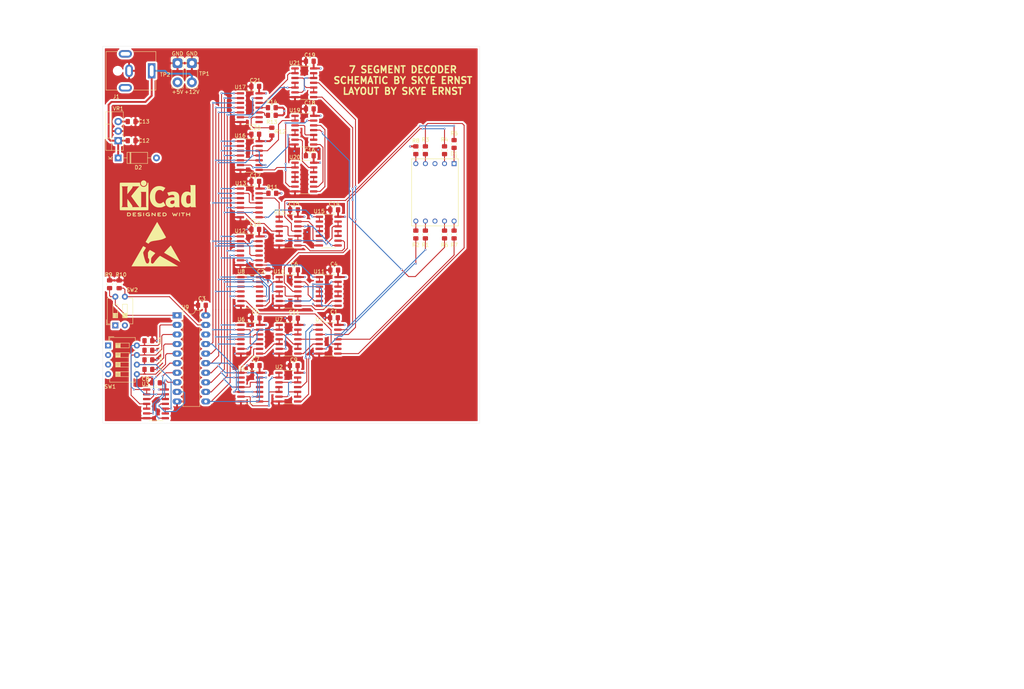
<source format=kicad_pcb>
(kicad_pcb (version 20171130) (host pcbnew "(5.1.5)-3")
  (layers (0 F.Cu signal) (1 GND signal) (2 VCC signal) (31 B.Cu signal) (34 B.Paste user) (35 F.Paste user) (36 B.SilkS user) (37 F.SilkS user) (38 B.Mask user) (39 F.Mask user) (44 Edge.Cuts user))
  (net 0 "")
  (net 1 GND)
  (net 2 +5V)
  (net 3 /SEG_A)
  (net 4 /SEG_B)
  (net 5 /SEG_C)
  (net 6 /SEG_D)
  (net 7 /SEG_E)
  (net 8 /SEG_F)
  (net 9 /SEG_G)
  (net 10 "Net-(R9-Pad1)")
  (net 11 "Net-(R10-Pad1)")
  (net 12 "Net-(R11-Pad1)")
  (net 13 "Net-(R12-Pad1)")
  (net 14 "Net-(R13-Pad1)")
  (net 15 "Net-(R14-Pad1)")
  (net 16 /Z_PC)
  (net 17 /Y_PC)
  (net 18 /X_PC)
  (net 19 /W_PC)
  (net 20 /~Z)
  (net 21 "Net-(U1-Pad6)")
  (net 22 /~Y)
  (net 23 /Z)
  (net 24 /X)
  (net 25 /~W)
  (net 26 /~X)
  (net 27 "Net-(U1-Pad8)")
  (net 28 "Net-(U2-Pad12)")
  (net 29 /SEGA_B)
  (net 30 "Net-(U2-Pad10)")
  (net 31 /SEGA_A)
  (net 32 /~Z_PC)
  (net 33 /~Y_PC)
  (net 34 /~X_PC)
  (net 35 /~W_PC)
  (net 36 /SEGG_A)
  (net 37 /SEGG_B)
  (net 38 /SEGC_A)
  (net 39 /SEGB_B)
  (net 40 /SEGB_A)
  (net 41 "Net-(U6-Pad6)")
  (net 42 /Y)
  (net 43 "Net-(U6-Pad8)")
  (net 44 "Net-(U7-Pad12)")
  (net 45 "Net-(U7-Pad10)")
  (net 46 "Net-(U10-Pad1)")
  (net 47 /W)
  (net 48 "Net-(U10-Pad13)")
  (net 49 "Net-(U10-Pad6)")
  (net 50 "Net-(U10-Pad12)")
  (net 51 "Net-(U10-Pad4)")
  (net 52 "Net-(U10-Pad10)")
  (net 53 "Net-(U10-Pad8)")
  (net 54 "Net-(U11-Pad3)")
  (net 55 "Net-(U11-Pad10)")
  (net 56 "Net-(U11-Pad1)")
  (net 57 "Net-(U13-Pad6)")
  (net 58 "Net-(U13-Pad12)")
  (net 59 "Net-(U13-Pad8)")
  (net 60 "Net-(U14-Pad13)")
  (net 61 "Net-(U14-Pad6)")
  (net 62 "Net-(U14-Pad12)")
  (net 63 "Net-(U14-Pad10)")
  (net 64 "Net-(U14-Pad8)")
  (net 65 "Net-(U15-Pad3)")
  (net 66 "Net-(U15-Pad10)")
  (net 67 "Net-(U16-Pad6)")
  (net 68 "Net-(U16-Pad12)")
  (net 69 "Net-(U16-Pad8)")
  (net 70 "Net-(U17-Pad6)")
  (net 71 "Net-(U17-Pad12)")
  (net 72 "Net-(U17-Pad8)")
  (net 73 "Net-(U19-Pad13)")
  (net 74 "Net-(U19-Pad6)")
  (net 75 "Net-(U19-Pad12)")
  (net 76 "Net-(U19-Pad10)")
  (net 77 "Net-(U19-Pad8)")
  (net 78 "Net-(U20-Pad3)")
  (net 79 "Net-(U20-Pad10)")
  (net 80 "Net-(U21-Pad12)")
  (net 81 "Net-(U21-Pad10)")
  (net 82 "Net-(D1-Pad10)")
  (net 83 "Net-(D1-Pad9)")
  (net 84 "Net-(D1-Pad7)")
  (net 85 "Net-(D1-Pad6)")
  (net 86 "Net-(D1-Pad5)")
  (net 87 "Net-(D1-Pad4)")
  (net 88 "Net-(D1-Pad2)")
  (net 89 "Net-(D1-Pad1)")
  (net 90 +12V)
  (module Symbol:KiCad-Logo2_8mm_SilkScreen (layer F.Cu) (at 54.61 64.516)
    (fp_text reference REF** hide)
    (fp_text value KiCad-Logo2_8mm_SilkScreen hide)
  )
  (module Symbol:ESD-Logo_13.2x12mm_SilkScreen (layer F.Cu) (at 54.102 77.47)
    (fp_text reference REF** hide)
    (fp_text value ESD-Logo_13.2x12mm_SilkScreen hide)
  )
  (module Capacitor_SMD:C_0805_2012Metric_Pad1.15x1.40mm_HandSolder (layer F.Cu) (at 80.4455 35.6235 180)
    (fp_text reference C21 (at 0 1.5875) (layer F.SilkS))
    (fp_text value 100nF)
    (pad 2 smd roundrect (at 1.025 0 180) (size 1.15 1.4) (layers F.Cu F.Paste F.Mask) (roundrect_rratio 0.217391) (net 1 GND))
    (pad 1 smd roundrect (at -1.025 0 180) (size 1.15 1.4) (layers F.Cu F.Paste F.Mask) (roundrect_rratio 0.217391) (net 2 +5V))
  )
  (module Capacitor_SMD:C_0805_2012Metric_Pad1.15x1.40mm_HandSolder (layer F.Cu) (at 80.4455 48.3235 180)
    (fp_text reference C20 (at 0 1.651) (layer F.SilkS))
    (fp_text value 100nF)
    (pad 2 smd roundrect (at 1.025 0 180) (size 1.15 1.4) (layers F.Cu F.Paste F.Mask) (roundrect_rratio 0.217391) (net 1 GND))
    (pad 1 smd roundrect (at -1.025 0 180) (size 1.15 1.4) (layers F.Cu F.Paste F.Mask) (roundrect_rratio 0.217391) (net 2 +5V))
  )
  (module Capacitor_SMD:C_0805_2012Metric_Pad1.15x1.40mm_HandSolder (layer F.Cu) (at 94.9235 28.956 180)
    (fp_text reference C19 (at 0 1.651) (layer F.SilkS))
    (fp_text value 100nF)
    (pad 2 smd roundrect (at 1.025 0 180) (size 1.15 1.4) (layers F.Cu F.Paste F.Mask) (roundrect_rratio 0.217391) (net 1 GND))
    (pad 1 smd roundrect (at -1.025 0 180) (size 1.15 1.4) (layers F.Cu F.Paste F.Mask) (roundrect_rratio 0.217391) (net 2 +5V))
  )
  (module Capacitor_SMD:C_0805_2012Metric_Pad1.15x1.40mm_HandSolder (layer F.Cu) (at 94.9235 41.5925 180)
    (fp_text reference C18 (at 0 1.5875) (layer F.SilkS))
    (fp_text value 100nF)
    (pad 2 smd roundrect (at 1.025 0 180) (size 1.15 1.4) (layers F.Cu F.Paste F.Mask) (roundrect_rratio 0.217391) (net 1 GND))
    (pad 1 smd roundrect (at -1.025 0 180) (size 1.15 1.4) (layers F.Cu F.Paste F.Mask) (roundrect_rratio 0.217391) (net 2 +5V))
  )
  (module Capacitor_SMD:C_0805_2012Metric_Pad1.15x1.40mm_HandSolder (layer F.Cu) (at 80.4455 60.833 180)
    (fp_text reference C17 (at 0 1.524) (layer F.SilkS))
    (fp_text value 100nF)
    (pad 2 smd roundrect (at 1.025 0 180) (size 1.15 1.4) (layers F.Cu F.Paste F.Mask) (roundrect_rratio 0.217391) (net 1 GND))
    (pad 1 smd roundrect (at -1.025 0 180) (size 1.15 1.4) (layers F.Cu F.Paste F.Mask) (roundrect_rratio 0.217391) (net 2 +5V))
  )
  (module Capacitor_SMD:C_0805_2012Metric_Pad1.15x1.40mm_HandSolder (layer F.Cu) (at 94.9235 54.0385 180)
    (fp_text reference C16 (at 0 1.4605) (layer F.SilkS))
    (fp_text value 100nF)
    (pad 2 smd roundrect (at 1.025 0 180) (size 1.15 1.4) (layers F.Cu F.Paste F.Mask) (roundrect_rratio 0.217391) (net 1 GND))
    (pad 1 smd roundrect (at -1.025 0 180) (size 1.15 1.4) (layers F.Cu F.Paste F.Mask) (roundrect_rratio 0.217391) (net 2 +5V))
  )
  (module Capacitor_SMD:C_0805_2012Metric_Pad1.15x1.40mm_HandSolder (layer F.Cu) (at 90.7325 68.3895 180)
    (fp_text reference C15 (at 0 1.5875) (layer F.SilkS))
    (fp_text value 100nF)
    (pad 2 smd roundrect (at 1.025 0 180) (size 1.15 1.4) (layers F.Cu F.Paste F.Mask) (roundrect_rratio 0.217391) (net 1 GND))
    (pad 1 smd roundrect (at -1.025 0 180) (size 1.15 1.4) (layers F.Cu F.Paste F.Mask) (roundrect_rratio 0.217391) (net 2 +5V))
  )
  (module Capacitor_SMD:C_0805_2012Metric_Pad1.15x1.40mm_HandSolder (layer F.Cu) (at 101.4005 68.3895 180)
    (fp_text reference C14 (at 0 1.5875) (layer F.SilkS))
    (fp_text value 100nF)
    (pad 2 smd roundrect (at 1.025 0 180) (size 1.15 1.4) (layers F.Cu F.Paste F.Mask) (roundrect_rratio 0.217391) (net 1 GND))
    (pad 1 smd roundrect (at -1.025 0 180) (size 1.15 1.4) (layers F.Cu F.Paste F.Mask) (roundrect_rratio 0.217391) (net 2 +5V))
  )
  (module Package_SO:SOIC-14_3.9x8.7mm_P1.27mm (layer F.Cu) (at 78.994 79.248)
    (fp_text reference U12 (at -2.54 -5.28) (layer F.SilkS))
    (fp_text value 74LS20)
    (pad 14 smd roundrect (at 2.475 -3.81) (size 1.95 0.6) (layers F.Cu F.Paste F.Mask) (net 2 +5V))
    (pad 13 smd roundrect (at 2.475 -2.54) (size 1.95 0.6) (layers F.Cu F.Paste F.Mask) (net 23 /Z))
    (pad 12 smd roundrect (at 2.475 -1.27) (size 1.95 0.6) (layers F.Cu F.Paste F.Mask) (net 42 /Y))
    (pad 11 smd roundrect (at 2.475 0) (size 1.95 0.6) (layers F.Cu F.Paste F.Mask))
    (pad 10 smd roundrect (at 2.475 1.27) (size 1.95 0.6) (layers F.Cu F.Paste F.Mask) (net 24 /X))
    (pad 9 smd roundrect (at 2.475 2.54) (size 1.95 0.6) (layers F.Cu F.Paste F.Mask) (net 25 /~W))
    (pad 8 smd roundrect (at 2.475 3.81) (size 1.95 0.6) (layers F.Cu F.Paste F.Mask) (net 56 "Net-(U11-Pad1)"))
    (pad 7 smd roundrect (at -2.475 3.81) (size 1.95 0.6) (layers F.Cu F.Paste F.Mask) (net 1 GND))
    (pad 6 smd roundrect (at -2.475 2.54) (size 1.95 0.6) (layers F.Cu F.Paste F.Mask) (net 51 "Net-(U10-Pad4)"))
    (pad 5 smd roundrect (at -2.475 1.27) (size 1.95 0.6) (layers F.Cu F.Paste F.Mask) (net 20 /~Z))
    (pad 4 smd roundrect (at -2.475 0) (size 1.95 0.6) (layers F.Cu F.Paste F.Mask) (net 22 /~Y))
    (pad 3 smd roundrect (at -2.475 -1.27) (size 1.95 0.6) (layers F.Cu F.Paste F.Mask))
    (pad 2 smd roundrect (at -2.475 -2.54) (size 1.95 0.6) (layers F.Cu F.Paste F.Mask) (net 24 /X))
    (pad 1 smd roundrect (at -2.475 -3.81) (size 1.95 0.6) (layers F.Cu F.Paste F.Mask) (net 25 /~W))
  )
  (module footprints:DIPS1524W50P254L1240H710Q10 (layer F.Cu) (at 128.143 63.754 270)
    (fp_text reference D1 (at -10.287 -5.08 180) (layer F.SilkS) (effects (font (thickness 0.12446))))
    (fp_text value TDSR1350)
    (pad 10 thru_hole circle (at 7.62 -5.08 270) (size 1.308 1.308) (drill 0.8) (layers *.Cu *.Mask) (net 82 "Net-(D1-Pad10)"))
    (pad 9 thru_hole circle (at 7.62 -2.54 270) (size 1.308 1.308) (drill 0.8) (layers *.Cu *.Mask) (net 83 "Net-(D1-Pad9)"))
    (pad 8 thru_hole circle (at 7.62 0 270) (size 1.308 1.308) (drill 0.8) (layers *.Cu *.Mask) (net 2 +5V))
    (pad 7 thru_hole circle (at 7.62 2.54 270) (size 1.308 1.308) (drill 0.8) (layers *.Cu *.Mask) (net 84 "Net-(D1-Pad7)"))
    (pad 6 thru_hole circle (at 7.62 5.08 270) (size 1.308 1.308) (drill 0.8) (layers *.Cu *.Mask) (net 85 "Net-(D1-Pad6)"))
    (pad 5 thru_hole circle (at -7.62 5.08 270) (size 1.308 1.308) (drill 0.8) (layers *.Cu *.Mask) (net 86 "Net-(D1-Pad5)"))
    (pad 4 thru_hole circle (at -7.62 2.54 270) (size 1.308 1.308) (drill 0.8) (layers *.Cu *.Mask) (net 87 "Net-(D1-Pad4)"))
    (pad 3 thru_hole circle (at -7.62 0 270) (size 1.308 1.308) (drill 0.8) (layers *.Cu *.Mask) (net 2 +5V))
    (pad 2 thru_hole circle (at -7.62 -2.54 270) (size 1.308 1.308) (drill 0.8) (layers *.Cu *.Mask) (net 88 "Net-(D1-Pad2)"))
    (pad 1 thru_hole rect (at -7.62 -5.08 270) (size 1.308 1.308) (drill 0.8) (layers *.Cu *.Mask) (net 89 "Net-(D1-Pad1)"))
  )
  (module Package_SO:SOIC-14_3.9x8.7mm_P1.27mm (layer F.Cu) (at 93.472 34.671)
    (fp_text reference U21 (at -2.54 -5.28) (layer F.SilkS))
    (fp_text value 74LS00)
    (pad 14 smd roundrect (at 2.475 -3.81) (size 1.95 0.6) (layers F.Cu F.Paste F.Mask) (net 2 +5V))
    (pad 13 smd roundrect (at 2.475 -2.54) (size 1.95 0.6) (layers F.Cu F.Paste F.Mask) (net 80 "Net-(U21-Pad12)"))
    (pad 12 smd roundrect (at 2.475 -1.27) (size 1.95 0.6) (layers F.Cu F.Paste F.Mask) (net 80 "Net-(U21-Pad12)"))
    (pad 11 smd roundrect (at 2.475 0) (size 1.95 0.6) (layers F.Cu F.Paste F.Mask) (net 37 /SEGG_B))
    (pad 10 smd roundrect (at 2.475 1.27) (size 1.95 0.6) (layers F.Cu F.Paste F.Mask) (net 81 "Net-(U21-Pad10)"))
    (pad 9 smd roundrect (at 2.475 2.54) (size 1.95 0.6) (layers F.Cu F.Paste F.Mask) (net 81 "Net-(U21-Pad10)"))
    (pad 8 smd roundrect (at 2.475 3.81) (size 1.95 0.6) (layers F.Cu F.Paste F.Mask) (net 36 /SEGG_A))
    (pad 7 smd roundrect (at -2.475 3.81) (size 1.95 0.6) (layers F.Cu F.Paste F.Mask) (net 1 GND))
    (pad 6 smd roundrect (at -2.475 2.54) (size 1.95 0.6) (layers F.Cu F.Paste F.Mask) (net 80 "Net-(U21-Pad12)"))
    (pad 5 smd roundrect (at -2.475 1.27) (size 1.95 0.6) (layers F.Cu F.Paste F.Mask) (net 70 "Net-(U17-Pad6)"))
    (pad 4 smd roundrect (at -2.475 0) (size 1.95 0.6) (layers F.Cu F.Paste F.Mask) (net 70 "Net-(U17-Pad6)"))
    (pad 3 smd roundrect (at -2.475 -1.27) (size 1.95 0.6) (layers F.Cu F.Paste F.Mask) (net 81 "Net-(U21-Pad10)"))
    (pad 2 smd roundrect (at -2.475 -2.54) (size 1.95 0.6) (layers F.Cu F.Paste F.Mask) (net 71 "Net-(U17-Pad12)"))
    (pad 1 smd roundrect (at -2.475 -3.81) (size 1.95 0.6) (layers F.Cu F.Paste F.Mask) (net 71 "Net-(U17-Pad12)"))
  )
  (module Package_SO:SOIC-14_3.9x8.7mm_P1.27mm (layer F.Cu) (at 93.472 59.69)
    (fp_text reference U20 (at -2.54 -5.28) (layer F.SilkS))
    (fp_text value 74LS00)
    (pad 14 smd roundrect (at 2.475 -3.81) (size 1.95 0.6) (layers F.Cu F.Paste F.Mask) (net 2 +5V))
    (pad 13 smd roundrect (at 2.475 -2.54) (size 1.95 0.6) (layers F.Cu F.Paste F.Mask) (net 74 "Net-(U19-Pad6)"))
    (pad 12 smd roundrect (at 2.475 -1.27) (size 1.95 0.6) (layers F.Cu F.Paste F.Mask) (net 74 "Net-(U19-Pad6)"))
    (pad 11 smd roundrect (at 2.475 0) (size 1.95 0.6) (layers F.Cu F.Paste F.Mask) (net 79 "Net-(U20-Pad10)"))
    (pad 10 smd roundrect (at 2.475 1.27) (size 1.95 0.6) (layers F.Cu F.Paste F.Mask) (net 79 "Net-(U20-Pad10)"))
    (pad 9 smd roundrect (at 2.475 2.54) (size 1.95 0.6) (layers F.Cu F.Paste F.Mask) (net 77 "Net-(U19-Pad8)"))
    (pad 8 smd roundrect (at 2.475 3.81) (size 1.95 0.6) (layers F.Cu F.Paste F.Mask) (net 75 "Net-(U19-Pad12)"))
    (pad 7 smd roundrect (at -2.475 3.81) (size 1.95 0.6) (layers F.Cu F.Paste F.Mask) (net 1 GND))
    (pad 6 smd roundrect (at -2.475 2.54) (size 1.95 0.6) (layers F.Cu F.Paste F.Mask) (net 73 "Net-(U19-Pad13)"))
    (pad 5 smd roundrect (at -2.475 1.27) (size 1.95 0.6) (layers F.Cu F.Paste F.Mask) (net 78 "Net-(U20-Pad3)"))
    (pad 4 smd roundrect (at -2.475 0) (size 1.95 0.6) (layers F.Cu F.Paste F.Mask) (net 78 "Net-(U20-Pad3)"))
    (pad 3 smd roundrect (at -2.475 -1.27) (size 1.95 0.6) (layers F.Cu F.Paste F.Mask) (net 78 "Net-(U20-Pad3)"))
    (pad 2 smd roundrect (at -2.475 -2.54) (size 1.95 0.6) (layers F.Cu F.Paste F.Mask) (net 69 "Net-(U16-Pad8)"))
    (pad 1 smd roundrect (at -2.475 -3.81) (size 1.95 0.6) (layers F.Cu F.Paste F.Mask) (net 69 "Net-(U16-Pad8)"))
  )
  (module Package_SO:SOIC-14_3.9x8.7mm_P1.27mm (layer F.Cu) (at 93.472 47.244)
    (fp_text reference U19 (at -2.54 -5.28) (layer F.SilkS))
    (fp_text value 74LS00)
    (pad 14 smd roundrect (at 2.475 -3.81) (size 1.95 0.6) (layers F.Cu F.Paste F.Mask) (net 2 +5V))
    (pad 13 smd roundrect (at 2.475 -2.54) (size 1.95 0.6) (layers F.Cu F.Paste F.Mask) (net 73 "Net-(U19-Pad13)"))
    (pad 12 smd roundrect (at 2.475 -1.27) (size 1.95 0.6) (layers F.Cu F.Paste F.Mask) (net 75 "Net-(U19-Pad12)"))
    (pad 11 smd roundrect (at 2.475 0) (size 1.95 0.6) (layers F.Cu F.Paste F.Mask) (net 8 /SEG_F))
    (pad 10 smd roundrect (at 2.475 1.27) (size 1.95 0.6) (layers F.Cu F.Paste F.Mask) (net 76 "Net-(U19-Pad10)"))
    (pad 9 smd roundrect (at 2.475 2.54) (size 1.95 0.6) (layers F.Cu F.Paste F.Mask) (net 76 "Net-(U19-Pad10)"))
    (pad 8 smd roundrect (at 2.475 3.81) (size 1.95 0.6) (layers F.Cu F.Paste F.Mask) (net 77 "Net-(U19-Pad8)"))
    (pad 7 smd roundrect (at -2.475 3.81) (size 1.95 0.6) (layers F.Cu F.Paste F.Mask) (net 1 GND))
    (pad 6 smd roundrect (at -2.475 2.54) (size 1.95 0.6) (layers F.Cu F.Paste F.Mask) (net 74 "Net-(U19-Pad6)"))
    (pad 5 smd roundrect (at -2.475 1.27) (size 1.95 0.6) (layers F.Cu F.Paste F.Mask) (net 67 "Net-(U16-Pad6)"))
    (pad 4 smd roundrect (at -2.475 0) (size 1.95 0.6) (layers F.Cu F.Paste F.Mask) (net 67 "Net-(U16-Pad6)"))
    (pad 3 smd roundrect (at -2.475 -1.27) (size 1.95 0.6) (layers F.Cu F.Paste F.Mask) (net 76 "Net-(U19-Pad10)"))
    (pad 2 smd roundrect (at -2.475 -2.54) (size 1.95 0.6) (layers F.Cu F.Paste F.Mask) (net 68 "Net-(U16-Pad12)"))
    (pad 1 smd roundrect (at -2.475 -3.81) (size 1.95 0.6) (layers F.Cu F.Paste F.Mask) (net 68 "Net-(U16-Pad12)"))
  )
  (module Package_SO:SOIC-14_3.9x8.7mm_P1.27mm (layer F.Cu) (at 78.994 41.275)
    (fp_text reference U17 (at -2.54 -5.461) (layer F.SilkS))
    (fp_text value 74LS10)
    (pad 14 smd roundrect (at 2.475 -3.81) (size 1.95 0.6) (layers F.Cu F.Paste F.Mask) (net 2 +5V))
    (pad 13 smd roundrect (at 2.475 -2.54) (size 1.95 0.6) (layers F.Cu F.Paste F.Mask) (net 22 /~Y))
    (pad 12 smd roundrect (at 2.475 -1.27) (size 1.95 0.6) (layers F.Cu F.Paste F.Mask) (net 71 "Net-(U17-Pad12)"))
    (pad 11 smd roundrect (at 2.475 0) (size 1.95 0.6) (layers F.Cu F.Paste F.Mask) (net 15 "Net-(R14-Pad1)"))
    (pad 10 smd roundrect (at 2.475 1.27) (size 1.95 0.6) (layers F.Cu F.Paste F.Mask) (net 14 "Net-(R13-Pad1)"))
    (pad 9 smd roundrect (at 2.475 2.54) (size 1.95 0.6) (layers F.Cu F.Paste F.Mask) (net 13 "Net-(R12-Pad1)"))
    (pad 8 smd roundrect (at 2.475 3.81) (size 1.95 0.6) (layers F.Cu F.Paste F.Mask) (net 72 "Net-(U17-Pad8)"))
    (pad 7 smd roundrect (at -2.475 3.81) (size 1.95 0.6) (layers F.Cu F.Paste F.Mask) (net 1 GND))
    (pad 6 smd roundrect (at -2.475 2.54) (size 1.95 0.6) (layers F.Cu F.Paste F.Mask) (net 70 "Net-(U17-Pad6)"))
    (pad 5 smd roundrect (at -2.475 1.27) (size 1.95 0.6) (layers F.Cu F.Paste F.Mask) (net 23 /Z))
    (pad 4 smd roundrect (at -2.475 0) (size 1.95 0.6) (layers F.Cu F.Paste F.Mask) (net 42 /Y))
    (pad 3 smd roundrect (at -2.475 -1.27) (size 1.95 0.6) (layers F.Cu F.Paste F.Mask) (net 24 /X))
    (pad 2 smd roundrect (at -2.475 -2.54) (size 1.95 0.6) (layers F.Cu F.Paste F.Mask) (net 26 /~X))
    (pad 1 smd roundrect (at -2.475 -3.81) (size 1.95 0.6) (layers F.Cu F.Paste F.Mask) (net 25 /~W))
  )
  (module Package_SO:SOIC-14_3.9x8.7mm_P1.27mm (layer F.Cu) (at 78.994 53.975)
    (fp_text reference U16 (at -2.54 -5.28) (layer F.SilkS))
    (fp_text value 74LS10)
    (pad 14 smd roundrect (at 2.475 -3.81) (size 1.95 0.6) (layers F.Cu F.Paste F.Mask) (net 2 +5V))
    (pad 13 smd roundrect (at 2.475 -2.54) (size 1.95 0.6) (layers F.Cu F.Paste F.Mask) (net 23 /Z))
    (pad 12 smd roundrect (at 2.475 -1.27) (size 1.95 0.6) (layers F.Cu F.Paste F.Mask) (net 68 "Net-(U16-Pad12)"))
    (pad 11 smd roundrect (at 2.475 0) (size 1.95 0.6) (layers F.Cu F.Paste F.Mask) (net 23 /Z))
    (pad 10 smd roundrect (at 2.475 1.27) (size 1.95 0.6) (layers F.Cu F.Paste F.Mask) (net 42 /Y))
    (pad 9 smd roundrect (at 2.475 2.54) (size 1.95 0.6) (layers F.Cu F.Paste F.Mask) (net 25 /~W))
    (pad 8 smd roundrect (at 2.475 3.81) (size 1.95 0.6) (layers F.Cu F.Paste F.Mask) (net 69 "Net-(U16-Pad8)"))
    (pad 7 smd roundrect (at -2.475 3.81) (size 1.95 0.6) (layers F.Cu F.Paste F.Mask) (net 1 GND))
    (pad 6 smd roundrect (at -2.475 2.54) (size 1.95 0.6) (layers F.Cu F.Paste F.Mask) (net 67 "Net-(U16-Pad6)"))
    (pad 5 smd roundrect (at -2.475 1.27) (size 1.95 0.6) (layers F.Cu F.Paste F.Mask) (net 42 /Y))
    (pad 4 smd roundrect (at -2.475 0) (size 1.95 0.6) (layers F.Cu F.Paste F.Mask) (net 26 /~X))
    (pad 3 smd roundrect (at -2.475 -1.27) (size 1.95 0.6) (layers F.Cu F.Paste F.Mask) (net 25 /~W))
    (pad 2 smd roundrect (at -2.475 -2.54) (size 1.95 0.6) (layers F.Cu F.Paste F.Mask) (net 26 /~X))
    (pad 1 smd roundrect (at -2.475 -3.81) (size 1.95 0.6) (layers F.Cu F.Paste F.Mask) (net 25 /~W))
  )
  (module Package_SO:SOIC-14_3.9x8.7mm_P1.27mm (layer F.Cu) (at 99.949 74.041)
    (fp_text reference U15 (at -2.54 -5.28) (layer F.SilkS))
    (fp_text value 74LS00)
    (pad 14 smd roundrect (at 2.475 -3.81) (size 1.95 0.6) (layers F.Cu F.Paste F.Mask) (net 2 +5V))
    (pad 13 smd roundrect (at 2.475 -2.54) (size 1.95 0.6) (layers F.Cu F.Paste F.Mask) (net 61 "Net-(U14-Pad6)"))
    (pad 12 smd roundrect (at 2.475 -1.27) (size 1.95 0.6) (layers F.Cu F.Paste F.Mask) (net 61 "Net-(U14-Pad6)"))
    (pad 11 smd roundrect (at 2.475 0) (size 1.95 0.6) (layers F.Cu F.Paste F.Mask) (net 66 "Net-(U15-Pad10)"))
    (pad 10 smd roundrect (at 2.475 1.27) (size 1.95 0.6) (layers F.Cu F.Paste F.Mask) (net 66 "Net-(U15-Pad10)"))
    (pad 9 smd roundrect (at 2.475 2.54) (size 1.95 0.6) (layers F.Cu F.Paste F.Mask) (net 64 "Net-(U14-Pad8)"))
    (pad 8 smd roundrect (at 2.475 3.81) (size 1.95 0.6) (layers F.Cu F.Paste F.Mask) (net 62 "Net-(U14-Pad12)"))
    (pad 7 smd roundrect (at -2.475 3.81) (size 1.95 0.6) (layers F.Cu F.Paste F.Mask) (net 1 GND))
    (pad 6 smd roundrect (at -2.475 2.54) (size 1.95 0.6) (layers F.Cu F.Paste F.Mask) (net 60 "Net-(U14-Pad13)"))
    (pad 5 smd roundrect (at -2.475 1.27) (size 1.95 0.6) (layers F.Cu F.Paste F.Mask) (net 65 "Net-(U15-Pad3)"))
    (pad 4 smd roundrect (at -2.475 0) (size 1.95 0.6) (layers F.Cu F.Paste F.Mask) (net 65 "Net-(U15-Pad3)"))
    (pad 3 smd roundrect (at -2.475 -1.27) (size 1.95 0.6) (layers F.Cu F.Paste F.Mask) (net 65 "Net-(U15-Pad3)"))
    (pad 2 smd roundrect (at -2.475 -2.54) (size 1.95 0.6) (layers F.Cu F.Paste F.Mask) (net 59 "Net-(U13-Pad8)"))
    (pad 1 smd roundrect (at -2.475 -3.81) (size 1.95 0.6) (layers F.Cu F.Paste F.Mask) (net 59 "Net-(U13-Pad8)"))
  )
  (module Package_SO:SOIC-14_3.9x8.7mm_P1.27mm (layer F.Cu) (at 89.281 74.041)
    (fp_text reference U14 (at -2.413 -5.28) (layer F.SilkS))
    (fp_text value 74LS00)
    (pad 14 smd roundrect (at 2.475 -3.81) (size 1.95 0.6) (layers F.Cu F.Paste F.Mask) (net 2 +5V))
    (pad 13 smd roundrect (at 2.475 -2.54) (size 1.95 0.6) (layers F.Cu F.Paste F.Mask) (net 60 "Net-(U14-Pad13)"))
    (pad 12 smd roundrect (at 2.475 -1.27) (size 1.95 0.6) (layers F.Cu F.Paste F.Mask) (net 62 "Net-(U14-Pad12)"))
    (pad 11 smd roundrect (at 2.475 0) (size 1.95 0.6) (layers F.Cu F.Paste F.Mask) (net 7 /SEG_E))
    (pad 10 smd roundrect (at 2.475 1.27) (size 1.95 0.6) (layers F.Cu F.Paste F.Mask) (net 63 "Net-(U14-Pad10)"))
    (pad 9 smd roundrect (at 2.475 2.54) (size 1.95 0.6) (layers F.Cu F.Paste F.Mask) (net 63 "Net-(U14-Pad10)"))
    (pad 8 smd roundrect (at 2.475 3.81) (size 1.95 0.6) (layers F.Cu F.Paste F.Mask) (net 64 "Net-(U14-Pad8)"))
    (pad 7 smd roundrect (at -2.475 3.81) (size 1.95 0.6) (layers F.Cu F.Paste F.Mask) (net 1 GND))
    (pad 6 smd roundrect (at -2.475 2.54) (size 1.95 0.6) (layers F.Cu F.Paste F.Mask) (net 61 "Net-(U14-Pad6)"))
    (pad 5 smd roundrect (at -2.475 1.27) (size 1.95 0.6) (layers F.Cu F.Paste F.Mask) (net 57 "Net-(U13-Pad6)"))
    (pad 4 smd roundrect (at -2.475 0) (size 1.95 0.6) (layers F.Cu F.Paste F.Mask) (net 57 "Net-(U13-Pad6)"))
    (pad 3 smd roundrect (at -2.475 -1.27) (size 1.95 0.6) (layers F.Cu F.Paste F.Mask) (net 63 "Net-(U14-Pad10)"))
    (pad 2 smd roundrect (at -2.475 -2.54) (size 1.95 0.6) (layers F.Cu F.Paste F.Mask) (net 58 "Net-(U13-Pad12)"))
    (pad 1 smd roundrect (at -2.475 -3.81) (size 1.95 0.6) (layers F.Cu F.Paste F.Mask) (net 58 "Net-(U13-Pad12)"))
  )
  (module Package_SO:SOIC-14_3.9x8.7mm_P1.27mm (layer F.Cu) (at 78.994 66.548)
    (fp_text reference U13 (at -2.413 -5.207) (layer F.SilkS))
    (fp_text value 74LS10)
    (pad 14 smd roundrect (at 2.475 -3.81) (size 1.95 0.6) (layers F.Cu F.Paste F.Mask) (net 2 +5V))
    (pad 13 smd roundrect (at 2.475 -2.54) (size 1.95 0.6) (layers F.Cu F.Paste F.Mask) (net 12 "Net-(R11-Pad1)"))
    (pad 12 smd roundrect (at 2.475 -1.27) (size 1.95 0.6) (layers F.Cu F.Paste F.Mask) (net 58 "Net-(U13-Pad12)"))
    (pad 11 smd roundrect (at 2.475 0) (size 1.95 0.6) (layers F.Cu F.Paste F.Mask) (net 23 /Z))
    (pad 10 smd roundrect (at 2.475 1.27) (size 1.95 0.6) (layers F.Cu F.Paste F.Mask) (net 22 /~Y))
    (pad 9 smd roundrect (at 2.475 2.54) (size 1.95 0.6) (layers F.Cu F.Paste F.Mask) (net 26 /~X))
    (pad 8 smd roundrect (at 2.475 3.81) (size 1.95 0.6) (layers F.Cu F.Paste F.Mask) (net 59 "Net-(U13-Pad8)"))
    (pad 7 smd roundrect (at -2.475 3.81) (size 1.95 0.6) (layers F.Cu F.Paste F.Mask) (net 1 GND))
    (pad 6 smd roundrect (at -2.475 2.54) (size 1.95 0.6) (layers F.Cu F.Paste F.Mask) (net 57 "Net-(U13-Pad6)"))
    (pad 5 smd roundrect (at -2.475 1.27) (size 1.95 0.6) (layers F.Cu F.Paste F.Mask) (net 22 /~Y))
    (pad 4 smd roundrect (at -2.475 0) (size 1.95 0.6) (layers F.Cu F.Paste F.Mask) (net 24 /X))
    (pad 3 smd roundrect (at -2.475 -1.27) (size 1.95 0.6) (layers F.Cu F.Paste F.Mask) (net 25 /~W))
    (pad 2 smd roundrect (at -2.475 -2.54) (size 1.95 0.6) (layers F.Cu F.Paste F.Mask) (net 23 /Z))
    (pad 1 smd roundrect (at -2.475 -3.81) (size 1.95 0.6) (layers F.Cu F.Paste F.Mask) (net 25 /~W))
  )
  (module Package_SO:SOIC-14_3.9x8.7mm_P1.27mm (layer F.Cu) (at 99.949 90.043)
    (fp_text reference U11 (at -2.54 -5.28) (layer F.SilkS))
    (fp_text value 74LS00)
    (pad 14 smd roundrect (at 2.475 -3.81) (size 1.95 0.6) (layers F.Cu F.Paste F.Mask) (net 2 +5V))
    (pad 13 smd roundrect (at 2.475 -2.54) (size 1.95 0.6) (layers F.Cu F.Paste F.Mask) (net 49 "Net-(U10-Pad6)"))
    (pad 12 smd roundrect (at 2.475 -1.27) (size 1.95 0.6) (layers F.Cu F.Paste F.Mask) (net 49 "Net-(U10-Pad6)"))
    (pad 11 smd roundrect (at 2.475 0) (size 1.95 0.6) (layers F.Cu F.Paste F.Mask) (net 55 "Net-(U11-Pad10)"))
    (pad 10 smd roundrect (at 2.475 1.27) (size 1.95 0.6) (layers F.Cu F.Paste F.Mask) (net 55 "Net-(U11-Pad10)"))
    (pad 9 smd roundrect (at 2.475 2.54) (size 1.95 0.6) (layers F.Cu F.Paste F.Mask) (net 53 "Net-(U10-Pad8)"))
    (pad 8 smd roundrect (at 2.475 3.81) (size 1.95 0.6) (layers F.Cu F.Paste F.Mask) (net 50 "Net-(U10-Pad12)"))
    (pad 7 smd roundrect (at -2.475 3.81) (size 1.95 0.6) (layers F.Cu F.Paste F.Mask) (net 1 GND))
    (pad 6 smd roundrect (at -2.475 2.54) (size 1.95 0.6) (layers F.Cu F.Paste F.Mask) (net 48 "Net-(U10-Pad13)"))
    (pad 5 smd roundrect (at -2.475 1.27) (size 1.95 0.6) (layers F.Cu F.Paste F.Mask) (net 54 "Net-(U11-Pad3)"))
    (pad 4 smd roundrect (at -2.475 0) (size 1.95 0.6) (layers F.Cu F.Paste F.Mask) (net 54 "Net-(U11-Pad3)"))
    (pad 3 smd roundrect (at -2.475 -1.27) (size 1.95 0.6) (layers F.Cu F.Paste F.Mask) (net 54 "Net-(U11-Pad3)"))
    (pad 2 smd roundrect (at -2.475 -2.54) (size 1.95 0.6) (layers F.Cu F.Paste F.Mask) (net 56 "Net-(U11-Pad1)"))
    (pad 1 smd roundrect (at -2.475 -3.81) (size 1.95 0.6) (layers F.Cu F.Paste F.Mask) (net 56 "Net-(U11-Pad1)"))
  )
  (module Package_SO:SOIC-14_3.9x8.7mm_P1.27mm (layer F.Cu) (at 89.281 90.043)
    (fp_text reference U10 (at -2.54 -5.28) (layer F.SilkS))
    (fp_text value 74LS00)
    (pad 14 smd roundrect (at 2.475 -3.81) (size 1.95 0.6) (layers F.Cu F.Paste F.Mask) (net 2 +5V))
    (pad 13 smd roundrect (at 2.475 -2.54) (size 1.95 0.6) (layers F.Cu F.Paste F.Mask) (net 48 "Net-(U10-Pad13)"))
    (pad 12 smd roundrect (at 2.475 -1.27) (size 1.95 0.6) (layers F.Cu F.Paste F.Mask) (net 50 "Net-(U10-Pad12)"))
    (pad 11 smd roundrect (at 2.475 0) (size 1.95 0.6) (layers F.Cu F.Paste F.Mask) (net 6 /SEG_D))
    (pad 10 smd roundrect (at 2.475 1.27) (size 1.95 0.6) (layers F.Cu F.Paste F.Mask) (net 52 "Net-(U10-Pad10)"))
    (pad 9 smd roundrect (at 2.475 2.54) (size 1.95 0.6) (layers F.Cu F.Paste F.Mask) (net 52 "Net-(U10-Pad10)"))
    (pad 8 smd roundrect (at 2.475 3.81) (size 1.95 0.6) (layers F.Cu F.Paste F.Mask) (net 53 "Net-(U10-Pad8)"))
    (pad 7 smd roundrect (at -2.475 3.81) (size 1.95 0.6) (layers F.Cu F.Paste F.Mask) (net 1 GND))
    (pad 6 smd roundrect (at -2.475 2.54) (size 1.95 0.6) (layers F.Cu F.Paste F.Mask) (net 49 "Net-(U10-Pad6)"))
    (pad 5 smd roundrect (at -2.475 1.27) (size 1.95 0.6) (layers F.Cu F.Paste F.Mask) (net 51 "Net-(U10-Pad4)"))
    (pad 4 smd roundrect (at -2.475 0) (size 1.95 0.6) (layers F.Cu F.Paste F.Mask) (net 51 "Net-(U10-Pad4)"))
    (pad 3 smd roundrect (at -2.475 -1.27) (size 1.95 0.6) (layers F.Cu F.Paste F.Mask) (net 52 "Net-(U10-Pad10)"))
    (pad 2 smd roundrect (at -2.475 -2.54) (size 1.95 0.6) (layers F.Cu F.Paste F.Mask) (net 46 "Net-(U10-Pad1)"))
    (pad 1 smd roundrect (at -2.475 -3.81) (size 1.95 0.6) (layers F.Cu F.Paste F.Mask) (net 46 "Net-(U10-Pad1)"))
  )
  (module Package_SO:SOIC-14_3.9x8.7mm_P1.27mm (layer F.Cu) (at 79.1195 90.043)
    (fp_text reference U8 (at -2.4115 -5.28) (layer F.SilkS))
    (fp_text value 74LS20)
    (pad 14 smd roundrect (at 2.475 -3.81) (size 1.95 0.6) (layers F.Cu F.Paste F.Mask) (net 2 +5V))
    (pad 13 smd roundrect (at 2.475 -2.54) (size 1.95 0.6) (layers F.Cu F.Paste F.Mask) (net 23 /Z))
    (pad 12 smd roundrect (at 2.475 -1.27) (size 1.95 0.6) (layers F.Cu F.Paste F.Mask) (net 22 /~Y))
    (pad 11 smd roundrect (at 2.475 0) (size 1.95 0.6) (layers F.Cu F.Paste F.Mask))
    (pad 10 smd roundrect (at 2.475 1.27) (size 1.95 0.6) (layers F.Cu F.Paste F.Mask) (net 26 /~X))
    (pad 9 smd roundrect (at 2.475 2.54) (size 1.95 0.6) (layers F.Cu F.Paste F.Mask) (net 25 /~W))
    (pad 8 smd roundrect (at 2.475 3.81) (size 1.95 0.6) (layers F.Cu F.Paste F.Mask) (net 46 "Net-(U10-Pad1)"))
    (pad 7 smd roundrect (at -2.475 3.81) (size 1.95 0.6) (layers F.Cu F.Paste F.Mask) (net 1 GND))
    (pad 6 smd roundrect (at -2.475 2.54) (size 1.95 0.6) (layers F.Cu F.Paste F.Mask) (net 38 /SEGC_A))
    (pad 5 smd roundrect (at -2.475 1.27) (size 1.95 0.6) (layers F.Cu F.Paste F.Mask) (net 20 /~Z))
    (pad 4 smd roundrect (at -2.475 0) (size 1.95 0.6) (layers F.Cu F.Paste F.Mask) (net 42 /Y))
    (pad 3 smd roundrect (at -2.475 -1.27) (size 1.95 0.6) (layers F.Cu F.Paste F.Mask))
    (pad 2 smd roundrect (at -2.475 -2.54) (size 1.95 0.6) (layers F.Cu F.Paste F.Mask) (net 26 /~X))
    (pad 1 smd roundrect (at -2.475 -3.81) (size 1.95 0.6) (layers F.Cu F.Paste F.Mask) (net 25 /~W))
  )
  (module Package_SO:SOIC-14_3.9x8.7mm_P1.27mm (layer F.Cu) (at 89.281 102.743)
    (fp_text reference U7 (at -2.54 -5.28) (layer F.SilkS))
    (fp_text value 74LS00)
    (pad 14 smd roundrect (at 2.475 -3.81) (size 1.95 0.6) (layers F.Cu F.Paste F.Mask) (net 2 +5V))
    (pad 13 smd roundrect (at 2.475 -2.54) (size 1.95 0.6) (layers F.Cu F.Paste F.Mask) (net 44 "Net-(U7-Pad12)"))
    (pad 12 smd roundrect (at 2.475 -1.27) (size 1.95 0.6) (layers F.Cu F.Paste F.Mask) (net 44 "Net-(U7-Pad12)"))
    (pad 11 smd roundrect (at 2.475 0) (size 1.95 0.6) (layers F.Cu F.Paste F.Mask) (net 40 /SEGB_A))
    (pad 10 smd roundrect (at 2.475 1.27) (size 1.95 0.6) (layers F.Cu F.Paste F.Mask) (net 45 "Net-(U7-Pad10)"))
    (pad 9 smd roundrect (at 2.475 2.54) (size 1.95 0.6) (layers F.Cu F.Paste F.Mask) (net 45 "Net-(U7-Pad10)"))
    (pad 8 smd roundrect (at 2.475 3.81) (size 1.95 0.6) (layers F.Cu F.Paste F.Mask) (net 39 /SEGB_B))
    (pad 7 smd roundrect (at -2.475 3.81) (size 1.95 0.6) (layers F.Cu F.Paste F.Mask) (net 1 GND))
    (pad 6 smd roundrect (at -2.475 2.54) (size 1.95 0.6) (layers F.Cu F.Paste F.Mask) (net 44 "Net-(U7-Pad12)"))
    (pad 5 smd roundrect (at -2.475 1.27) (size 1.95 0.6) (layers F.Cu F.Paste F.Mask) (net 43 "Net-(U6-Pad8)"))
    (pad 4 smd roundrect (at -2.475 0) (size 1.95 0.6) (layers F.Cu F.Paste F.Mask) (net 43 "Net-(U6-Pad8)"))
    (pad 3 smd roundrect (at -2.475 -1.27) (size 1.95 0.6) (layers F.Cu F.Paste F.Mask) (net 45 "Net-(U7-Pad10)"))
    (pad 2 smd roundrect (at -2.475 -2.54) (size 1.95 0.6) (layers F.Cu F.Paste F.Mask) (net 41 "Net-(U6-Pad6)"))
    (pad 1 smd roundrect (at -2.475 -3.81) (size 1.95 0.6) (layers F.Cu F.Paste F.Mask) (net 41 "Net-(U6-Pad6)"))
  )
  (module Package_SO:SOIC-14_3.9x8.7mm_P1.27mm (layer F.Cu) (at 79.121 102.743)
    (fp_text reference U6 (at -2.413 -5.28) (layer F.SilkS))
    (fp_text value 74LS20)
    (pad 14 smd roundrect (at 2.475 -3.81) (size 1.95 0.6) (layers F.Cu F.Paste F.Mask) (net 2 +5V))
    (pad 13 smd roundrect (at 2.475 -2.54) (size 1.95 0.6) (layers F.Cu F.Paste F.Mask) (net 20 /~Z))
    (pad 12 smd roundrect (at 2.475 -1.27) (size 1.95 0.6) (layers F.Cu F.Paste F.Mask) (net 42 /Y))
    (pad 11 smd roundrect (at 2.475 0) (size 1.95 0.6) (layers F.Cu F.Paste F.Mask))
    (pad 10 smd roundrect (at 2.475 1.27) (size 1.95 0.6) (layers F.Cu F.Paste F.Mask) (net 24 /X))
    (pad 9 smd roundrect (at 2.475 2.54) (size 1.95 0.6) (layers F.Cu F.Paste F.Mask) (net 25 /~W))
    (pad 8 smd roundrect (at 2.475 3.81) (size 1.95 0.6) (layers F.Cu F.Paste F.Mask) (net 43 "Net-(U6-Pad8)"))
    (pad 7 smd roundrect (at -2.475 3.81) (size 1.95 0.6) (layers F.Cu F.Paste F.Mask) (net 1 GND))
    (pad 6 smd roundrect (at -2.475 2.54) (size 1.95 0.6) (layers F.Cu F.Paste F.Mask) (net 41 "Net-(U6-Pad6)"))
    (pad 5 smd roundrect (at -2.475 1.27) (size 1.95 0.6) (layers F.Cu F.Paste F.Mask) (net 23 /Z))
    (pad 4 smd roundrect (at -2.475 0) (size 1.95 0.6) (layers F.Cu F.Paste F.Mask) (net 22 /~Y))
    (pad 3 smd roundrect (at -2.475 -1.27) (size 1.95 0.6) (layers F.Cu F.Paste F.Mask))
    (pad 2 smd roundrect (at -2.475 -2.54) (size 1.95 0.6) (layers F.Cu F.Paste F.Mask) (net 24 /X))
    (pad 1 smd roundrect (at -2.475 -3.81) (size 1.95 0.6) (layers F.Cu F.Paste F.Mask) (net 25 /~W))
  )
  (module Package_SO:SOIC-14_3.9x8.7mm_P1.27mm (layer F.Cu) (at 99.887 102.743)
    (fp_text reference U4 (at -2.478 -5.28) (layer F.SilkS))
    (fp_text value SN74LS00N)
    (pad 14 smd roundrect (at 2.475 -3.81) (size 1.95 0.6) (layers F.Cu F.Paste F.Mask) (net 2 +5V))
    (pad 13 smd roundrect (at 2.475 -2.54) (size 1.95 0.6) (layers F.Cu F.Paste F.Mask) (net 36 /SEGG_A))
    (pad 12 smd roundrect (at 2.475 -1.27) (size 1.95 0.6) (layers F.Cu F.Paste F.Mask) (net 37 /SEGG_B))
    (pad 11 smd roundrect (at 2.475 0) (size 1.95 0.6) (layers F.Cu F.Paste F.Mask) (net 9 /SEG_G))
    (pad 10 smd roundrect (at 2.475 1.27) (size 1.95 0.6) (layers F.Cu F.Paste F.Mask) (net 38 /SEGC_A))
    (pad 9 smd roundrect (at 2.475 2.54) (size 1.95 0.6) (layers F.Cu F.Paste F.Mask) (net 38 /SEGC_A))
    (pad 8 smd roundrect (at 2.475 3.81) (size 1.95 0.6) (layers F.Cu F.Paste F.Mask) (net 5 /SEG_C))
    (pad 7 smd roundrect (at -2.475 3.81) (size 1.95 0.6) (layers F.Cu F.Paste F.Mask) (net 1 GND))
    (pad 6 smd roundrect (at -2.475 2.54) (size 1.95 0.6) (layers F.Cu F.Paste F.Mask) (net 4 /SEG_B))
    (pad 5 smd roundrect (at -2.475 1.27) (size 1.95 0.6) (layers F.Cu F.Paste F.Mask) (net 39 /SEGB_B))
    (pad 4 smd roundrect (at -2.475 0) (size 1.95 0.6) (layers F.Cu F.Paste F.Mask) (net 40 /SEGB_A))
    (pad 3 smd roundrect (at -2.475 -1.27) (size 1.95 0.6) (layers F.Cu F.Paste F.Mask) (net 3 /SEG_A))
    (pad 2 smd roundrect (at -2.475 -2.54) (size 1.95 0.6) (layers F.Cu F.Paste F.Mask) (net 29 /SEGA_B))
    (pad 1 smd roundrect (at -2.475 -3.81) (size 1.95 0.6) (layers F.Cu F.Paste F.Mask) (net 31 /SEGA_A))
  )
  (module Package_SO:SOIC-14_3.9x8.7mm_P1.27mm (layer F.Cu) (at 54.102 119.888)
    (fp_text reference U3 (at -2.794 -5.28) (layer F.SilkS))
    (fp_text value SN74LS00N)
    (pad 14 smd roundrect (at 2.475 -3.81) (size 1.95 0.6) (layers F.Cu F.Paste F.Mask) (net 2 +5V))
    (pad 13 smd roundrect (at 2.475 -2.54) (size 1.95 0.6) (layers F.Cu F.Paste F.Mask) (net 16 /Z_PC))
    (pad 12 smd roundrect (at 2.475 -1.27) (size 1.95 0.6) (layers F.Cu F.Paste F.Mask) (net 16 /Z_PC))
    (pad 11 smd roundrect (at 2.475 0) (size 1.95 0.6) (layers F.Cu F.Paste F.Mask) (net 32 /~Z_PC))
    (pad 10 smd roundrect (at 2.475 1.27) (size 1.95 0.6) (layers F.Cu F.Paste F.Mask) (net 17 /Y_PC))
    (pad 9 smd roundrect (at 2.475 2.54) (size 1.95 0.6) (layers F.Cu F.Paste F.Mask) (net 17 /Y_PC))
    (pad 8 smd roundrect (at 2.475 3.81) (size 1.95 0.6) (layers F.Cu F.Paste F.Mask) (net 33 /~Y_PC))
    (pad 7 smd roundrect (at -2.475 3.81) (size 1.95 0.6) (layers F.Cu F.Paste F.Mask) (net 1 GND))
    (pad 6 smd roundrect (at -2.475 2.54) (size 1.95 0.6) (layers F.Cu F.Paste F.Mask) (net 34 /~X_PC))
    (pad 5 smd roundrect (at -2.475 1.27) (size 1.95 0.6) (layers F.Cu F.Paste F.Mask) (net 18 /X_PC))
    (pad 4 smd roundrect (at -2.475 0) (size 1.95 0.6) (layers F.Cu F.Paste F.Mask) (net 18 /X_PC))
    (pad 3 smd roundrect (at -2.475 -1.27) (size 1.95 0.6) (layers F.Cu F.Paste F.Mask) (net 35 /~W_PC))
    (pad 2 smd roundrect (at -2.475 -2.54) (size 1.95 0.6) (layers F.Cu F.Paste F.Mask) (net 19 /W_PC))
    (pad 1 smd roundrect (at -2.475 -3.81) (size 1.95 0.6) (layers F.Cu F.Paste F.Mask) (net 19 /W_PC))
  )
  (module Package_SO:SOIC-14_3.9x8.7mm_P1.27mm (layer F.Cu) (at 89.216 115.443)
    (fp_text reference U2 (at -2.475 -5.334) (layer F.SilkS))
    (fp_text value 74LS00)
    (pad 14 smd roundrect (at 2.475 -3.81) (size 1.95 0.6) (layers F.Cu F.Paste F.Mask) (net 2 +5V))
    (pad 13 smd roundrect (at 2.475 -2.54) (size 1.95 0.6) (layers F.Cu F.Paste F.Mask) (net 28 "Net-(U2-Pad12)"))
    (pad 12 smd roundrect (at 2.475 -1.27) (size 1.95 0.6) (layers F.Cu F.Paste F.Mask) (net 28 "Net-(U2-Pad12)"))
    (pad 11 smd roundrect (at 2.475 0) (size 1.95 0.6) (layers F.Cu F.Paste F.Mask) (net 31 /SEGA_A))
    (pad 10 smd roundrect (at 2.475 1.27) (size 1.95 0.6) (layers F.Cu F.Paste F.Mask) (net 30 "Net-(U2-Pad10)"))
    (pad 9 smd roundrect (at 2.475 2.54) (size 1.95 0.6) (layers F.Cu F.Paste F.Mask) (net 30 "Net-(U2-Pad10)"))
    (pad 8 smd roundrect (at 2.475 3.81) (size 1.95 0.6) (layers F.Cu F.Paste F.Mask) (net 29 /SEGA_B))
    (pad 7 smd roundrect (at -2.475 3.81) (size 1.95 0.6) (layers F.Cu F.Paste F.Mask) (net 1 GND))
    (pad 6 smd roundrect (at -2.475 2.54) (size 1.95 0.6) (layers F.Cu F.Paste F.Mask) (net 28 "Net-(U2-Pad12)"))
    (pad 5 smd roundrect (at -2.475 1.27) (size 1.95 0.6) (layers F.Cu F.Paste F.Mask) (net 27 "Net-(U1-Pad8)"))
    (pad 4 smd roundrect (at -2.475 0) (size 1.95 0.6) (layers F.Cu F.Paste F.Mask) (net 27 "Net-(U1-Pad8)"))
    (pad 3 smd roundrect (at -2.475 -1.27) (size 1.95 0.6) (layers F.Cu F.Paste F.Mask) (net 30 "Net-(U2-Pad10)"))
    (pad 2 smd roundrect (at -2.475 -2.54) (size 1.95 0.6) (layers F.Cu F.Paste F.Mask) (net 21 "Net-(U1-Pad6)"))
    (pad 1 smd roundrect (at -2.475 -3.81) (size 1.95 0.6) (layers F.Cu F.Paste F.Mask) (net 21 "Net-(U1-Pad6)"))
  )
  (module Package_SO:SOIC-14_3.9x8.7mm_P1.27mm (layer F.Cu) (at 79.121 115.443)
    (fp_text reference U1 (at -2.286 -5.207) (layer F.SilkS))
    (fp_text value 74LS20)
    (pad 14 smd roundrect (at 2.475 -3.81) (size 1.95 0.6) (layers F.Cu F.Paste F.Mask) (net 2 +5V))
    (pad 13 smd roundrect (at 2.475 -2.54) (size 1.95 0.6) (layers F.Cu F.Paste F.Mask) (net 20 /~Z))
    (pad 12 smd roundrect (at 2.475 -1.27) (size 1.95 0.6) (layers F.Cu F.Paste F.Mask) (net 22 /~Y))
    (pad 11 smd roundrect (at 2.475 0) (size 1.95 0.6) (layers F.Cu F.Paste F.Mask))
    (pad 10 smd roundrect (at 2.475 1.27) (size 1.95 0.6) (layers F.Cu F.Paste F.Mask) (net 24 /X))
    (pad 9 smd roundrect (at 2.475 2.54) (size 1.95 0.6) (layers F.Cu F.Paste F.Mask) (net 25 /~W))
    (pad 8 smd roundrect (at 2.475 3.81) (size 1.95 0.6) (layers F.Cu F.Paste F.Mask) (net 27 "Net-(U1-Pad8)"))
    (pad 7 smd roundrect (at -2.475 3.81) (size 1.95 0.6) (layers F.Cu F.Paste F.Mask) (net 1 GND))
    (pad 6 smd roundrect (at -2.475 2.54) (size 1.95 0.6) (layers F.Cu F.Paste F.Mask) (net 21 "Net-(U1-Pad6)"))
    (pad 5 smd roundrect (at -2.475 1.27) (size 1.95 0.6) (layers F.Cu F.Paste F.Mask) (net 23 /Z))
    (pad 4 smd roundrect (at -2.475 0) (size 1.95 0.6) (layers F.Cu F.Paste F.Mask) (net 22 /~Y))
    (pad 3 smd roundrect (at -2.475 -1.27) (size 1.95 0.6) (layers F.Cu F.Paste F.Mask))
    (pad 2 smd roundrect (at -2.475 -2.54) (size 1.95 0.6) (layers F.Cu F.Paste F.Mask) (net 26 /~X))
    (pad 1 smd roundrect (at -2.475 -3.81) (size 1.95 0.6) (layers F.Cu F.Paste F.Mask) (net 25 /~W))
  )
  (module Resistor_SMD:R_0805_2012Metric_Pad1.15x1.40mm_HandSolder (layer F.Cu) (at 52.079 103.124)
    (fp_text reference R18 (at 3.039 0 270) (layer F.SilkS) (effects (font (size 0.635 0.635) (thickness 0.1016))))
    (fp_text value 1k)
    (pad 2 smd roundrect (at 1.025 0) (size 1.15 1.4) (layers F.Cu F.Paste F.Mask) (roundrect_rratio 0.217391) (net 1 GND))
    (pad 1 smd roundrect (at -1.025 0) (size 1.15 1.4) (layers F.Cu F.Paste F.Mask) (roundrect_rratio 0.217391) (net 19 /W_PC))
  )
  (module Resistor_SMD:R_0805_2012Metric_Pad1.15x1.40mm_HandSolder (layer F.Cu) (at 52.079 105.664)
    (fp_text reference R17 (at 3.293 0 270) (layer F.SilkS) (effects (font (size 0.635 0.635) (thickness 0.1016))))
    (fp_text value 1k)
    (pad 1 smd roundrect (at -1.025 0) (size 1.15 1.4) (layers F.Cu F.Paste F.Mask) (roundrect_rratio 0.217391) (net 18 /X_PC))
    (pad 2 smd roundrect (at 1.025 0) (size 1.15 1.4) (layers F.Cu F.Paste F.Mask) (roundrect_rratio 0.217391) (net 1 GND))
  )
  (module Resistor_SMD:R_0805_2012Metric_Pad1.15x1.40mm_HandSolder (layer F.Cu) (at 52.079 108.204)
    (fp_text reference R16 (at 3.293 0 270) (layer F.SilkS) (effects (font (size 0.635 0.635) (thickness 0.1016))))
    (fp_text value 1k)
    (pad 1 smd roundrect (at -1.025 0) (size 1.15 1.4) (layers F.Cu F.Paste F.Mask) (roundrect_rratio 0.217391) (net 17 /Y_PC))
    (pad 2 smd roundrect (at 1.025 0) (size 1.15 1.4) (layers F.Cu F.Paste F.Mask) (roundrect_rratio 0.217391) (net 1 GND))
  )
  (module Resistor_SMD:R_0805_2012Metric_Pad1.15x1.40mm_HandSolder (layer F.Cu) (at 52.079 110.744)
    (fp_text reference R15 (at 3.293 0 270) (layer F.SilkS) (effects (font (size 0.635 0.635) (thickness 0.1016))))
    (fp_text value 1k)
    (pad 1 smd roundrect (at -1.025 0) (size 1.15 1.4) (layers F.Cu F.Paste F.Mask) (roundrect_rratio 0.217391) (net 16 /Z_PC))
    (pad 2 smd roundrect (at 1.025 0) (size 1.15 1.4) (layers F.Cu F.Paste F.Mask) (roundrect_rratio 0.217391) (net 1 GND))
  )
  (module Resistor_SMD:R_0805_2012Metric_Pad1.15x1.40mm_HandSolder (layer F.Cu) (at 84.845 41.275)
    (fp_text reference R14 (at -0.009 -1.524) (layer F.SilkS))
    (fp_text value 10k)
    (pad 2 smd roundrect (at 1.025 0) (size 1.15 1.4) (layers F.Cu F.Paste F.Mask) (roundrect_rratio 0.217391) (net 2 +5V))
    (pad 1 smd roundrect (at -1.025 0) (size 1.15 1.4) (layers F.Cu F.Paste F.Mask) (roundrect_rratio 0.217391) (net 15 "Net-(R14-Pad1)"))
  )
  (module Resistor_SMD:R_0805_2012Metric_Pad1.15x1.40mm_HandSolder (layer F.Cu) (at 84.845 43.307)
    (fp_text reference R13 (at 0 1.778) (layer F.SilkS))
    (fp_text value 10k)
    (pad 2 smd roundrect (at 1.025 0) (size 1.15 1.4) (layers F.Cu F.Paste F.Mask) (roundrect_rratio 0.217391) (net 2 +5V))
    (pad 1 smd roundrect (at -1.025 0) (size 1.15 1.4) (layers F.Cu F.Paste F.Mask) (roundrect_rratio 0.217391) (net 14 "Net-(R13-Pad1)"))
  )
  (module Resistor_SMD:R_0805_2012Metric_Pad1.15x1.40mm_HandSolder (layer F.Cu) (at 84.836 47.634 270)
    (fp_text reference R12 (at 0 -2.286 180) (layer F.SilkS))
    (fp_text value 10k)
    (pad 2 smd roundrect (at 1.025 0 270) (size 1.15 1.4) (layers F.Cu F.Paste F.Mask) (roundrect_rratio 0.217391) (net 2 +5V))
    (pad 1 smd roundrect (at -1.025 0 270) (size 1.15 1.4) (layers F.Cu F.Paste F.Mask) (roundrect_rratio 0.217391) (net 13 "Net-(R12-Pad1)"))
  )
  (module Resistor_SMD:R_0805_2012Metric_Pad1.15x1.40mm_HandSolder (layer F.Cu) (at 84.972 64.008)
    (fp_text reference R11 (at 0 -1.65) (layer F.SilkS))
    (fp_text value 10k)
    (pad 2 smd roundrect (at 1.025 0) (size 1.15 1.4) (layers F.Cu F.Paste F.Mask) (roundrect_rratio 0.217391) (net 2 +5V))
    (pad 1 smd roundrect (at -1.025 0) (size 1.15 1.4) (layers F.Cu F.Paste F.Mask) (roundrect_rratio 0.217391) (net 12 "Net-(R11-Pad1)"))
  )
  (module Resistor_SMD:R_0805_2012Metric_Pad1.15x1.40mm_HandSolder (layer F.Cu) (at 44.323 88.1565 90)
    (fp_text reference R10 (at 2.5585 0.508 180) (layer F.SilkS))
    (fp_text value 1k)
    (pad 2 smd roundrect (at 1.025 0 90) (size 1.15 1.4) (layers F.Cu F.Paste F.Mask) (roundrect_rratio 0.217391) (net 1 GND))
    (pad 1 smd roundrect (at -1.025 0 90) (size 1.15 1.4) (layers F.Cu F.Paste F.Mask) (roundrect_rratio 0.217391) (net 11 "Net-(R10-Pad1)"))
  )
  (module Resistor_SMD:R_0805_2012Metric_Pad1.15x1.40mm_HandSolder (layer F.Cu) (at 41.783 88.138 90)
    (fp_text reference R9 (at 2.54 -0.254 180) (layer F.SilkS))
    (fp_text value 1k)
    (pad 2 smd roundrect (at 1.025 0 90) (size 1.15 1.4) (layers F.Cu F.Paste F.Mask) (roundrect_rratio 0.217391) (net 1 GND))
    (pad 1 smd roundrect (at -1.025 0 90) (size 1.15 1.4) (layers F.Cu F.Paste F.Mask) (roundrect_rratio 0.217391) (net 10 "Net-(R9-Pad1)"))
  )
  (module Resistor_SMD:R_0805_2012Metric_Pad1.15x1.40mm_HandSolder (layer F.Cu) (at 123.063 52.569 90)
    (fp_text reference R8 (at 2.531 0 180) (layer F.SilkS))
    (fp_text value 330Ω)
    (pad 2 smd roundrect (at 1.025 0 90) (size 1.15 1.4) (layers F.Cu F.Paste F.Mask) (roundrect_rratio 0.217391) (net 2 +5V))
    (pad 1 smd roundrect (at -1.025 0 90) (size 1.15 1.4) (layers F.Cu F.Paste F.Mask) (roundrect_rratio 0.217391) (net 86 "Net-(D1-Pad5)"))
  )
  (module Resistor_SMD:R_0805_2012Metric_Pad1.15x1.40mm_HandSolder (layer F.Cu) (at 133.223 74.939 270)
    (fp_text reference R7 (at 2.803 0 180) (layer F.SilkS))
    (fp_text value 330Ω)
    (pad 2 smd roundrect (at 1.025 0 270) (size 1.15 1.4) (layers F.Cu F.Paste F.Mask) (roundrect_rratio 0.217391) (net 9 /SEG_G))
    (pad 1 smd roundrect (at -1.025 0 270) (size 1.15 1.4) (layers F.Cu F.Paste F.Mask) (roundrect_rratio 0.217391) (net 82 "Net-(D1-Pad10)"))
  )
  (module Resistor_SMD:R_0805_2012Metric_Pad1.15x1.40mm_HandSolder (layer F.Cu) (at 130.683 74.939 270)
    (fp_text reference R6 (at 2.803 0 180) (layer F.SilkS))
    (fp_text value 330Ω)
    (pad 2 smd roundrect (at 1.025 0 270) (size 1.15 1.4) (layers F.Cu F.Paste F.Mask) (roundrect_rratio 0.217391) (net 8 /SEG_F))
    (pad 1 smd roundrect (at -1.025 0 270) (size 1.15 1.4) (layers F.Cu F.Paste F.Mask) (roundrect_rratio 0.217391) (net 83 "Net-(D1-Pad9)"))
  )
  (module Resistor_SMD:R_0805_2012Metric_Pad1.15x1.40mm_HandSolder (layer F.Cu) (at 133.223 50.918 90)
    (fp_text reference R5 (at 2.803 0 180) (layer F.SilkS))
    (fp_text value 330Ω)
    (pad 2 smd roundrect (at 1.025 0 90) (size 1.15 1.4) (layers F.Cu F.Paste F.Mask) (roundrect_rratio 0.217391) (net 7 /SEG_E))
    (pad 1 smd roundrect (at -1.025 0 90) (size 1.15 1.4) (layers F.Cu F.Paste F.Mask) (roundrect_rratio 0.217391) (net 89 "Net-(D1-Pad1)"))
  )
  (module Resistor_SMD:R_0805_2012Metric_Pad1.15x1.40mm_HandSolder (layer F.Cu) (at 130.683 52.569 90)
    (fp_text reference R4 (at 2.803 0 180) (layer F.SilkS))
    (fp_text value 330Ω)
    (pad 2 smd roundrect (at 1.025 0 90) (size 1.15 1.4) (layers F.Cu F.Paste F.Mask) (roundrect_rratio 0.217391) (net 6 /SEG_D))
    (pad 1 smd roundrect (at -1.025 0 90) (size 1.15 1.4) (layers F.Cu F.Paste F.Mask) (roundrect_rratio 0.217391) (net 88 "Net-(D1-Pad2)"))
  )
  (module Resistor_SMD:R_0805_2012Metric_Pad1.15x1.40mm_HandSolder (layer F.Cu) (at 125.603 52.569 90)
    (fp_text reference R3 (at 2.794 0 180) (layer F.SilkS))
    (fp_text value 330Ω)
    (pad 2 smd roundrect (at 1.025 0 90) (size 1.15 1.4) (layers F.Cu F.Paste F.Mask) (roundrect_rratio 0.217391) (net 5 /SEG_C))
    (pad 1 smd roundrect (at -1.025 0 90) (size 1.15 1.4) (layers F.Cu F.Paste F.Mask) (roundrect_rratio 0.217391) (net 87 "Net-(D1-Pad4)"))
  )
  (module Resistor_SMD:R_0805_2012Metric_Pad1.15x1.40mm_HandSolder (layer F.Cu) (at 123.063 74.939 270)
    (fp_text reference R2 (at 2.785 0 180) (layer F.SilkS))
    (fp_text value 330Ω)
    (pad 2 smd roundrect (at 1.025 0 270) (size 1.15 1.4) (layers F.Cu F.Paste F.Mask) (roundrect_rratio 0.217391) (net 4 /SEG_B))
    (pad 1 smd roundrect (at -1.025 0 270) (size 1.15 1.4) (layers F.Cu F.Paste F.Mask) (roundrect_rratio 0.217391) (net 85 "Net-(D1-Pad6)"))
  )
  (module Resistor_SMD:R_0805_2012Metric_Pad1.15x1.40mm_HandSolder (layer F.Cu) (at 125.603 74.939 270)
    (fp_text reference R1 (at 2.785 0 180) (layer F.SilkS))
    (fp_text value 330Ω)
    (pad 2 smd roundrect (at 1.025 0 270) (size 1.15 1.4) (layers F.Cu F.Paste F.Mask) (roundrect_rratio 0.217391) (net 3 /SEG_A))
    (pad 1 smd roundrect (at -1.025 0 270) (size 1.15 1.4) (layers F.Cu F.Paste F.Mask) (roundrect_rratio 0.217391) (net 84 "Net-(D1-Pad7)"))
  )
  (module TestPoint:TestPoint_2Pads_Pitch5.08mm_Drill1.3mm (layer F.Cu) (at 59.817 29.464 270)
    (fp_text reference TP2 (at 3.048 3.302 180) (layer F.SilkS))
    (fp_text value "+5V TP")
    (pad 2 thru_hole circle (at 5.08 0 270) (size 2.6 2.6) (drill 1.3) (layers *.Cu *.Mask) (net 2 +5V))
    (pad 1 thru_hole roundrect (at 0 0 270) (size 2.6 2.6) (drill 1.3) (layers *.Cu *.Mask) (net 1 GND))
  )
  (module TestPoint:TestPoint_2Pads_Pitch5.08mm_Drill1.3mm (layer F.Cu) (at 63.627 29.464 270)
    (fp_text reference TP1 (at 2.794 -3.302 180) (layer F.SilkS))
    (fp_text value "12V TP")
    (pad 2 thru_hole circle (at 5.08 0 270) (size 2.6 2.6) (drill 1.3) (layers *.Cu *.Mask) (net 90 +12V))
    (pad 1 thru_hole roundrect (at 0 0 270) (size 2.6 2.6) (drill 1.3) (layers *.Cu *.Mask) (net 1 GND))
  )
  (module Package_DIP:DIP-20_W7.62mm_LongPads (layer F.Cu) (at 59.69 96.393)
    (fp_text reference U9 (at 2.159 -2.159) (layer F.SilkS))
    (fp_text value 74LS541)
    (pad 20 thru_hole oval (at 7.62 0) (size 2.4 1.6) (drill 0.8) (layers *.Cu *.Mask) (net 2 +5V))
    (pad 10 thru_hole oval (at 0 22.86) (size 2.4 1.6) (drill 0.8) (layers *.Cu *.Mask) (net 1 GND))
    (pad 19 thru_hole oval (at 7.62 2.54) (size 2.4 1.6) (drill 0.8) (layers *.Cu *.Mask) (net 11 "Net-(R10-Pad1)"))
    (pad 9 thru_hole oval (at 0 20.32) (size 2.4 1.6) (drill 0.8) (layers *.Cu *.Mask) (net 32 /~Z_PC))
    (pad 18 thru_hole oval (at 7.62 5.08) (size 2.4 1.6) (drill 0.8) (layers *.Cu *.Mask) (net 47 /W))
    (pad 8 thru_hole oval (at 0 17.78) (size 2.4 1.6) (drill 0.8) (layers *.Cu *.Mask) (net 33 /~Y_PC))
    (pad 17 thru_hole oval (at 7.62 7.62) (size 2.4 1.6) (drill 0.8) (layers *.Cu *.Mask) (net 24 /X))
    (pad 7 thru_hole oval (at 0 15.24) (size 2.4 1.6) (drill 0.8) (layers *.Cu *.Mask) (net 34 /~X_PC))
    (pad 16 thru_hole oval (at 7.62 10.16) (size 2.4 1.6) (drill 0.8) (layers *.Cu *.Mask) (net 42 /Y))
    (pad 6 thru_hole oval (at 0 12.7) (size 2.4 1.6) (drill 0.8) (layers *.Cu *.Mask) (net 35 /~W_PC))
    (pad 15 thru_hole oval (at 7.62 12.7) (size 2.4 1.6) (drill 0.8) (layers *.Cu *.Mask) (net 23 /Z))
    (pad 5 thru_hole oval (at 0 10.16) (size 2.4 1.6) (drill 0.8) (layers *.Cu *.Mask) (net 16 /Z_PC))
    (pad 14 thru_hole oval (at 7.62 15.24) (size 2.4 1.6) (drill 0.8) (layers *.Cu *.Mask) (net 25 /~W))
    (pad 4 thru_hole oval (at 0 7.62) (size 2.4 1.6) (drill 0.8) (layers *.Cu *.Mask) (net 17 /Y_PC))
    (pad 13 thru_hole oval (at 7.62 17.78) (size 2.4 1.6) (drill 0.8) (layers *.Cu *.Mask) (net 26 /~X))
    (pad 3 thru_hole oval (at 0 5.08) (size 2.4 1.6) (drill 0.8) (layers *.Cu *.Mask) (net 18 /X_PC))
    (pad 12 thru_hole oval (at 7.62 20.32) (size 2.4 1.6) (drill 0.8) (layers *.Cu *.Mask) (net 22 /~Y))
    (pad 2 thru_hole oval (at 0 2.54) (size 2.4 1.6) (drill 0.8) (layers *.Cu *.Mask) (net 19 /W_PC))
    (pad 11 thru_hole oval (at 7.62 22.86) (size 2.4 1.6) (drill 0.8) (layers *.Cu *.Mask) (net 20 /~Z))
    (pad 1 thru_hole rect (at 0 0) (size 2.4 1.6) (drill 0.8) (layers *.Cu *.Mask) (net 10 "Net-(R9-Pad1)"))
  )
  (module Diode_THT:D_A-405_P10.16mm_Horizontal (layer F.Cu) (at 44.069 54.61)
    (fp_text reference D2 (at 5.334 2.54) (layer F.SilkS))
    (fp_text value D_Small)
    (fp_text user K (at -2.032 0 90) (layer F.SilkS))
    (pad 2 thru_hole oval (at 10.16 0) (size 1.8 1.8) (drill 0.9) (layers *.Cu *.Mask) (net 2 +5V))
    (pad 1 thru_hole rect (at 0 0) (size 1.8 1.8) (drill 0.9) (layers *.Cu *.Mask) (net 90 +12V))
  )
  (module Package_TO_SOT_THT:TO-220-3_Vertical (layer F.Cu) (at 44.069 50.038 90)
    (fp_text reference VR1 (at 8.509 0 180) (layer F.SilkS))
    (fp_text value L7805CV)
    (pad 3 thru_hole oval (at 5.08 0 90) (size 1.905 2) (drill 1.1) (layers *.Cu *.Mask) (net 2 +5V))
    (pad 2 thru_hole oval (at 2.54 0 90) (size 1.905 2) (drill 1.1) (layers *.Cu *.Mask) (net 1 GND))
    (pad 1 thru_hole rect (at 0 0 90) (size 1.905 2) (drill 1.1) (layers *.Cu *.Mask) (net 90 +12V))
  )
  (module Button_Switch_THT:SW_DIP_SPSTx02_Slide_6.7x6.64mm_W7.62mm_P2.54mm_LowProfile (layer F.Cu) (at 43.307 99.06 90)
    (fp_text reference SW2 (at 9.398 4.445 180) (layer F.SilkS))
    (fp_text value SW_DIP_x02)
    (pad 4 thru_hole oval (at 7.62 0 90) (size 1.6 1.6) (drill 0.8) (layers *.Cu *.Mask) (net 10 "Net-(R9-Pad1)"))
    (pad 2 thru_hole oval (at 0 2.54 90) (size 1.6 1.6) (drill 0.8) (layers *.Cu *.Mask) (net 2 +5V))
    (pad 3 thru_hole oval (at 7.62 2.54 90) (size 1.6 1.6) (drill 0.8) (layers *.Cu *.Mask) (net 11 "Net-(R10-Pad1)"))
    (pad 1 thru_hole rect (at 0 0 90) (size 1.6 1.6) (drill 0.8) (layers *.Cu *.Mask) (net 2 +5V))
  )
  (module Button_Switch_THT:SW_DIP_SPSTx04_Slide_6.7x11.72mm_W7.62mm_P2.54mm_LowProfile (layer F.Cu) (at 41.402 104.394)
    (fp_text reference SW1 (at 0.508 10.922) (layer F.SilkS))
    (fp_text value SW_DIP_x04)
    (pad 8 thru_hole oval (at 7.62 0) (size 1.6 1.6) (drill 0.8) (layers *.Cu *.Mask) (net 19 /W_PC))
    (pad 4 thru_hole oval (at 0 7.62) (size 1.6 1.6) (drill 0.8) (layers *.Cu *.Mask) (net 2 +5V))
    (pad 7 thru_hole oval (at 7.62 2.54) (size 1.6 1.6) (drill 0.8) (layers *.Cu *.Mask) (net 18 /X_PC))
    (pad 3 thru_hole oval (at 0 5.08) (size 1.6 1.6) (drill 0.8) (layers *.Cu *.Mask) (net 2 +5V))
    (pad 6 thru_hole oval (at 7.62 5.08) (size 1.6 1.6) (drill 0.8) (layers *.Cu *.Mask) (net 17 /Y_PC))
    (pad 2 thru_hole oval (at 0 2.54) (size 1.6 1.6) (drill 0.8) (layers *.Cu *.Mask) (net 2 +5V))
    (pad 5 thru_hole oval (at 7.62 7.62) (size 1.6 1.6) (drill 0.8) (layers *.Cu *.Mask) (net 16 /Z_PC))
    (pad 1 thru_hole rect (at 0 0) (size 1.6 1.6) (drill 0.8) (layers *.Cu *.Mask) (net 2 +5V))
  )
  (module Connector_BarrelJack:BarrelJack_CUI_PJ-063AH_Horizontal (layer F.Cu) (at 52.959 31.496 270)
    (fp_text reference J1 (at 6.858 9.398 180) (layer F.SilkS))
    (fp_text value Barrel_Jack)
    (pad "" np_thru_hole circle (at 0 9 270) (size 1.6 1.6) (drill 1.6) (layers *.Cu *.Mask))
    (pad MP thru_hole oval (at 4.5 7 270) (size 2 3.5) (drill oval 1 2.5) (layers *.Cu *.Mask))
    (pad MP thru_hole oval (at -4.5 7 270) (size 2 3.5) (drill oval 1 2.5) (layers *.Cu *.Mask))
    (pad 2 thru_hole oval (at 0 6 270) (size 3.3 2) (drill oval 2.3 1) (layers *.Cu *.Mask) (net 1 GND))
    (pad 1 thru_hole rect (at 0 0 270) (size 4 2) (drill oval 3 1) (layers *.Cu *.Mask) (net 90 +12V))
  )
  (module Capacitor_SMD:C_0805_2012Metric_Pad1.15x1.40mm_HandSolder (layer F.Cu) (at 47.634 44.958)
    (fp_text reference C13 (at 3.293 0) (layer F.SilkS))
    (fp_text value 1uF)
    (pad 2 smd roundrect (at 1.025 0) (size 1.15 1.4) (layers F.Cu F.Paste F.Mask) (roundrect_rratio 0.217391) (net 1 GND))
    (pad 1 smd roundrect (at -1.025 0) (size 1.15 1.4) (layers F.Cu F.Paste F.Mask) (roundrect_rratio 0.217391) (net 2 +5V))
  )
  (module Capacitor_SMD:C_0805_2012Metric_Pad1.15x1.40mm_HandSolder (layer F.Cu) (at 47.634 50.038)
    (fp_text reference C12 (at 3.293 0) (layer F.SilkS))
    (fp_text value 1uF)
    (pad 2 smd roundrect (at 1.025 0) (size 1.15 1.4) (layers F.Cu F.Paste F.Mask) (roundrect_rratio 0.217391) (net 1 GND))
    (pad 1 smd roundrect (at -1.025 0) (size 1.15 1.4) (layers F.Cu F.Paste F.Mask) (roundrect_rratio 0.217391) (net 90 +12V))
  )
  (module Capacitor_SMD:C_0805_2012Metric_Pad1.15x1.40mm_HandSolder (layer F.Cu) (at 90.7325 97.155 180)
    (fp_text reference C11 (at -0.009 1.5875) (layer F.SilkS))
    (fp_text value 100nF)
    (pad 2 smd roundrect (at 1.025 0 180) (size 1.15 1.4) (layers F.Cu F.Paste F.Mask) (roundrect_rratio 0.217391) (net 1 GND))
    (pad 1 smd roundrect (at -1.025 0 180) (size 1.15 1.4) (layers F.Cu F.Paste F.Mask) (roundrect_rratio 0.217391) (net 2 +5V))
  )
  (module Capacitor_SMD:C_0805_2012Metric_Pad1.15x1.40mm_HandSolder (layer F.Cu) (at 80.4455 73.5965 180)
    (fp_text reference C10 (at 0 1.524) (layer F.SilkS))
    (fp_text value 100nF)
    (pad 2 smd roundrect (at 1.025 0 180) (size 1.15 1.4) (layers F.Cu F.Paste F.Mask) (roundrect_rratio 0.217391) (net 1 GND))
    (pad 1 smd roundrect (at -1.025 0 180) (size 1.15 1.4) (layers F.Cu F.Paste F.Mask) (roundrect_rratio 0.217391) (net 2 +5V))
  )
  (module Capacitor_SMD:C_0805_2012Metric_Pad1.15x1.40mm_HandSolder (layer F.Cu) (at 90.669 109.728 180)
    (fp_text reference C9 (at -0.009 1.524) (layer F.SilkS))
    (fp_text value 100nF)
    (pad 2 smd roundrect (at 1.025 0 180) (size 1.15 1.4) (layers F.Cu F.Paste F.Mask) (roundrect_rratio 0.217391) (net 1 GND))
    (pad 1 smd roundrect (at -1.025 0 180) (size 1.15 1.4) (layers F.Cu F.Paste F.Mask) (roundrect_rratio 0.217391) (net 2 +5V))
  )
  (module Capacitor_SMD:C_0805_2012Metric_Pad1.15x1.40mm_HandSolder (layer F.Cu) (at 54.093 114.3 180)
    (fp_text reference C8 (at 2.785 1.016) (layer F.SilkS))
    (fp_text value 100nF)
    (pad 2 smd roundrect (at 1.025 0 180) (size 1.15 1.4) (layers F.Cu F.Paste F.Mask) (roundrect_rratio 0.217391) (net 1 GND))
    (pad 1 smd roundrect (at -1.025 0 180) (size 1.15 1.4) (layers F.Cu F.Paste F.Mask) (roundrect_rratio 0.217391) (net 2 +5V))
  )
  (module Capacitor_SMD:C_0805_2012Metric_Pad1.15x1.40mm_HandSolder (layer F.Cu) (at 80.5725 109.728 180)
    (fp_text reference C7 (at -0.009 1.651) (layer F.SilkS))
    (fp_text value 100nF)
    (pad 2 smd roundrect (at 1.025 0 180) (size 1.15 1.4) (layers F.Cu F.Paste F.Mask) (roundrect_rratio 0.217391) (net 1 GND))
    (pad 1 smd roundrect (at -1.025 0 180) (size 1.15 1.4) (layers F.Cu F.Paste F.Mask) (roundrect_rratio 0.217391) (net 2 +5V))
  )
  (module Capacitor_SMD:C_0805_2012Metric_Pad1.15x1.40mm_HandSolder (layer F.Cu) (at 90.7325 84.328 180)
    (fp_text reference C6 (at -0.0725 1.524) (layer F.SilkS))
    (fp_text value 100nF)
    (pad 2 smd roundrect (at 1.025 0 180) (size 1.15 1.4) (layers F.Cu F.Paste F.Mask) (roundrect_rratio 0.217391) (net 1 GND))
    (pad 1 smd roundrect (at -1.025 0 180) (size 1.15 1.4) (layers F.Cu F.Paste F.Mask) (roundrect_rratio 0.217391) (net 2 +5V))
  )
  (module Capacitor_SMD:C_0805_2012Metric_Pad1.15x1.40mm_HandSolder (layer F.Cu) (at 80.5725 97.0915 180)
    (fp_text reference C5 (at 0.0545 1.5875) (layer F.SilkS))
    (fp_text value 100nF)
    (pad 2 smd roundrect (at 1.025 0 180) (size 1.15 1.4) (layers F.Cu F.Paste F.Mask) (roundrect_rratio 0.217391) (net 1 GND))
    (pad 1 smd roundrect (at -1.025 0 180) (size 1.15 1.4) (layers F.Cu F.Paste F.Mask) (roundrect_rratio 0.217391) (net 2 +5V))
  )
  (module Capacitor_SMD:C_0805_2012Metric_Pad1.15x1.40mm_HandSolder (layer F.Cu) (at 101.4005 84.3915 180)
    (fp_text reference C4 (at 0.0545 1.5875) (layer F.SilkS))
    (fp_text value 100nF)
    (pad 2 smd roundrect (at 1.025 0 180) (size 1.15 1.4) (layers F.Cu F.Paste F.Mask) (roundrect_rratio 0.217391) (net 1 GND))
    (pad 1 smd roundrect (at -1.025 0 180) (size 1.15 1.4) (layers F.Cu F.Paste F.Mask) (roundrect_rratio 0.217391) (net 2 +5V))
  )
  (module Capacitor_SMD:C_0805_2012Metric_Pad1.15x1.40mm_HandSolder (layer F.Cu) (at 66.285 93.726 180)
    (fp_text reference C3 (at 0 1.778) (layer F.SilkS))
    (fp_text value 100nF)
    (pad 2 smd roundrect (at 1.025 0 180) (size 1.15 1.4) (layers F.Cu F.Paste F.Mask) (roundrect_rratio 0.217391) (net 1 GND))
    (pad 1 smd roundrect (at -1.025 0 180) (size 1.15 1.4) (layers F.Cu F.Paste F.Mask) (roundrect_rratio 0.217391) (net 2 +5V))
  )
  (module Capacitor_SMD:C_0805_2012Metric_Pad1.15x1.40mm_HandSolder (layer F.Cu) (at 83.82 85.208 90)
    (fp_text reference C2 (at 0.499 -1.905 180) (layer F.SilkS))
    (fp_text value 100nF)
    (pad 2 smd roundrect (at 1.025 0 90) (size 1.15 1.4) (layers F.Cu F.Paste F.Mask) (roundrect_rratio 0.217391) (net 1 GND))
    (pad 1 smd roundrect (at -1.025 0 90) (size 1.15 1.4) (layers F.Cu F.Paste F.Mask) (roundrect_rratio 0.217391) (net 2 +5V))
  )
  (module Capacitor_SMD:C_0805_2012Metric_Pad1.15x1.40mm_HandSolder (layer F.Cu) (at 101.337 97.028 180)
    (fp_text reference C1 (at -0.009 1.524) (layer F.SilkS))
    (fp_text value 100nF)
    (pad 2 smd roundrect (at 1.025 0 180) (size 1.15 1.4) (layers F.Cu F.Paste F.Mask) (roundrect_rratio 0.217391) (net 1 GND))
    (pad 1 smd roundrect (at -1.025 0 180) (size 1.15 1.4) (layers F.Cu F.Paste F.Mask) (roundrect_rratio 0.217391) (net 2 +5V))
  )
  (gr_text "7 SEGMENT DECODER\nSCHEMATIC BY SKYE ERNST\nLAYOUT BY SKYE ERNST" (at 119.634 34.036) (layer F.SilkS) (effects (font (size 1.778 1.778) (thickness 0.381))))
  (gr_text GND (at 59.817 26.924) (layer F.SilkS) (effects (font (size 1 1))))
  (gr_text +5V (at 59.817 37.084) (layer F.SilkS) (effects (font (size 1 1))))
  (gr_text GND (at 63.627 26.924) (layer F.SilkS) (effects (font (size 1 1))))
  (gr_text +12V (at 63.627 37.084) (layer F.SilkS) (effects (font (size 1 1))))
  (gr_line (start 140 25) (end 40 25) (layer Edge.Cuts) (width 0.05))
  (gr_line (start 140 125) (end 140 25) (layer Edge.Cuts) (width 0.05))
  (gr_line (start 40 125) (end 140 125) (layer Edge.Cuts) (width 0.05))
  (gr_line (start 40 25) (end 40 125) (layer Edge.Cuts) (width 0.05))
  (via (at 54.356 105.664) (size 0.508) (drill 0.254) (layers F.Cu B.Cu) (net 1))
  (via (at 54.356 108.204) (size 0.508) (drill 0.254) (layers F.Cu B.Cu) (net 1))
  (via (at 54.356 110.744) (size 0.508) (drill 0.254) (layers F.Cu B.Cu) (net 1))
  (via (at 54.356 103.124) (size 0.508) (drill 0.254) (layers F.Cu B.Cu) (net 1))
  (via (at 53.086 112.776) (size 0.508) (drill 0.254) (layers F.Cu B.Cu) (net 1))
  (segment (start 53.104 105.664) (end 54.356 105.664) (width 0.254) (layer F.Cu) (net 1))
  (via (at 95.758 93.345) (size 0.508) (drill 0.254) (layers F.Cu B.Cu) (net 1))
  (segment (start 96.266 93.853) (end 95.758 93.345) (width 0.254) (layer F.Cu) (net 1))
  (segment (start 97.474 93.853) (end 96.266 93.853) (width 0.254) (layer F.Cu) (net 1))
  (via (at 88.392 97.155) (size 0.508) (drill 0.254) (layers F.Cu B.Cu) (net 1))
  (segment (start 89.7075 97.155) (end 88.392 97.155) (width 0.254) (layer F.Cu) (net 1))
  (via (at 85.217 106.553) (size 0.508) (drill 0.254) (layers F.Cu B.Cu) (net 1))
  (via (at 75.057 106.553) (size 0.508) (drill 0.254) (layers F.Cu B.Cu) (net 1))
  (via (at 78.232 109.728) (size 0.508) (drill 0.254) (layers F.Cu B.Cu) (net 1))
  (via (at 79.121 99.06) (size 0.508) (drill 0.254) (layers F.Cu B.Cu) (net 1))
  (segment (start 53.104 110.744) (end 54.356 110.744) (width 0.254) (layer F.Cu) (net 1))
  (segment (start 54.356 108.204) (end 53.104 108.204) (width 0.254) (layer F.Cu) (net 1))
  (segment (start 54.356 103.124) (end 53.104 103.124) (width 0.254) (layer F.Cu) (net 1))
  (via (at 78.232 73.5965) (size 0.508) (drill 0.254) (layers F.Cu B.Cu) (net 1))
  (via (at 88.9 66.675) (size 0.508) (drill 0.254) (layers F.Cu B.Cu) (net 1))
  (segment (start 89.7075 68.3895) (end 89.7075 66.9745) (width 0.254) (layer F.Cu) (net 1))
  (segment (start 89.408 66.675) (end 88.9 66.675) (width 0.254) (layer F.Cu) (net 1))
  (segment (start 89.7075 66.9745) (end 89.408 66.675) (width 0.254) (layer F.Cu) (net 1))
  (via (at 94.234 74.295) (size 0.508) (drill 0.254) (layers F.Cu B.Cu) (net 1))
  (via (at 83.185 73.914) (size 0.508) (drill 0.254) (layers F.Cu B.Cu) (net 1))
  (via (at 90.805 52.832) (size 0.508) (drill 0.254) (layers F.Cu B.Cu) (net 1))
  (via (at 97.155 52.451) (size 0.508) (drill 0.254) (layers F.Cu B.Cu) (net 1))
  (via (at 85.09 93.853) (size 0.508) (drill 0.254) (layers F.Cu B.Cu) (net 1))
  (via (at 74.93 93.853) (size 0.508) (drill 0.254) (layers F.Cu B.Cu) (net 1))
  (via (at 95.758 106.553) (size 0.508) (drill 0.254) (layers F.Cu B.Cu) (net 1))
  (via (at 85.217 83.82) (size 0.508) (drill 0.254) (layers F.Cu B.Cu) (net 1))
  (via (at 89.662 86.36) (size 0.508) (drill 0.254) (layers F.Cu B.Cu) (net 1))
  (via (at 98.806 97.028) (size 0.508) (drill 0.254) (layers F.Cu B.Cu) (net 1))
  (segment (start 67.31 93.726) (end 67.31 96.393) (width 0.508) (layer F.Cu) (net 2))
  (segment (start 55.118 114.3) (end 55.118 114.3) (width 0.508) (layer F.Cu) (net 2))
  (segment (start 56.577 114.743) (end 56.577 116.078) (width 0.508) (layer F.Cu) (net 2))
  (segment (start 56.134 114.3) (end 56.577 114.743) (width 0.508) (layer F.Cu) (net 2))
  (segment (start 55.118 114.3) (end 56.134 114.3) (width 0.508) (layer F.Cu) (net 2))
  (via (at 54.864 116.078) (size 0.508) (drill 0.254) (layers F.Cu B.Cu) (net 2))
  (segment (start 56.577 116.078) (end 54.864 116.078) (width 0.508) (layer F.Cu) (net 2))
  (segment (start 44.069 44.958) (end 46.609 44.958) (width 0.508) (layer F.Cu) (net 2))
  (segment (start 81.5975 111.6315) (end 81.596 111.633) (width 0.508) (layer F.Cu) (net 2))
  (segment (start 81.5975 109.728) (end 81.5975 111.6315) (width 0.508) (layer F.Cu) (net 2))
  (via (at 83.312 111.633) (size 0.508) (drill 0.254) (layers F.Cu B.Cu) (net 2))
  (segment (start 81.596 111.633) (end 83.312 111.633) (width 0.508) (layer F.Cu) (net 2))
  (segment (start 91.691 109.731) (end 91.694 109.728) (width 0.508) (layer F.Cu) (net 2))
  (segment (start 91.691 111.633) (end 91.691 109.731) (width 0.508) (layer F.Cu) (net 2))
  (via (at 93.472 111.633) (size 0.508) (drill 0.254) (layers F.Cu B.Cu) (net 2))
  (segment (start 91.691 111.633) (end 93.472 111.633) (width 0.508) (layer F.Cu) (net 2))
  (segment (start 81.5975 98.9315) (end 81.596 98.933) (width 0.508) (layer F.Cu) (net 2))
  (segment (start 81.5975 97.0915) (end 81.5975 98.9315) (width 0.508) (layer F.Cu) (net 2))
  (segment (start 91.756 97.1565) (end 91.7575 97.155) (width 0.508) (layer F.Cu) (net 2))
  (segment (start 91.756 98.933) (end 91.756 97.1565) (width 0.508) (layer F.Cu) (net 2))
  (via (at 83.312 98.933) (size 0.508) (drill 0.254) (layers F.Cu B.Cu) (net 2))
  (segment (start 81.596 98.933) (end 83.312 98.933) (width 0.508) (layer F.Cu) (net 2))
  (via (at 93.472 98.933) (size 0.508) (drill 0.254) (layers F.Cu B.Cu) (net 2))
  (segment (start 91.756 98.933) (end 93.472 98.933) (width 0.508) (layer F.Cu) (net 2))
  (segment (start 81.5945 86.233) (end 83.82 86.233) (width 0.508) (layer F.Cu) (net 2))
  (via (at 83.82 87.63) (size 0.508) (drill 0.254) (layers F.Cu B.Cu) (net 2))
  (segment (start 83.82 86.233) (end 83.82 87.63) (width 0.508) (layer F.Cu) (net 2))
  (segment (start 81.4705 75.4365) (end 81.469 75.438) (width 0.508) (layer F.Cu) (net 2))
  (segment (start 81.4705 73.5965) (end 81.4705 75.4365) (width 0.508) (layer F.Cu) (net 2))
  (via (at 83.185 75.438) (size 0.508) (drill 0.254) (layers F.Cu B.Cu) (net 2))
  (segment (start 81.469 75.438) (end 83.185 75.438) (width 0.508) (layer F.Cu) (net 2))
  (segment (start 91.7575 86.2315) (end 91.756 86.233) (width 0.508) (layer F.Cu) (net 2))
  (segment (start 91.7575 84.328) (end 91.7575 86.2315) (width 0.508) (layer F.Cu) (net 2))
  (via (at 93.599 86.233) (size 0.508) (drill 0.254) (layers F.Cu B.Cu) (net 2))
  (segment (start 91.756 86.233) (end 93.599 86.233) (width 0.508) (layer F.Cu) (net 2))
  (segment (start 102.362 98.933) (end 102.362 97.028) (width 0.508) (layer F.Cu) (net 2))
  (via (at 104.14 98.933) (size 0.508) (drill 0.254) (layers F.Cu B.Cu) (net 2))
  (segment (start 102.362 98.933) (end 104.14 98.933) (width 0.508) (layer F.Cu) (net 2))
  (segment (start 102.424 84.393) (end 102.4255 84.3915) (width 0.508) (layer F.Cu) (net 2))
  (segment (start 102.424 86.233) (end 102.424 84.393) (width 0.508) (layer F.Cu) (net 2))
  (via (at 104.394 86.233) (size 0.508) (drill 0.254) (layers F.Cu B.Cu) (net 2))
  (segment (start 102.424 86.233) (end 104.394 86.233) (width 0.508) (layer F.Cu) (net 2))
  (via (at 121.539 51.562) (size 0.508) (drill 0.254) (layers F.Cu B.Cu) (net 2))
  (segment (start 123.063 51.544) (end 121.557 51.544) (width 0.508) (layer F.Cu) (net 2))
  (segment (start 121.557 51.544) (end 121.539 51.562) (width 0.508) (layer F.Cu) (net 2))
  (segment (start 81.4705 62.7365) (end 81.469 62.738) (width 0.508) (layer F.Cu) (net 2))
  (segment (start 81.4705 60.833) (end 81.4705 62.7365) (width 0.508) (layer F.Cu) (net 2))
  (via (at 83.185 62.738) (size 0.508) (drill 0.254) (layers F.Cu B.Cu) (net 2))
  (segment (start 81.469 62.738) (end 83.185 62.738) (width 0.508) (layer F.Cu) (net 2))
  (segment (start 91.756 68.391) (end 91.7575 68.3895) (width 0.508) (layer F.Cu) (net 2))
  (segment (start 91.756 70.231) (end 91.756 68.391) (width 0.508) (layer F.Cu) (net 2))
  (via (at 93.472 70.231) (size 0.508) (drill 0.254) (layers F.Cu B.Cu) (net 2))
  (segment (start 91.756 70.231) (end 93.472 70.231) (width 0.508) (layer F.Cu) (net 2))
  (via (at 87.376 64.008) (size 0.508) (drill 0.254) (layers F.Cu B.Cu) (net 2))
  (segment (start 85.997 64.008) (end 87.376 64.008) (width 0.508) (layer F.Cu) (net 2))
  (segment (start 102.424 68.391) (end 102.4255 68.3895) (width 0.508) (layer F.Cu) (net 2))
  (segment (start 102.424 70.231) (end 102.424 68.391) (width 0.508) (layer F.Cu) (net 2))
  (via (at 104.267 70.231) (size 0.508) (drill 0.254) (layers F.Cu B.Cu) (net 2))
  (segment (start 102.424 70.231) (end 104.267 70.231) (width 0.508) (layer F.Cu) (net 2))
  (segment (start 81.469 48.325) (end 81.4705 48.3235) (width 0.508) (layer F.Cu) (net 2))
  (segment (start 81.469 50.165) (end 81.469 48.325) (width 0.508) (layer F.Cu) (net 2))
  (via (at 83.185 50.165) (size 0.508) (drill 0.254) (layers F.Cu B.Cu) (net 2))
  (segment (start 81.469 50.165) (end 83.185 50.165) (width 0.508) (layer F.Cu) (net 2))
  (segment (start 95.947 54.04) (end 95.9485 54.0385) (width 0.508) (layer F.Cu) (net 2))
  (segment (start 95.947 55.88) (end 95.947 54.04) (width 0.508) (layer F.Cu) (net 2))
  (via (at 97.663 55.88) (size 0.508) (drill 0.254) (layers F.Cu B.Cu) (net 2))
  (segment (start 95.947 55.88) (end 97.663 55.88) (width 0.508) (layer F.Cu) (net 2))
  (segment (start 95.947 41.594) (end 95.9485 41.5925) (width 0.508) (layer F.Cu) (net 2))
  (segment (start 95.947 43.434) (end 95.947 41.594) (width 0.508) (layer F.Cu) (net 2))
  (via (at 97.79 43.434) (size 0.508) (drill 0.254) (layers F.Cu B.Cu) (net 2))
  (segment (start 95.947 43.434) (end 97.79 43.434) (width 0.508) (layer F.Cu) (net 2))
  (segment (start 81.469 35.625) (end 81.4705 35.6235) (width 0.508) (layer F.Cu) (net 2))
  (segment (start 81.469 37.465) (end 81.469 35.625) (width 0.508) (layer F.Cu) (net 2))
  (segment (start 95.9485 30.8595) (end 95.947 30.861) (width 0.508) (layer F.Cu) (net 2))
  (segment (start 95.9485 28.956) (end 95.9485 30.8595) (width 0.508) (layer F.Cu) (net 2))
  (via (at 97.79 30.861) (size 0.508) (drill 0.254) (layers F.Cu B.Cu) (net 2))
  (segment (start 95.947 30.861) (end 97.79 30.861) (width 0.508) (layer F.Cu) (net 2))
  (via (at 88.138 42.16399) (size 0.508) (drill 0.254) (layers F.Cu B.Cu) (net 2))
  (segment (start 88.138 42.926) (end 88.138 42.16399) (width 0.508) (layer F.Cu) (net 2))
  (segment (start 85.87 43.307) (end 87.757 43.307) (width 0.508) (layer F.Cu) (net 2))
  (segment (start 87.757 43.307) (end 88.138 42.926) (width 0.508) (layer F.Cu) (net 2))
  (segment (start 88.138 41.656) (end 88.138 42.16399) (width 0.508) (layer F.Cu) (net 2))
  (segment (start 85.87 41.275) (end 87.757 41.275) (width 0.508) (layer F.Cu) (net 2))
  (segment (start 87.757 41.275) (end 88.138 41.656) (width 0.508) (layer F.Cu) (net 2))
  (segment (start 83.185 50.165) (end 84.328 50.165) (width 0.508) (layer F.Cu) (net 2))
  (segment (start 84.836 49.657) (end 84.836 48.659) (width 0.508) (layer F.Cu) (net 2))
  (segment (start 84.328 50.165) (end 84.836 49.657) (width 0.508) (layer F.Cu) (net 2))
  (via (at 83.312 37.465) (size 0.508) (drill 0.254) (layers F.Cu B.Cu) (net 2))
  (segment (start 81.469 37.465) (end 83.312 37.465) (width 0.508) (layer F.Cu) (net 2))
  (via (at 99.187 101.473) (size 0.508) (drill 0.254) (layers F.Cu B.Cu) (net 3))
  (segment (start 97.412 101.473) (end 99.187 101.473) (width 0.254) (layer F.Cu) (net 3))
  (via (at 125.603 78.994) (size 0.508) (drill 0.254) (layers F.Cu B.Cu) (net 3))
  (segment (start 125.603 78.994) (end 125.603 75.964) (width 0.254) (layer F.Cu) (net 3))
  (segment (start 105.283 99.314) (end 125.603 78.994) (width 0.254) (layer B.Cu) (net 3))
  (segment (start 99.187 101.473) (end 103.124 101.473) (width 0.254) (layer B.Cu) (net 3))
  (segment (start 103.124 101.473) (end 105.283 99.314) (width 0.254) (layer B.Cu) (net 3))
  (via (at 99.187 105.283) (size 0.508) (drill 0.254) (layers F.Cu B.Cu) (net 4))
  (segment (start 97.412 105.283) (end 99.187 105.283) (width 0.254) (layer F.Cu) (net 4))
  (via (at 123.063 82.677) (size 0.508) (drill 0.254) (layers F.Cu B.Cu) (net 4))
  (segment (start 123.063 82.677) (end 123.063 75.964) (width 0.254) (layer F.Cu) (net 4))
  (segment (start 122.682 82.677) (end 123.063 82.677) (width 0.254) (layer B.Cu) (net 4))
  (segment (start 103.378 101.981) (end 122.682 82.677) (width 0.254) (layer B.Cu) (net 4))
  (segment (start 99.187 105.283) (end 102.489 101.981) (width 0.254) (layer B.Cu) (net 4))
  (segment (start 102.489 101.981) (end 103.378 101.981) (width 0.254) (layer B.Cu) (net 4))
  (segment (start 125.603 46.101) (end 125.603 51.544) (width 0.254) (layer F.Cu) (net 5))
  (segment (start 126.238 45.466) (end 125.603 46.101) (width 0.254) (layer F.Cu) (net 5))
  (segment (start 107.823 106.553) (end 135.89 78.486) (width 0.254) (layer F.Cu) (net 5))
  (segment (start 102.362 106.553) (end 107.823 106.553) (width 0.254) (layer F.Cu) (net 5))
  (segment (start 135.89 78.486) (end 135.89 45.974) (width 0.254) (layer F.Cu) (net 5))
  (segment (start 135.89 45.974) (end 135.382 45.466) (width 0.254) (layer F.Cu) (net 5))
  (segment (start 135.382 45.466) (end 126.238 45.466) (width 0.254) (layer F.Cu) (net 5))
  (segment (start 91.756 90.043) (end 90.781 90.043) (width 0.254) (layer F.Cu) (net 6))
  (segment (start 90.781 90.043) (end 90.424 90.043) (width 0.254) (layer F.Cu) (net 6))
  (segment (start 90.424 90.043) (end 88.16201 87.78101) (width 0.254) (layer F.Cu) (net 6))
  (segment (start 88.16201 87.78101) (end 88.16201 83.71701) (width 0.254) (layer F.Cu) (net 6))
  (segment (start 88.16201 83.71701) (end 88.16201 83.54199) (width 0.254) (layer F.Cu) (net 6))
  (segment (start 88.16201 83.54199) (end 91.948 79.756) (width 0.254) (layer F.Cu) (net 6))
  (segment (start 91.948 79.756) (end 103.759 79.756) (width 0.254) (layer F.Cu) (net 6))
  (segment (start 103.759 79.756) (end 104.902 78.613) (width 0.254) (layer F.Cu) (net 6))
  (segment (start 104.902 78.613) (end 104.902 66.167) (width 0.254) (layer F.Cu) (net 6))
  (via (at 124.841 46.863) (size 0.508) (drill 0.254) (layers F.Cu B.Cu) (net 6))
  (segment (start 104.902 66.167) (end 124.206 46.863) (width 0.254) (layer F.Cu) (net 6))
  (segment (start 124.206 46.863) (end 124.841 46.863) (width 0.254) (layer F.Cu) (net 6))
  (via (at 130.683 46.863) (size 0.508) (drill 0.254) (layers F.Cu B.Cu) (net 6))
  (segment (start 124.841 46.863) (end 130.683 46.863) (width 0.254) (layer B.Cu) (net 6))
  (segment (start 130.683 46.863) (end 130.683 51.544) (width 0.254) (layer F.Cu) (net 6))
  (via (at 124.206 46.101) (size 0.508) (drill 0.254) (layers F.Cu B.Cu) (net 7))
  (via (at 133.223 46.101) (size 0.508) (drill 0.254) (layers F.Cu B.Cu) (net 7))
  (segment (start 124.206 46.101) (end 133.223 46.101) (width 0.254) (layer B.Cu) (net 7))
  (segment (start 133.223 46.101) (end 133.223 49.893) (width 0.254) (layer F.Cu) (net 7))
  (segment (start 104.394 65.913) (end 124.206 46.101) (width 0.254) (layer F.Cu) (net 7))
  (segment (start 88.519 65.913) (end 104.394 65.913) (width 0.254) (layer F.Cu) (net 7))
  (segment (start 90.297 74.041) (end 90.043 73.787) (width 0.254) (layer F.Cu) (net 7))
  (segment (start 90.043 72.009) (end 88.265 70.231) (width 0.254) (layer F.Cu) (net 7))
  (segment (start 88.265 66.167) (end 88.519 65.913) (width 0.254) (layer F.Cu) (net 7))
  (segment (start 91.756 74.041) (end 90.297 74.041) (width 0.254) (layer F.Cu) (net 7))
  (segment (start 90.043 73.787) (end 90.043 72.009) (width 0.254) (layer F.Cu) (net 7))
  (segment (start 88.265 70.231) (end 88.265 66.167) (width 0.254) (layer F.Cu) (net 7))
  (via (at 98.298 47.879) (size 0.508) (drill 0.254) (layers F.Cu B.Cu) (net 8))
  (segment (start 95.947 47.244) (end 97.663 47.244) (width 0.254) (layer F.Cu) (net 8))
  (segment (start 97.663 47.244) (end 98.298 47.879) (width 0.254) (layer F.Cu) (net 8))
  (segment (start 98.298 48.23821) (end 105.41 55.35021) (width 0.254) (layer B.Cu) (net 8))
  (segment (start 98.298 47.879) (end 98.298 48.23821) (width 0.254) (layer B.Cu) (net 8))
  (segment (start 105.41 55.35021) (end 105.41 70.358) (width 0.254) (layer B.Cu) (net 8))
  (segment (start 105.41 70.358) (end 113.411 78.359) (width 0.254) (layer B.Cu) (net 8))
  (via (at 119.253 84.201) (size 0.508) (drill 0.254) (layers F.Cu B.Cu) (net 8))
  (segment (start 113.411 78.359) (end 119.253 84.201) (width 0.254) (layer B.Cu) (net 8))
  (segment (start 130.683 78.359) (end 130.683 75.964) (width 0.254) (layer F.Cu) (net 8))
  (segment (start 122.936 86.106) (end 130.683 78.359) (width 0.254) (layer F.Cu) (net 8))
  (segment (start 119.253 84.201) (end 121.158 86.106) (width 0.254) (layer F.Cu) (net 8))
  (segment (start 121.158 86.106) (end 122.936 86.106) (width 0.254) (layer F.Cu) (net 8))
  (segment (start 102.362 102.743) (end 110.871 102.743) (width 0.254) (layer F.Cu) (net 9))
  (segment (start 133.223 80.391) (end 133.223 75.964) (width 0.254) (layer F.Cu) (net 9))
  (segment (start 110.871 102.743) (end 133.223 80.391) (width 0.254) (layer F.Cu) (net 9))
  (segment (start 41.783 91.186) (end 41.783 89.163) (width 0.254) (layer F.Cu) (net 10))
  (segment (start 43.307 91.44) (end 42.037 91.44) (width 0.254) (layer F.Cu) (net 10))
  (segment (start 42.037 91.44) (end 41.783 91.186) (width 0.254) (layer F.Cu) (net 10))
  (segment (start 43.307 91.44) (end 43.307 93.599) (width 0.254) (layer F.Cu) (net 10))
  (segment (start 46.101 96.393) (end 59.69 96.393) (width 0.254) (layer F.Cu) (net 10))
  (segment (start 43.307 93.599) (end 46.101 96.393) (width 0.254) (layer F.Cu) (net 10))
  (segment (start 45.4935 89.1815) (end 44.323 89.1815) (width 0.254) (layer F.Cu) (net 11))
  (segment (start 45.847 91.44) (end 45.847 89.535) (width 0.254) (layer F.Cu) (net 11))
  (segment (start 45.847 89.535) (end 45.4935 89.1815) (width 0.254) (layer F.Cu) (net 11))
  (segment (start 65.151 98.933) (end 67.31 98.933) (width 0.254) (layer F.Cu) (net 11))
  (segment (start 45.847 91.44) (end 57.658 91.44) (width 0.254) (layer F.Cu) (net 11))
  (segment (start 57.658 91.44) (end 65.151 98.933) (width 0.254) (layer F.Cu) (net 11))
  (segment (start 83.947 64.008) (end 81.469 64.008) (width 0.254) (layer F.Cu) (net 12))
  (segment (start 80.01 46.609) (end 84.836 46.609) (width 0.254) (layer F.Cu) (net 13))
  (segment (start 79.375 45.974) (end 80.01 46.609) (width 0.254) (layer F.Cu) (net 13))
  (segment (start 79.375 44.196) (end 79.375 45.974) (width 0.254) (layer F.Cu) (net 13))
  (segment (start 81.469 43.815) (end 79.756 43.815) (width 0.254) (layer F.Cu) (net 13))
  (segment (start 79.756 43.815) (end 79.375 44.196) (width 0.254) (layer F.Cu) (net 13))
  (segment (start 82.677 42.545) (end 82.931 42.799) (width 0.254) (layer F.Cu) (net 14))
  (segment (start 82.931 42.799) (end 82.931 43.18) (width 0.254) (layer F.Cu) (net 14))
  (segment (start 81.469 42.545) (end 82.677 42.545) (width 0.254) (layer F.Cu) (net 14))
  (segment (start 82.931 43.18) (end 83.058 43.307) (width 0.254) (layer F.Cu) (net 14))
  (segment (start 83.058 43.307) (end 83.82 43.307) (width 0.254) (layer F.Cu) (net 14))
  (segment (start 81.469 41.275) (end 83.82 41.275) (width 0.254) (layer F.Cu) (net 15))
  (segment (start 54.025802 112.014) (end 56.642 109.397802) (width 0.254) (layer F.Cu) (net 16))
  (segment (start 56.642 109.397802) (end 56.642 106.934) (width 0.254) (layer F.Cu) (net 16))
  (segment (start 57.023 106.553) (end 59.69 106.553) (width 0.254) (layer F.Cu) (net 16))
  (segment (start 56.642 106.934) (end 57.023 106.553) (width 0.254) (layer F.Cu) (net 16))
  (segment (start 51.054 111.76) (end 50.8 112.014) (width 0.254) (layer F.Cu) (net 16))
  (segment (start 50.8 112.014) (end 51.054 112.014) (width 0.254) (layer F.Cu) (net 16))
  (segment (start 49.022 112.014) (end 50.8 112.014) (width 0.254) (layer F.Cu) (net 16))
  (segment (start 51.054 112.014) (end 51.054 111.76) (width 0.254) (layer F.Cu) (net 16))
  (segment (start 51.054 111.76) (end 51.054 110.744) (width 0.254) (layer F.Cu) (net 16))
  (segment (start 51.054 111.76) (end 51.308 112.014) (width 0.254) (layer F.Cu) (net 16))
  (segment (start 51.054 112.014) (end 51.308 112.014) (width 0.254) (layer F.Cu) (net 16))
  (segment (start 51.308 112.014) (end 54.025802 112.014) (width 0.254) (layer F.Cu) (net 16))
  (segment (start 56.577 118.618) (end 56.577 117.348) (width 0.254) (layer F.Cu) (net 16))
  (via (at 54.229 117.348) (size 0.508) (drill 0.254) (layers F.Cu B.Cu) (net 16))
  (segment (start 56.577 117.348) (end 54.229 117.348) (width 0.254) (layer F.Cu) (net 16))
  (segment (start 54.229 117.348) (end 51.181 117.348) (width 0.254) (layer B.Cu) (net 16))
  (segment (start 49.022 115.189) (end 49.022 112.014) (width 0.254) (layer B.Cu) (net 16))
  (segment (start 51.181 117.348) (end 49.022 115.189) (width 0.254) (layer B.Cu) (net 16))
  (segment (start 54.356 109.474) (end 56.134 107.696) (width 0.254) (layer F.Cu) (net 17))
  (segment (start 56.134 107.696) (end 56.134 104.394) (width 0.254) (layer F.Cu) (net 17))
  (segment (start 56.515 104.013) (end 59.69 104.013) (width 0.254) (layer F.Cu) (net 17))
  (segment (start 56.134 104.394) (end 56.515 104.013) (width 0.254) (layer F.Cu) (net 17))
  (segment (start 50.8 109.474) (end 51.054 109.474) (width 0.254) (layer F.Cu) (net 17))
  (segment (start 51.054 108.204) (end 51.054 109.22) (width 0.254) (layer F.Cu) (net 17))
  (segment (start 51.054 109.22) (end 50.8 109.474) (width 0.254) (layer F.Cu) (net 17))
  (segment (start 49.022 109.474) (end 50.8 109.474) (width 0.254) (layer F.Cu) (net 17))
  (segment (start 51.054 109.22) (end 51.054 109.474) (width 0.254) (layer F.Cu) (net 17))
  (segment (start 51.054 109.22) (end 51.308 109.474) (width 0.254) (layer F.Cu) (net 17))
  (segment (start 51.054 109.474) (end 51.308 109.474) (width 0.254) (layer F.Cu) (net 17))
  (segment (start 51.308 109.474) (end 54.356 109.474) (width 0.254) (layer F.Cu) (net 17))
  (segment (start 56.577 122.428) (end 56.577 121.158) (width 0.254) (layer F.Cu) (net 17))
  (segment (start 58.10899 113.48099) (end 58.10899 121.158) (width 0.254) (layer B.Cu) (net 17))
  (segment (start 49.022 109.474) (end 54.102 109.474) (width 0.254) (layer B.Cu) (net 17))
  (segment (start 54.102 109.474) (end 58.10899 113.48099) (width 0.254) (layer B.Cu) (net 17))
  (segment (start 58.10899 121.158) (end 58.10899 121.158) (width 0.254) (layer B.Cu) (net 17))
  (via (at 58.10899 121.158) (size 0.508) (drill 0.254) (layers F.Cu B.Cu) (net 17))
  (segment (start 56.577 121.158) (end 58.10899 121.158) (width 0.254) (layer F.Cu) (net 17))
  (segment (start 54.102 106.934) (end 55.626 105.41) (width 0.254) (layer F.Cu) (net 18))
  (segment (start 55.626 105.41) (end 55.626 101.854) (width 0.254) (layer F.Cu) (net 18))
  (segment (start 56.007 101.473) (end 59.69 101.473) (width 0.254) (layer F.Cu) (net 18))
  (segment (start 55.626 101.854) (end 56.007 101.473) (width 0.254) (layer F.Cu) (net 18))
  (segment (start 50.8 106.934) (end 51.054 106.934) (width 0.254) (layer F.Cu) (net 18))
  (segment (start 51.054 106.68) (end 50.8 106.934) (width 0.254) (layer F.Cu) (net 18))
  (segment (start 49.022 106.934) (end 50.8 106.934) (width 0.254) (layer F.Cu) (net 18))
  (segment (start 51.054 105.664) (end 51.054 106.68) (width 0.254) (layer F.Cu) (net 18))
  (segment (start 51.054 106.68) (end 51.054 106.934) (width 0.254) (layer F.Cu) (net 18))
  (segment (start 51.054 106.68) (end 51.308 106.934) (width 0.254) (layer F.Cu) (net 18))
  (segment (start 51.054 106.934) (end 51.308 106.934) (width 0.254) (layer F.Cu) (net 18))
  (segment (start 51.308 106.934) (end 54.102 106.934) (width 0.254) (layer F.Cu) (net 18))
  (segment (start 49.022 106.934) (end 47.752 106.934) (width 0.254) (layer F.Cu) (net 18))
  (segment (start 47.752 106.934) (end 47.498 107.188) (width 0.254) (layer F.Cu) (net 18))
  (segment (start 47.498 107.188) (end 47.498 117.602) (width 0.254) (layer F.Cu) (net 18))
  (segment (start 49.784 119.888) (end 51.627 119.888) (width 0.254) (layer F.Cu) (net 18))
  (segment (start 47.498 117.602) (end 49.784 119.888) (width 0.254) (layer F.Cu) (net 18))
  (segment (start 51.627 121.158) (end 51.627 119.888) (width 0.254) (layer F.Cu) (net 18))
  (segment (start 55.372 98.933) (end 59.69 98.933) (width 0.254) (layer F.Cu) (net 19))
  (segment (start 55.118 99.187) (end 55.372 98.933) (width 0.254) (layer F.Cu) (net 19))
  (segment (start 55.118 103.886) (end 55.118 99.187) (width 0.254) (layer F.Cu) (net 19))
  (segment (start 54.61 104.394) (end 55.118 103.886) (width 0.254) (layer F.Cu) (net 19))
  (segment (start 51.054 104.14) (end 50.8 104.394) (width 0.254) (layer F.Cu) (net 19))
  (segment (start 50.8 104.394) (end 51.054 104.394) (width 0.254) (layer F.Cu) (net 19))
  (segment (start 49.022 104.394) (end 50.8 104.394) (width 0.254) (layer F.Cu) (net 19))
  (segment (start 51.054 103.124) (end 51.054 104.14) (width 0.254) (layer F.Cu) (net 19))
  (segment (start 51.054 104.14) (end 51.054 104.394) (width 0.254) (layer F.Cu) (net 19))
  (segment (start 51.054 104.14) (end 51.308 104.394) (width 0.254) (layer F.Cu) (net 19))
  (segment (start 51.054 104.394) (end 51.308 104.394) (width 0.254) (layer F.Cu) (net 19))
  (segment (start 51.308 104.394) (end 54.61 104.394) (width 0.254) (layer F.Cu) (net 19))
  (segment (start 49.022 104.394) (end 47.752 104.394) (width 0.254) (layer B.Cu) (net 19))
  (segment (start 47.752 104.394) (end 47.498 104.648) (width 0.254) (layer B.Cu) (net 19))
  (via (at 48.26 116.078) (size 0.508) (drill 0.254) (layers F.Cu B.Cu) (net 19))
  (segment (start 47.498 104.648) (end 47.498 115.316) (width 0.254) (layer B.Cu) (net 19))
  (segment (start 47.498 115.316) (end 48.26 116.078) (width 0.254) (layer B.Cu) (net 19))
  (segment (start 48.26 116.078) (end 51.627 116.078) (width 0.254) (layer F.Cu) (net 19))
  (segment (start 51.627 117.348) (end 51.627 116.078) (width 0.254) (layer F.Cu) (net 19))
  (segment (start 83.312 112.903) (end 81.596 112.903) (width 0.254) (layer F.Cu) (net 20))
  (via (at 83.312 112.903) (size 0.508) (drill 0.254) (layers F.Cu B.Cu) (net 20))
  (segment (start 81.534 113.03) (end 81.661 112.903) (width 0.254) (layer B.Cu) (net 20))
  (segment (start 81.661 112.903) (end 83.312 112.903) (width 0.254) (layer B.Cu) (net 20))
  (segment (start 81.534 118.872) (end 81.534 113.03) (width 0.254) (layer B.Cu) (net 20))
  (segment (start 81.153 119.253) (end 81.534 118.872) (width 0.254) (layer B.Cu) (net 20))
  (segment (start 73.787 114.23) (end 73.787 101.473) (width 0.254) (layer F.Cu) (net 20))
  (segment (start 68.764 119.253) (end 73.787 114.23) (width 0.254) (layer F.Cu) (net 20))
  (segment (start 68.764 119.253) (end 67.31 119.253) (width 0.254) (layer F.Cu) (net 20))
  (segment (start 67.31 119.253) (end 81.153 119.253) (width 0.254) (layer B.Cu) (net 20))
  (segment (start 73.787 101.473) (end 73.787 101.473) (width 0.254) (layer F.Cu) (net 20))
  (via (at 73.787 101.473) (size 0.508) (drill 0.254) (layers F.Cu B.Cu) (net 20))
  (via (at 79.883 100.203) (size 0.508) (drill 0.254) (layers F.Cu B.Cu) (net 20))
  (segment (start 73.787 101.473) (end 78.613 101.473) (width 0.254) (layer B.Cu) (net 20))
  (segment (start 78.613 101.473) (end 79.883 100.203) (width 0.254) (layer B.Cu) (net 20))
  (segment (start 79.883 100.203) (end 81.596 100.203) (width 0.254) (layer F.Cu) (net 20))
  (via (at 73.787 91.313) (size 0.508) (drill 0.254) (layers F.Cu B.Cu) (net 20))
  (segment (start 73.787 94.869) (end 73.787 91.313) (width 0.254) (layer F.Cu) (net 20))
  (via (at 74.93 91.313) (size 0.508) (drill 0.254) (layers F.Cu B.Cu) (net 20))
  (segment (start 73.787 91.313) (end 74.93 91.313) (width 0.254) (layer B.Cu) (net 20))
  (segment (start 74.93 91.313) (end 76.6445 91.313) (width 0.254) (layer F.Cu) (net 20))
  (segment (start 73.787 95.377) (end 73.787 95.123) (width 0.254) (layer F.Cu) (net 20))
  (segment (start 73.787 95.123) (end 73.787 94.869) (width 0.254) (layer F.Cu) (net 20))
  (segment (start 73.787 101.473) (end 73.787 95.631) (width 0.254) (layer F.Cu) (net 20))
  (segment (start 73.787 95.631) (end 73.787 95.377) (width 0.254) (layer F.Cu) (net 20))
  (via (at 73.787 80.518) (size 0.508) (drill 0.254) (layers F.Cu B.Cu) (net 20))
  (segment (start 73.787 91.313) (end 73.787 80.518) (width 0.254) (layer F.Cu) (net 20))
  (via (at 74.803 80.518) (size 0.508) (drill 0.254) (layers F.Cu B.Cu) (net 20))
  (segment (start 73.787 80.518) (end 74.803 80.518) (width 0.254) (layer B.Cu) (net 20))
  (segment (start 74.803 80.518) (end 76.519 80.518) (width 0.254) (layer F.Cu) (net 20))
  (segment (start 86.741 112.903) (end 86.741 111.633) (width 0.254) (layer F.Cu) (net 21))
  (segment (start 76.646 117.983) (end 77.621 117.983) (width 0.254) (layer F.Cu) (net 21))
  (segment (start 77.621 117.983) (end 78.994 117.983) (width 0.254) (layer F.Cu) (net 21))
  (segment (start 78.994 117.983) (end 79.121 118.11) (width 0.254) (layer F.Cu) (net 21))
  (segment (start 79.121 118.11) (end 79.121 119.761) (width 0.254) (layer F.Cu) (net 21))
  (via (at 84.074 120.396) (size 0.508) (drill 0.254) (layers F.Cu B.Cu) (net 21))
  (segment (start 79.121 119.761) (end 79.756 120.396) (width 0.254) (layer F.Cu) (net 21))
  (segment (start 79.756 120.396) (end 84.074 120.396) (width 0.254) (layer F.Cu) (net 21))
  (segment (start 84.074 120.396) (end 84.074 120.03679) (width 0.254) (layer B.Cu) (net 21))
  (via (at 84.963 112.903) (size 0.508) (drill 0.254) (layers F.Cu B.Cu) (net 21))
  (segment (start 84.074 120.03679) (end 84.074 113.792) (width 0.254) (layer B.Cu) (net 21))
  (segment (start 84.074 113.792) (end 84.963 112.903) (width 0.254) (layer B.Cu) (net 21))
  (segment (start 84.963 112.903) (end 86.741 112.903) (width 0.254) (layer F.Cu) (net 21))
  (via (at 74.803 115.443) (size 0.508) (drill 0.254) (layers F.Cu B.Cu) (net 22))
  (segment (start 74.803 115.443) (end 76.646 115.443) (width 0.254) (layer F.Cu) (net 22))
  (segment (start 76.646 115.443) (end 78.994 115.443) (width 0.254) (layer F.Cu) (net 22))
  (segment (start 78.994 115.443) (end 79.121 115.316) (width 0.254) (layer F.Cu) (net 22))
  (segment (start 79.121 115.316) (end 79.121 114.3) (width 0.254) (layer F.Cu) (net 22))
  (segment (start 79.248 114.173) (end 81.596 114.173) (width 0.254) (layer F.Cu) (net 22))
  (segment (start 79.121 114.3) (end 79.248 114.173) (width 0.254) (layer F.Cu) (net 22))
  (segment (start 73.025 112.452) (end 73.025 102.743) (width 0.254) (layer F.Cu) (net 22))
  (segment (start 67.31 116.713) (end 68.764 116.713) (width 0.254) (layer F.Cu) (net 22))
  (segment (start 68.764 116.713) (end 73.025 112.452) (width 0.254) (layer F.Cu) (net 22))
  (via (at 72.1645 113.3125) (size 0.508) (drill 0.254) (layers F.Cu B.Cu) (net 22))
  (segment (start 74.803 115.443) (end 74.295 115.443) (width 0.254) (layer B.Cu) (net 22))
  (segment (start 74.295 115.443) (end 72.1645 113.3125) (width 0.254) (layer B.Cu) (net 22))
  (segment (start 73.025 101.473) (end 73.025 101.473) (width 0.254) (layer F.Cu) (net 22))
  (segment (start 73.025 101.473) (end 73.025 94.869) (width 0.254) (layer F.Cu) (net 22))
  (segment (start 73.025 102.743) (end 73.025 101.473) (width 0.254) (layer F.Cu) (net 22))
  (via (at 73.025 102.743) (size 0.508) (drill 0.254) (layers F.Cu B.Cu) (net 22))
  (via (at 74.93 102.743) (size 0.508) (drill 0.254) (layers F.Cu B.Cu) (net 22))
  (segment (start 73.025 102.743) (end 74.93 102.743) (width 0.254) (layer B.Cu) (net 22))
  (segment (start 74.93 102.743) (end 76.646 102.743) (width 0.254) (layer F.Cu) (net 22))
  (via (at 73.025 88.773) (size 0.508) (drill 0.254) (layers F.Cu B.Cu) (net 22))
  (segment (start 73.025 94.869) (end 73.025 88.773) (width 0.254) (layer F.Cu) (net 22))
  (via (at 79.756 88.773) (size 0.508) (drill 0.254) (layers F.Cu B.Cu) (net 22))
  (segment (start 73.025 88.773) (end 79.756 88.773) (width 0.254) (layer B.Cu) (net 22))
  (segment (start 79.756 88.773) (end 81.5945 88.773) (width 0.254) (layer F.Cu) (net 22))
  (via (at 73.025 79.248) (size 0.508) (drill 0.254) (layers F.Cu B.Cu) (net 22))
  (segment (start 73.025 88.773) (end 73.025 79.248) (width 0.254) (layer F.Cu) (net 22))
  (via (at 74.803 79.248) (size 0.508) (drill 0.254) (layers F.Cu B.Cu) (net 22))
  (segment (start 73.025 79.248) (end 74.803 79.248) (width 0.254) (layer B.Cu) (net 22))
  (segment (start 74.803 79.248) (end 76.519 79.248) (width 0.254) (layer F.Cu) (net 22))
  (segment (start 76.519 67.818) (end 81.469 67.818) (width 0.254) (layer F.Cu) (net 22))
  (segment (start 73.025 79.248) (end 73.025 67.818) (width 0.254) (layer F.Cu) (net 22))
  (via (at 73.025 67.818) (size 0.508) (drill 0.254) (layers F.Cu B.Cu) (net 22))
  (via (at 74.803 67.818) (size 0.508) (drill 0.254) (layers F.Cu B.Cu) (net 22))
  (segment (start 73.025 67.818) (end 74.803 67.818) (width 0.254) (layer B.Cu) (net 22))
  (segment (start 74.803 67.818) (end 76.519 67.818) (width 0.254) (layer F.Cu) (net 22))
  (via (at 73.025 43.18) (size 0.508) (drill 0.254) (layers F.Cu B.Cu) (net 22))
  (segment (start 73.025 67.818) (end 73.025 43.18) (width 0.254) (layer F.Cu) (net 22))
  (segment (start 73.025 43.18) (end 79.121 43.18) (width 0.254) (layer B.Cu) (net 22))
  (via (at 79.756 38.735) (size 0.508) (drill 0.254) (layers F.Cu B.Cu) (net 22))
  (segment (start 79.121 43.18) (end 79.756 42.545) (width 0.254) (layer B.Cu) (net 22))
  (segment (start 79.756 42.545) (end 79.756 38.735) (width 0.254) (layer B.Cu) (net 22))
  (segment (start 79.756 38.735) (end 81.469 38.735) (width 0.254) (layer F.Cu) (net 22))
  (segment (start 73.279 109.093) (end 75.438 111.252) (width 0.254) (layer B.Cu) (net 23))
  (via (at 74.803 116.713) (size 0.508) (drill 0.254) (layers F.Cu B.Cu) (net 23))
  (segment (start 75.438 111.252) (end 75.438 116.078) (width 0.254) (layer B.Cu) (net 23))
  (segment (start 75.438 116.078) (end 74.803 116.713) (width 0.254) (layer B.Cu) (net 23))
  (segment (start 74.803 116.713) (end 76.646 116.713) (width 0.254) (layer F.Cu) (net 23))
  (segment (start 70.739 107.118) (end 70.739 104.013) (width 0.254) (layer F.Cu) (net 23))
  (segment (start 67.31 109.093) (end 68.764 109.093) (width 0.254) (layer F.Cu) (net 23))
  (segment (start 68.764 109.093) (end 70.739 107.118) (width 0.254) (layer F.Cu) (net 23))
  (segment (start 73.279 109.093) (end 67.31 109.093) (width 0.254) (layer B.Cu) (net 23))
  (segment (start 70.739 102.743) (end 70.739 101.473) (width 0.254) (layer F.Cu) (net 23))
  (segment (start 70.739 101.473) (end 70.739 94.869) (width 0.254) (layer F.Cu) (net 23))
  (segment (start 70.739 104.013) (end 70.739 102.743) (width 0.254) (layer F.Cu) (net 23))
  (via (at 70.739 104.013) (size 0.508) (drill 0.254) (layers F.Cu B.Cu) (net 23))
  (segment (start 70.739 104.013) (end 74.93 104.013) (width 0.254) (layer B.Cu) (net 23))
  (segment (start 74.93 104.013) (end 74.93 104.013) (width 0.254) (layer B.Cu) (net 23))
  (via (at 74.93 104.013) (size 0.508) (drill 0.254) (layers F.Cu B.Cu) (net 23))
  (segment (start 74.93 104.013) (end 76.646 104.013) (width 0.254) (layer F.Cu) (net 23))
  (via (at 70.739 86.868) (size 0.508) (drill 0.254) (layers F.Cu B.Cu) (net 23))
  (segment (start 70.739 94.869) (end 70.739 86.868) (width 0.254) (layer F.Cu) (net 23))
  (via (at 79.883 86.868) (size 0.508) (drill 0.254) (layers F.Cu B.Cu) (net 23))
  (segment (start 70.739 86.868) (end 79.883 86.868) (width 0.254) (layer B.Cu) (net 23))
  (segment (start 80.15879 87.503) (end 81.5945 87.503) (width 0.254) (layer F.Cu) (net 23))
  (segment (start 79.883 86.868) (end 79.883 87.22721) (width 0.254) (layer F.Cu) (net 23))
  (segment (start 79.883 87.22721) (end 80.15879 87.503) (width 0.254) (layer F.Cu) (net 23))
  (via (at 70.739 77.343) (size 0.508) (drill 0.254) (layers F.Cu B.Cu) (net 23))
  (segment (start 70.739 86.868) (end 70.739 77.343) (width 0.254) (layer F.Cu) (net 23))
  (via (at 79.756 76.708) (size 0.508) (drill 0.254) (layers F.Cu B.Cu) (net 23))
  (segment (start 70.739 77.343) (end 79.121 77.343) (width 0.254) (layer B.Cu) (net 23))
  (segment (start 79.121 77.343) (end 79.756 76.708) (width 0.254) (layer B.Cu) (net 23))
  (segment (start 79.756 76.708) (end 81.469 76.708) (width 0.254) (layer F.Cu) (net 23))
  (via (at 70.739 64.008) (size 0.508) (drill 0.254) (layers F.Cu B.Cu) (net 23))
  (segment (start 70.739 77.343) (end 70.739 64.008) (width 0.254) (layer F.Cu) (net 23))
  (via (at 74.803 64.008) (size 0.508) (drill 0.254) (layers F.Cu B.Cu) (net 23))
  (segment (start 70.739 64.008) (end 74.803 64.008) (width 0.254) (layer B.Cu) (net 23))
  (segment (start 74.803 64.008) (end 76.519 64.008) (width 0.254) (layer F.Cu) (net 23))
  (segment (start 79.121 66.548) (end 81.469 66.548) (width 0.254) (layer F.Cu) (net 23))
  (segment (start 78.867 64.262) (end 78.867 66.294) (width 0.254) (layer F.Cu) (net 23))
  (segment (start 78.867 66.294) (end 79.121 66.548) (width 0.254) (layer F.Cu) (net 23))
  (segment (start 76.519 64.008) (end 78.613 64.008) (width 0.254) (layer F.Cu) (net 23))
  (segment (start 78.613 64.008) (end 78.867 64.262) (width 0.254) (layer F.Cu) (net 23))
  (via (at 70.739 55.88) (size 0.508) (drill 0.254) (layers F.Cu B.Cu) (net 23))
  (segment (start 70.739 64.008) (end 70.739 55.88) (width 0.254) (layer F.Cu) (net 23))
  (via (at 79.756 53.975) (size 0.508) (drill 0.254) (layers F.Cu B.Cu) (net 23))
  (segment (start 70.739 55.88) (end 77.851 55.88) (width 0.254) (layer B.Cu) (net 23))
  (segment (start 77.851 55.88) (end 79.756 53.975) (width 0.254) (layer B.Cu) (net 23))
  (segment (start 79.756 53.975) (end 81.469 53.975) (width 0.254) (layer F.Cu) (net 23))
  (segment (start 79.756 53.975) (end 79.756 51.689) (width 0.254) (layer F.Cu) (net 23))
  (segment (start 80.01 51.435) (end 81.469 51.435) (width 0.254) (layer F.Cu) (net 23))
  (segment (start 79.756 51.689) (end 80.01 51.435) (width 0.254) (layer F.Cu) (net 23))
  (via (at 70.739 42.545) (size 0.508) (drill 0.254) (layers F.Cu B.Cu) (net 23))
  (segment (start 70.739 55.88) (end 70.739 42.545) (width 0.254) (layer F.Cu) (net 23))
  (via (at 74.803 42.545) (size 0.508) (drill 0.254) (layers F.Cu B.Cu) (net 23))
  (segment (start 70.739 42.545) (end 74.803 42.545) (width 0.254) (layer B.Cu) (net 23))
  (segment (start 74.803 42.545) (end 76.519 42.545) (width 0.254) (layer F.Cu) (net 23))
  (via (at 79.756 116.713) (size 0.508) (drill 0.254) (layers F.Cu B.Cu) (net 24))
  (segment (start 79.756 116.713) (end 81.596 116.713) (width 0.254) (layer F.Cu) (net 24))
  (segment (start 68.764 104.013) (end 69.215 103.562) (width 0.254) (layer F.Cu) (net 24))
  (segment (start 67.31 104.013) (end 68.764 104.013) (width 0.254) (layer F.Cu) (net 24))
  (segment (start 69.215 103.562) (end 69.215 101.473) (width 0.254) (layer F.Cu) (net 24))
  (segment (start 69.215 101.473) (end 69.215 101.473) (width 0.254) (layer F.Cu) (net 24))
  (segment (start 76.581 116.713) (end 79.756 116.713) (width 0.254) (layer B.Cu) (net 24))
  (segment (start 75.946 116.078) (end 76.581 116.713) (width 0.254) (layer B.Cu) (net 24))
  (segment (start 75.946 110.998) (end 75.946 116.078) (width 0.254) (layer B.Cu) (net 24))
  (segment (start 67.31 104.013) (end 68.961 104.013) (width 0.254) (layer B.Cu) (net 24))
  (segment (start 68.961 104.013) (end 75.946 110.998) (width 0.254) (layer B.Cu) (net 24))
  (segment (start 69.215 101.473) (end 69.215 100.203) (width 0.254) (layer F.Cu) (net 24))
  (segment (start 69.215 98.933) (end 69.215 94.869) (width 0.254) (layer F.Cu) (net 24))
  (segment (start 69.215 100.203) (end 69.215 98.933) (width 0.254) (layer F.Cu) (net 24))
  (via (at 69.215 100.203) (size 0.508) (drill 0.254) (layers F.Cu B.Cu) (net 24))
  (via (at 74.93 100.203) (size 0.508) (drill 0.254) (layers F.Cu B.Cu) (net 24))
  (segment (start 69.215 100.203) (end 74.93 100.203) (width 0.254) (layer B.Cu) (net 24))
  (segment (start 74.93 100.203) (end 76.646 100.203) (width 0.254) (layer F.Cu) (net 24))
  (segment (start 76.646 100.203) (end 78.994 100.203) (width 0.254) (layer F.Cu) (net 24))
  (segment (start 78.994 100.203) (end 79.121 100.33) (width 0.254) (layer F.Cu) (net 24))
  (segment (start 79.121 100.33) (end 79.121 103.886) (width 0.254) (layer F.Cu) (net 24))
  (segment (start 79.248 104.013) (end 81.596 104.013) (width 0.254) (layer F.Cu) (net 24))
  (segment (start 79.121 103.886) (end 79.248 104.013) (width 0.254) (layer F.Cu) (net 24))
  (via (at 69.215 76.708) (size 0.508) (drill 0.254) (layers F.Cu B.Cu) (net 24))
  (segment (start 69.215 94.869) (end 69.215 76.708) (width 0.254) (layer F.Cu) (net 24))
  (via (at 74.803 76.708) (size 0.508) (drill 0.254) (layers F.Cu B.Cu) (net 24))
  (segment (start 69.215 76.708) (end 74.803 76.708) (width 0.254) (layer B.Cu) (net 24))
  (segment (start 74.803 76.708) (end 76.519 76.708) (width 0.254) (layer F.Cu) (net 24))
  (segment (start 77.494 76.708) (end 78.994 78.208) (width 0.254) (layer F.Cu) (net 24))
  (segment (start 76.519 76.708) (end 77.494 76.708) (width 0.254) (layer F.Cu) (net 24))
  (segment (start 78.994 78.208) (end 78.994 80.137) (width 0.254) (layer F.Cu) (net 24))
  (segment (start 79.375 80.518) (end 81.469 80.518) (width 0.254) (layer F.Cu) (net 24))
  (segment (start 78.994 80.137) (end 79.375 80.518) (width 0.254) (layer F.Cu) (net 24))
  (via (at 69.215 66.548) (size 0.508) (drill 0.254) (layers F.Cu B.Cu) (net 24))
  (segment (start 69.215 76.708) (end 69.215 66.548) (width 0.254) (layer F.Cu) (net 24))
  (via (at 74.803 66.548) (size 0.508) (drill 0.254) (layers F.Cu B.Cu) (net 24))
  (segment (start 69.215 66.548) (end 74.803 66.548) (width 0.254) (layer B.Cu) (net 24))
  (segment (start 74.803 66.548) (end 76.519 66.548) (width 0.254) (layer F.Cu) (net 24))
  (via (at 69.215 40.005) (size 0.508) (drill 0.254) (layers F.Cu B.Cu) (net 24))
  (segment (start 69.215 66.548) (end 69.215 40.005) (width 0.254) (layer F.Cu) (net 24))
  (via (at 74.803 40.005) (size 0.508) (drill 0.254) (layers F.Cu B.Cu) (net 24))
  (segment (start 69.215 40.005) (end 74.803 40.005) (width 0.254) (layer B.Cu) (net 24))
  (segment (start 74.803 40.005) (end 76.519 40.005) (width 0.254) (layer F.Cu) (net 24))
  (via (at 74.803 111.633) (size 0.508) (drill 0.254) (layers F.Cu B.Cu) (net 25))
  (segment (start 74.803 111.633) (end 76.646 111.633) (width 0.254) (layer F.Cu) (net 25))
  (via (at 78.486 111.633) (size 0.508) (drill 0.254) (layers F.Cu B.Cu) (net 25))
  (segment (start 76.646 111.633) (end 78.486 111.633) (width 0.254) (layer F.Cu) (net 25))
  (via (at 79.756 117.983) (size 0.508) (drill 0.254) (layers F.Cu B.Cu) (net 25))
  (segment (start 79.756 117.983) (end 81.596 117.983) (width 0.254) (layer F.Cu) (net 25))
  (segment (start 80.899 117.983) (end 79.756 117.983) (width 0.254) (layer B.Cu) (net 25))
  (segment (start 81.026 117.856) (end 80.899 117.983) (width 0.254) (layer B.Cu) (net 25))
  (segment (start 81.026 112.141) (end 81.026 117.856) (width 0.254) (layer B.Cu) (net 25))
  (segment (start 78.486 111.633) (end 80.518 111.633) (width 0.254) (layer B.Cu) (net 25))
  (segment (start 80.518 111.633) (end 81.026 112.141) (width 0.254) (layer B.Cu) (net 25))
  (segment (start 71.501 108.896) (end 71.501 101.473) (width 0.254) (layer F.Cu) (net 25))
  (segment (start 67.31 111.633) (end 68.764 111.633) (width 0.254) (layer F.Cu) (net 25))
  (segment (start 68.764 111.633) (end 71.501 108.896) (width 0.254) (layer F.Cu) (net 25))
  (via (at 70.6405 109.7565) (size 0.508) (drill 0.254) (layers F.Cu B.Cu) (net 25))
  (segment (start 74.803 111.633) (end 72.517 111.633) (width 0.254) (layer B.Cu) (net 25))
  (segment (start 72.517 111.633) (end 70.6405 109.7565) (width 0.254) (layer B.Cu) (net 25))
  (segment (start 71.501 101.473) (end 71.501 98.933) (width 0.254) (layer F.Cu) (net 25))
  (segment (start 71.501 97.663) (end 71.501 94.869) (width 0.254) (layer F.Cu) (net 25))
  (segment (start 71.501 98.933) (end 71.501 97.663) (width 0.254) (layer F.Cu) (net 25))
  (via (at 71.501 98.933) (size 0.508) (drill 0.254) (layers F.Cu B.Cu) (net 25))
  (via (at 74.93 98.933) (size 0.508) (drill 0.254) (layers F.Cu B.Cu) (net 25))
  (segment (start 71.501 98.933) (end 74.93 98.933) (width 0.254) (layer B.Cu) (net 25))
  (segment (start 74.93 98.933) (end 76.646 98.933) (width 0.254) (layer F.Cu) (net 25))
  (segment (start 76.646 111.633) (end 76.646 110.298) (width 0.254) (layer F.Cu) (net 25))
  (segment (start 76.646 110.298) (end 80.01 106.934) (width 0.254) (layer F.Cu) (net 25))
  (segment (start 80.01 106.934) (end 80.01 105.41) (width 0.254) (layer F.Cu) (net 25))
  (segment (start 80.137 105.283) (end 81.596 105.283) (width 0.254) (layer F.Cu) (net 25))
  (segment (start 80.01 105.41) (end 80.137 105.283) (width 0.254) (layer F.Cu) (net 25))
  (via (at 78.486 86.233) (size 0.508) (drill 0.254) (layers F.Cu B.Cu) (net 25))
  (segment (start 76.6445 86.233) (end 78.486 86.233) (width 0.254) (layer F.Cu) (net 25))
  (segment (start 78.486 86.233) (end 81.407 86.233) (width 0.254) (layer B.Cu) (net 25))
  (segment (start 81.407 86.233) (end 84.074 88.9) (width 0.254) (layer B.Cu) (net 25))
  (via (at 83.439 92.583) (size 0.508) (drill 0.254) (layers F.Cu B.Cu) (net 25))
  (segment (start 84.074 88.9) (end 84.074 91.948) (width 0.254) (layer B.Cu) (net 25))
  (segment (start 84.074 91.948) (end 83.439 92.583) (width 0.254) (layer B.Cu) (net 25))
  (segment (start 83.439 92.583) (end 81.5945 92.583) (width 0.254) (layer F.Cu) (net 25))
  (via (at 71.501 86.233) (size 0.508) (drill 0.254) (layers F.Cu B.Cu) (net 25))
  (segment (start 71.501 94.869) (end 71.501 86.233) (width 0.254) (layer F.Cu) (net 25))
  (via (at 74.93 86.233) (size 0.508) (drill 0.254) (layers F.Cu B.Cu) (net 25))
  (segment (start 71.501 86.233) (end 74.93 86.233) (width 0.254) (layer B.Cu) (net 25))
  (segment (start 74.93 86.233) (end 76.6445 86.233) (width 0.254) (layer F.Cu) (net 25))
  (via (at 74.803 75.438) (size 0.508) (drill 0.254) (layers F.Cu B.Cu) (net 25))
  (segment (start 74.803 75.438) (end 76.519 75.438) (width 0.254) (layer F.Cu) (net 25))
  (via (at 71.501 75.438) (size 0.508) (drill 0.254) (layers F.Cu B.Cu) (net 25))
  (segment (start 74.803 75.438) (end 71.628 75.438) (width 0.254) (layer B.Cu) (net 25))
  (segment (start 71.628 75.438) (end 71.501 75.438) (width 0.254) (layer B.Cu) (net 25))
  (segment (start 71.501 86.233) (end 71.501 81.153) (width 0.254) (layer F.Cu) (net 25))
  (segment (start 71.501 81.153) (end 71.501 75.438) (width 0.254) (layer F.Cu) (net 25))
  (via (at 71.501 81.153) (size 0.508) (drill 0.254) (layers F.Cu B.Cu) (net 25))
  (segment (start 71.501 81.153) (end 71.86021 81.153) (width 0.254) (layer B.Cu) (net 25))
  (via (at 79.756 81.788) (size 0.508) (drill 0.254) (layers F.Cu B.Cu) (net 25))
  (segment (start 71.86021 81.153) (end 79.121 81.153) (width 0.254) (layer B.Cu) (net 25))
  (segment (start 79.121 81.153) (end 79.756 81.788) (width 0.254) (layer B.Cu) (net 25))
  (segment (start 79.756 81.788) (end 81.469 81.788) (width 0.254) (layer F.Cu) (net 25))
  (via (at 71.501 62.738) (size 0.508) (drill 0.254) (layers F.Cu B.Cu) (net 25))
  (segment (start 71.501 75.438) (end 71.501 65.278) (width 0.254) (layer F.Cu) (net 25))
  (via (at 74.803 62.738) (size 0.508) (drill 0.254) (layers F.Cu B.Cu) (net 25))
  (segment (start 71.501 62.738) (end 74.803 62.738) (width 0.254) (layer B.Cu) (net 25))
  (segment (start 74.803 62.738) (end 76.519 62.738) (width 0.254) (layer F.Cu) (net 25))
  (segment (start 71.501 65.278) (end 71.501 62.738) (width 0.254) (layer F.Cu) (net 25))
  (via (at 71.501 65.278) (size 0.508) (drill 0.254) (layers F.Cu B.Cu) (net 25))
  (via (at 74.803 65.278) (size 0.508) (drill 0.254) (layers F.Cu B.Cu) (net 25))
  (segment (start 71.501 65.278) (end 74.803 65.278) (width 0.254) (layer B.Cu) (net 25))
  (segment (start 74.803 65.278) (end 76.519 65.278) (width 0.254) (layer F.Cu) (net 25))
  (via (at 71.501 50.165) (size 0.508) (drill 0.254) (layers F.Cu B.Cu) (net 25))
  (segment (start 71.501 62.738) (end 71.501 52.705) (width 0.254) (layer F.Cu) (net 25))
  (via (at 74.803 50.165) (size 0.508) (drill 0.254) (layers F.Cu B.Cu) (net 25))
  (segment (start 71.501 50.165) (end 74.803 50.165) (width 0.254) (layer B.Cu) (net 25))
  (segment (start 74.803 50.165) (end 76.519 50.165) (width 0.254) (layer F.Cu) (net 25))
  (segment (start 71.501 52.705) (end 71.501 50.165) (width 0.254) (layer F.Cu) (net 25))
  (via (at 71.501 52.705) (size 0.508) (drill 0.254) (layers F.Cu B.Cu) (net 25))
  (via (at 74.803 52.705) (size 0.508) (drill 0.254) (layers F.Cu B.Cu) (net 25))
  (segment (start 71.501 52.705) (end 74.803 52.705) (width 0.254) (layer B.Cu) (net 25))
  (segment (start 74.803 52.705) (end 76.519 52.705) (width 0.254) (layer F.Cu) (net 25))
  (segment (start 74.803 52.705) (end 75.16221 52.705) (width 0.254) (layer B.Cu) (net 25))
  (segment (start 75.16221 52.705) (end 81.153 52.705) (width 0.254) (layer B.Cu) (net 25))
  (segment (start 81.153 52.705) (end 81.534 53.086) (width 0.254) (layer B.Cu) (net 25))
  (segment (start 81.534 53.086) (end 81.534 55.753) (width 0.254) (layer B.Cu) (net 25))
  (via (at 83.185 56.515) (size 0.508) (drill 0.254) (layers F.Cu B.Cu) (net 25))
  (segment (start 81.534 55.753) (end 82.296 56.515) (width 0.254) (layer B.Cu) (net 25))
  (segment (start 82.296 56.515) (end 83.185 56.515) (width 0.254) (layer B.Cu) (net 25))
  (segment (start 83.185 56.515) (end 81.469 56.515) (width 0.254) (layer F.Cu) (net 25))
  (via (at 71.501 37.465) (size 0.508) (drill 0.254) (layers F.Cu B.Cu) (net 25))
  (segment (start 71.501 50.165) (end 71.501 37.465) (width 0.254) (layer F.Cu) (net 25))
  (via (at 74.803 37.465) (size 0.508) (drill 0.254) (layers F.Cu B.Cu) (net 25))
  (segment (start 71.501 37.465) (end 74.803 37.465) (width 0.254) (layer B.Cu) (net 25))
  (segment (start 74.803 37.465) (end 76.519 37.465) (width 0.254) (layer F.Cu) (net 25))
  (via (at 74.803 112.903) (size 0.508) (drill 0.254) (layers F.Cu B.Cu) (net 26))
  (segment (start 74.803 112.903) (end 76.646 112.903) (width 0.254) (layer F.Cu) (net 26))
  (segment (start 72.263 110.674) (end 72.263 101.473) (width 0.254) (layer F.Cu) (net 26))
  (segment (start 67.31 114.173) (end 68.764 114.173) (width 0.254) (layer F.Cu) (net 26))
  (segment (start 68.764 114.173) (end 72.263 110.674) (width 0.254) (layer F.Cu) (net 26))
  (segment (start 74.803 112.903) (end 72.771 112.903) (width 0.254) (layer B.Cu) (net 26))
  (via (at 71.4025 111.5345) (size 0.508) (drill 0.254) (layers F.Cu B.Cu) (net 26))
  (segment (start 72.771 112.903) (end 71.4025 111.5345) (width 0.254) (layer B.Cu) (net 26))
  (segment (start 72.263 101.473) (end 72.263 101.11379) (width 0.254) (layer F.Cu) (net 26))
  (segment (start 72.263 101.11379) (end 72.263 94.869) (width 0.254) (layer F.Cu) (net 26))
  (via (at 72.263 87.503) (size 0.508) (drill 0.254) (layers F.Cu B.Cu) (net 26))
  (segment (start 72.263 94.869) (end 72.263 87.503) (width 0.254) (layer F.Cu) (net 26))
  (via (at 74.93 87.503) (size 0.508) (drill 0.254) (layers F.Cu B.Cu) (net 26))
  (segment (start 72.263 87.503) (end 74.93 87.503) (width 0.254) (layer B.Cu) (net 26))
  (segment (start 74.93 87.503) (end 76.6445 87.503) (width 0.254) (layer F.Cu) (net 26))
  (via (at 83.439 91.313) (size 0.508) (drill 0.254) (layers F.Cu B.Cu) (net 26))
  (segment (start 83.439 91.313) (end 81.5945 91.313) (width 0.254) (layer F.Cu) (net 26))
  (segment (start 83.439 90.043) (end 83.439 91.313) (width 0.254) (layer B.Cu) (net 26))
  (segment (start 74.93 87.503) (end 81.915 87.503) (width 0.254) (layer B.Cu) (net 26))
  (segment (start 83.439 89.027) (end 83.439 90.043) (width 0.254) (layer B.Cu) (net 26))
  (segment (start 81.915 87.503) (end 83.439 89.027) (width 0.254) (layer B.Cu) (net 26))
  (segment (start 72.263 87.503) (end 72.263 69.088) (width 0.254) (layer F.Cu) (net 26))
  (via (at 72.263 69.088) (size 0.508) (drill 0.254) (layers F.Cu B.Cu) (net 26))
  (via (at 79.629 69.088) (size 0.508) (drill 0.254) (layers F.Cu B.Cu) (net 26))
  (segment (start 72.263 69.088) (end 79.629 69.088) (width 0.254) (layer B.Cu) (net 26))
  (segment (start 79.629 69.088) (end 81.469 69.088) (width 0.254) (layer F.Cu) (net 26))
  (via (at 72.263 51.435) (size 0.508) (drill 0.254) (layers F.Cu B.Cu) (net 26))
  (segment (start 72.263 69.088) (end 72.263 53.975) (width 0.254) (layer F.Cu) (net 26))
  (via (at 74.803 51.435) (size 0.508) (drill 0.254) (layers F.Cu B.Cu) (net 26))
  (segment (start 72.263 51.435) (end 74.803 51.435) (width 0.254) (layer B.Cu) (net 26))
  (segment (start 74.803 51.435) (end 76.519 51.435) (width 0.254) (layer F.Cu) (net 26))
  (segment (start 72.263 53.975) (end 72.263 51.435) (width 0.254) (layer F.Cu) (net 26))
  (via (at 72.263 53.975) (size 0.508) (drill 0.254) (layers F.Cu B.Cu) (net 26))
  (via (at 74.803 53.975) (size 0.508) (drill 0.254) (layers F.Cu B.Cu) (net 26))
  (segment (start 72.263 53.975) (end 74.803 53.975) (width 0.254) (layer B.Cu) (net 26))
  (segment (start 74.803 53.975) (end 76.519 53.975) (width 0.254) (layer F.Cu) (net 26))
  (via (at 72.263 38.735) (size 0.508) (drill 0.254) (layers F.Cu B.Cu) (net 26))
  (segment (start 72.263 51.435) (end 72.263 38.735) (width 0.254) (layer F.Cu) (net 26))
  (via (at 74.803 38.735) (size 0.508) (drill 0.254) (layers F.Cu B.Cu) (net 26))
  (segment (start 72.263 38.735) (end 74.803 38.735) (width 0.254) (layer B.Cu) (net 26))
  (segment (start 74.803 38.735) (end 76.519 38.735) (width 0.254) (layer F.Cu) (net 26))
  (segment (start 86.741 115.443) (end 86.741 116.713) (width 0.254) (layer F.Cu) (net 27))
  (segment (start 81.596 119.253) (end 83.947 119.253) (width 0.254) (layer F.Cu) (net 27))
  (segment (start 83.947 119.253) (end 84.074 119.126) (width 0.254) (layer F.Cu) (net 27))
  (segment (start 84.074 119.126) (end 84.074 116.84) (width 0.254) (layer F.Cu) (net 27))
  (segment (start 84.201 116.713) (end 86.741 116.713) (width 0.254) (layer F.Cu) (net 27))
  (segment (start 84.074 116.84) (end 84.201 116.713) (width 0.254) (layer F.Cu) (net 27))
  (segment (start 91.691 114.173) (end 91.691 112.903) (width 0.254) (layer F.Cu) (net 28))
  (via (at 89.281 117.602) (size 0.508) (drill 0.254) (layers F.Cu B.Cu) (net 28))
  (segment (start 86.741 117.983) (end 88.9 117.983) (width 0.254) (layer F.Cu) (net 28))
  (segment (start 88.9 117.983) (end 89.281 117.602) (width 0.254) (layer F.Cu) (net 28))
  (segment (start 89.281 117.602) (end 89.281 114.3) (width 0.254) (layer B.Cu) (net 28))
  (via (at 89.916 114.173) (size 0.508) (drill 0.254) (layers F.Cu B.Cu) (net 28))
  (segment (start 89.281 114.3) (end 89.408 114.173) (width 0.254) (layer B.Cu) (net 28))
  (segment (start 89.408 114.173) (end 89.916 114.173) (width 0.254) (layer B.Cu) (net 28))
  (segment (start 89.916 114.173) (end 91.691 114.173) (width 0.254) (layer F.Cu) (net 28))
  (segment (start 92.666 119.253) (end 94.615 117.304) (width 0.254) (layer F.Cu) (net 29))
  (segment (start 91.691 119.253) (end 92.666 119.253) (width 0.254) (layer F.Cu) (net 29))
  (segment (start 94.615 117.304) (end 94.615 107.95) (width 0.254) (layer F.Cu) (net 29))
  (via (at 94.869 107.696) (size 0.508) (drill 0.254) (layers F.Cu B.Cu) (net 29))
  (segment (start 94.615 107.95) (end 94.869 107.696) (width 0.254) (layer F.Cu) (net 29))
  (segment (start 94.869 107.696) (end 94.869 104.775) (width 0.254) (layer B.Cu) (net 29))
  (via (at 95.631 100.203) (size 0.508) (drill 0.254) (layers F.Cu B.Cu) (net 29))
  (segment (start 94.869 104.775) (end 94.869 100.965) (width 0.254) (layer B.Cu) (net 29))
  (segment (start 94.869 100.965) (end 95.631 100.203) (width 0.254) (layer B.Cu) (net 29))
  (segment (start 95.631 100.203) (end 97.412 100.203) (width 0.254) (layer F.Cu) (net 29))
  (segment (start 86.741 114.173) (end 89.154 114.173) (width 0.254) (layer F.Cu) (net 30))
  (segment (start 89.154 114.173) (end 89.281 114.3) (width 0.254) (layer F.Cu) (net 30))
  (segment (start 89.281 114.3) (end 89.281 116.586) (width 0.254) (layer F.Cu) (net 30))
  (segment (start 89.408 116.713) (end 91.691 116.713) (width 0.254) (layer F.Cu) (net 30))
  (segment (start 89.281 116.586) (end 89.408 116.713) (width 0.254) (layer F.Cu) (net 30))
  (segment (start 91.691 117.983) (end 91.691 116.713) (width 0.254) (layer F.Cu) (net 30))
  (via (at 93.852996 107.696) (size 0.508) (drill 0.254) (layers F.Cu B.Cu) (net 31))
  (segment (start 94.107 114.002) (end 94.107 107.950004) (width 0.254) (layer F.Cu) (net 31))
  (segment (start 94.107 107.950004) (end 94.106995 107.949999) (width 0.254) (layer F.Cu) (net 31))
  (segment (start 92.666 115.443) (end 94.107 114.002) (width 0.254) (layer F.Cu) (net 31))
  (segment (start 94.106995 107.949999) (end 93.852996 107.696) (width 0.254) (layer F.Cu) (net 31))
  (segment (start 91.691 115.443) (end 92.666 115.443) (width 0.254) (layer F.Cu) (net 31))
  (segment (start 93.852996 107.33679) (end 93.853 107.336786) (width 0.254) (layer B.Cu) (net 31))
  (segment (start 93.852996 107.696) (end 93.852996 107.33679) (width 0.254) (layer B.Cu) (net 31))
  (segment (start 93.853 107.336786) (end 93.853 100.711) (width 0.254) (layer B.Cu) (net 31))
  (via (at 95.631 98.933) (size 0.508) (drill 0.254) (layers F.Cu B.Cu) (net 31))
  (segment (start 93.853 100.711) (end 95.631 98.933) (width 0.254) (layer B.Cu) (net 31))
  (segment (start 95.631 98.933) (end 97.412 98.933) (width 0.254) (layer F.Cu) (net 31))
  (segment (start 56.577 119.888) (end 55.372 119.888) (width 0.254) (layer F.Cu) (net 32))
  (via (at 54.864 120.396) (size 0.508) (drill 0.254) (layers F.Cu B.Cu) (net 32))
  (segment (start 55.372 119.888) (end 54.864 120.396) (width 0.254) (layer F.Cu) (net 32))
  (segment (start 56.388 121.92) (end 59.436 121.92) (width 0.254) (layer B.Cu) (net 32))
  (segment (start 61.468 116.713) (end 59.69 116.713) (width 0.254) (layer B.Cu) (net 32))
  (segment (start 54.864 120.396) (end 56.388 121.92) (width 0.254) (layer B.Cu) (net 32))
  (segment (start 61.722 119.634) (end 61.722 116.967) (width 0.254) (layer B.Cu) (net 32))
  (segment (start 61.722 116.967) (end 61.468 116.713) (width 0.254) (layer B.Cu) (net 32))
  (segment (start 59.436 121.92) (end 61.722 119.634) (width 0.254) (layer B.Cu) (net 32))
  (via (at 54.864 123.698) (size 0.508) (drill 0.254) (layers F.Cu B.Cu) (net 33))
  (segment (start 56.577 123.698) (end 54.864 123.698) (width 0.254) (layer F.Cu) (net 33))
  (segment (start 54.864 123.698) (end 54.102 122.936) (width 0.254) (layer B.Cu) (net 33))
  (segment (start 54.102 122.936) (end 54.102 119.888) (width 0.254) (layer B.Cu) (net 33))
  (segment (start 54.102 119.888) (end 56.388 117.602) (width 0.254) (layer B.Cu) (net 33))
  (segment (start 56.388 117.602) (end 56.388 113.792) (width 0.254) (layer B.Cu) (net 33))
  (via (at 56.642 113.538) (size 0.508) (drill 0.254) (layers F.Cu B.Cu) (net 33))
  (segment (start 56.388 113.792) (end 56.642 113.538) (width 0.254) (layer B.Cu) (net 33))
  (segment (start 57.277 114.173) (end 59.69 114.173) (width 0.254) (layer F.Cu) (net 33))
  (segment (start 56.642 113.538) (end 57.277 114.173) (width 0.254) (layer F.Cu) (net 33))
  (via (at 53.34 122.428) (size 0.508) (drill 0.254) (layers F.Cu B.Cu) (net 34))
  (segment (start 51.627 122.428) (end 53.34 122.428) (width 0.254) (layer F.Cu) (net 34))
  (segment (start 53.34 122.428) (end 53.34 119.888) (width 0.254) (layer B.Cu) (net 34))
  (via (at 55.88 112.522) (size 0.508) (drill 0.254) (layers F.Cu B.Cu) (net 34))
  (segment (start 53.34 119.888) (end 55.88 117.348) (width 0.254) (layer B.Cu) (net 34))
  (segment (start 55.88 117.348) (end 55.88 112.522) (width 0.254) (layer B.Cu) (net 34))
  (segment (start 56.769 111.633) (end 59.69 111.633) (width 0.254) (layer F.Cu) (net 34))
  (segment (start 55.88 112.522) (end 56.769 111.633) (width 0.254) (layer F.Cu) (net 34))
  (via (at 53.467 116.078) (size 0.508) (drill 0.254) (layers F.Cu B.Cu) (net 35))
  (segment (start 51.627 118.618) (end 52.602 118.618) (width 0.254) (layer F.Cu) (net 35))
  (segment (start 53.467 117.753) (end 53.467 116.078) (width 0.254) (layer F.Cu) (net 35))
  (segment (start 52.602 118.618) (end 53.467 117.753) (width 0.254) (layer F.Cu) (net 35))
  (via (at 54.102 112.776) (size 0.508) (drill 0.254) (layers F.Cu B.Cu) (net 35))
  (segment (start 53.467 116.078) (end 53.467 113.411) (width 0.254) (layer B.Cu) (net 35))
  (segment (start 53.467 113.411) (end 54.102 112.776) (width 0.254) (layer B.Cu) (net 35))
  (segment (start 57.785 109.093) (end 59.69 109.093) (width 0.254) (layer F.Cu) (net 35))
  (segment (start 54.102 112.776) (end 57.785 109.093) (width 0.254) (layer F.Cu) (net 35))
  (segment (start 95.947 38.481) (end 98.171 38.481) (width 0.254) (layer F.Cu) (net 36))
  (via (at 106.299 62.738) (size 0.508) (drill 0.254) (layers F.Cu B.Cu) (net 36))
  (segment (start 98.171 38.481) (end 106.299 46.609) (width 0.254) (layer F.Cu) (net 36))
  (segment (start 106.299 46.609) (end 106.299 62.738) (width 0.254) (layer F.Cu) (net 36))
  (via (at 106.299 65.786) (size 0.508) (drill 0.254) (layers F.Cu B.Cu) (net 36))
  (segment (start 106.299 62.738) (end 106.299 65.786) (width 0.254) (layer B.Cu) (net 36))
  (segment (start 106.299 65.786) (end 106.299 99.06) (width 0.254) (layer F.Cu) (net 36))
  (segment (start 105.156 100.203) (end 102.362 100.203) (width 0.254) (layer F.Cu) (net 36))
  (segment (start 106.299 99.06) (end 105.156 100.203) (width 0.254) (layer F.Cu) (net 36))
  (via (at 107.061 62.23) (size 0.508) (drill 0.254) (layers F.Cu B.Cu) (net 37))
  (segment (start 107.061 44.45) (end 107.061 62.23) (width 0.254) (layer F.Cu) (net 37))
  (segment (start 95.947 34.671) (end 97.282 34.671) (width 0.254) (layer F.Cu) (net 37))
  (segment (start 97.282 34.671) (end 107.061 44.45) (width 0.254) (layer F.Cu) (net 37))
  (via (at 107.061 70.993) (size 0.508) (drill 0.254) (layers F.Cu B.Cu) (net 37))
  (segment (start 107.061 62.23) (end 107.061 70.993) (width 0.254) (layer B.Cu) (net 37))
  (segment (start 107.061 70.993) (end 107.061 99.568) (width 0.254) (layer F.Cu) (net 37))
  (segment (start 105.156 101.473) (end 102.362 101.473) (width 0.254) (layer F.Cu) (net 37))
  (segment (start 107.061 99.568) (end 105.156 101.473) (width 0.254) (layer F.Cu) (net 37))
  (segment (start 102.362 105.283) (end 102.362 104.013) (width 0.254) (layer F.Cu) (net 38))
  (segment (start 100.584 103.759) (end 100.838 104.013) (width 0.254) (layer F.Cu) (net 38))
  (segment (start 76.6445 92.583) (end 77.978 92.583) (width 0.254) (layer F.Cu) (net 38))
  (segment (start 77.978 92.583) (end 81.40549 96.01049) (width 0.254) (layer F.Cu) (net 38))
  (segment (start 81.40549 96.01049) (end 96.303472 96.01049) (width 0.254) (layer F.Cu) (net 38))
  (segment (start 100.838 104.013) (end 102.362 104.013) (width 0.254) (layer F.Cu) (net 38))
  (segment (start 100.584 100.291018) (end 100.584 103.759) (width 0.254) (layer F.Cu) (net 38))
  (segment (start 96.303472 96.01049) (end 100.584 100.291018) (width 0.254) (layer F.Cu) (net 38))
  (segment (start 95.758 104.013) (end 97.412 104.013) (width 0.254) (layer F.Cu) (net 39))
  (segment (start 91.756 106.553) (end 93.218 106.553) (width 0.254) (layer F.Cu) (net 39))
  (segment (start 93.218 106.553) (end 95.758 104.013) (width 0.254) (layer F.Cu) (net 39))
  (segment (start 91.756 102.743) (end 97.412 102.743) (width 0.254) (layer F.Cu) (net 40))
  (segment (start 86.806 98.933) (end 86.806 100.203) (width 0.254) (layer F.Cu) (net 41))
  (via (at 78.359 105.283) (size 0.508) (drill 0.254) (layers F.Cu B.Cu) (net 41))
  (segment (start 76.646 105.283) (end 78.359 105.283) (width 0.254) (layer F.Cu) (net 41))
  (segment (start 78.359 105.283) (end 80.899 102.743) (width 0.254) (layer B.Cu) (net 41))
  (segment (start 80.899 102.743) (end 80.899 100.965) (width 0.254) (layer B.Cu) (net 41))
  (segment (start 80.899 100.965) (end 81.661 100.203) (width 0.254) (layer B.Cu) (net 41))
  (via (at 85.09 100.203) (size 0.508) (drill 0.254) (layers F.Cu B.Cu) (net 41))
  (segment (start 81.661 100.203) (end 85.09 100.203) (width 0.254) (layer B.Cu) (net 41))
  (segment (start 85.09 100.203) (end 86.806 100.203) (width 0.254) (layer F.Cu) (net 41))
  (segment (start 69.977 105.34) (end 69.977 102.108) (width 0.254) (layer F.Cu) (net 42))
  (segment (start 67.31 106.553) (end 68.764 106.553) (width 0.254) (layer F.Cu) (net 42))
  (segment (start 68.764 106.553) (end 69.977 105.34) (width 0.254) (layer F.Cu) (net 42))
  (segment (start 69.977 101.473) (end 69.977 100.203) (width 0.254) (layer F.Cu) (net 42))
  (segment (start 69.977 100.203) (end 69.977 94.869) (width 0.254) (layer F.Cu) (net 42))
  (segment (start 69.977 102.108) (end 69.977 101.473) (width 0.254) (layer F.Cu) (net 42))
  (via (at 69.977 102.108) (size 0.508) (drill 0.254) (layers F.Cu B.Cu) (net 42))
  (via (at 79.756 102.108) (size 0.508) (drill 0.254) (layers F.Cu B.Cu) (net 42))
  (segment (start 69.977 102.108) (end 79.756 102.108) (width 0.254) (layer B.Cu) (net 42))
  (segment (start 80.391 101.473) (end 81.596 101.473) (width 0.254) (layer F.Cu) (net 42))
  (segment (start 79.756 102.108) (end 80.391 101.473) (width 0.254) (layer F.Cu) (net 42))
  (via (at 69.977 90.043) (size 0.508) (drill 0.254) (layers F.Cu B.Cu) (net 42))
  (segment (start 69.977 94.869) (end 69.977 90.043) (width 0.254) (layer F.Cu) (net 42))
  (via (at 74.93 90.043) (size 0.508) (drill 0.254) (layers F.Cu B.Cu) (net 42))
  (segment (start 69.977 90.043) (end 74.93 90.043) (width 0.254) (layer B.Cu) (net 42))
  (segment (start 74.93 90.043) (end 76.6445 90.043) (width 0.254) (layer F.Cu) (net 42))
  (via (at 69.977 77.978) (size 0.508) (drill 0.254) (layers F.Cu B.Cu) (net 42))
  (segment (start 69.977 90.043) (end 69.977 77.978) (width 0.254) (layer F.Cu) (net 42))
  (via (at 79.756 77.978) (size 0.508) (drill 0.254) (layers F.Cu B.Cu) (net 42))
  (segment (start 69.977 77.978) (end 79.756 77.978) (width 0.254) (layer B.Cu) (net 42))
  (segment (start 79.756 77.978) (end 81.469 77.978) (width 0.254) (layer F.Cu) (net 42))
  (segment (start 76.519 55.245) (end 81.469 55.245) (width 0.254) (layer F.Cu) (net 42))
  (via (at 69.977 55.245) (size 0.508) (drill 0.254) (layers F.Cu B.Cu) (net 42))
  (segment (start 69.977 77.978) (end 69.977 55.245) (width 0.254) (layer F.Cu) (net 42))
  (via (at 74.803 55.245) (size 0.508) (drill 0.254) (layers F.Cu B.Cu) (net 42))
  (segment (start 69.977 55.245) (end 74.803 55.245) (width 0.254) (layer B.Cu) (net 42))
  (segment (start 74.803 55.245) (end 76.519 55.245) (width 0.254) (layer F.Cu) (net 42))
  (via (at 69.977 41.275) (size 0.508) (drill 0.254) (layers F.Cu B.Cu) (net 42))
  (segment (start 69.977 55.245) (end 69.977 41.275) (width 0.254) (layer F.Cu) (net 42))
  (via (at 74.803 41.275) (size 0.508) (drill 0.254) (layers F.Cu B.Cu) (net 42))
  (segment (start 69.977 41.275) (end 74.803 41.275) (width 0.254) (layer B.Cu) (net 42))
  (segment (start 74.803 41.275) (end 76.519 41.275) (width 0.254) (layer F.Cu) (net 42))
  (segment (start 85.471 104.013) (end 86.806 104.013) (width 0.254) (layer F.Cu) (net 43))
  (segment (start 81.596 106.553) (end 82.931 106.553) (width 0.254) (layer F.Cu) (net 43))
  (segment (start 82.931 106.553) (end 85.471 104.013) (width 0.254) (layer F.Cu) (net 43))
  (segment (start 86.806 104.013) (end 86.806 102.743) (width 0.254) (layer F.Cu) (net 43))
  (via (at 88.519 105.283) (size 0.508) (drill 0.254) (layers F.Cu B.Cu) (net 44))
  (segment (start 86.806 105.283) (end 88.519 105.283) (width 0.254) (layer F.Cu) (net 44))
  (via (at 90.043 101.473) (size 0.508) (drill 0.254) (layers F.Cu B.Cu) (net 44))
  (segment (start 90.043 101.473) (end 91.756 101.473) (width 0.254) (layer F.Cu) (net 44))
  (segment (start 88.773 101.473) (end 90.043 101.473) (width 0.254) (layer B.Cu) (net 44))
  (segment (start 88.519 105.283) (end 88.519 101.727) (width 0.254) (layer B.Cu) (net 44))
  (segment (start 88.519 101.727) (end 88.773 101.473) (width 0.254) (layer B.Cu) (net 44))
  (segment (start 91.756 100.203) (end 91.756 101.473) (width 0.254) (layer F.Cu) (net 44))
  (segment (start 91.756 105.283) (end 91.756 104.013) (width 0.254) (layer F.Cu) (net 45))
  (segment (start 88.011 101.473) (end 86.806 101.473) (width 0.254) (layer F.Cu) (net 45))
  (segment (start 91.756 104.013) (end 90.551 104.013) (width 0.254) (layer F.Cu) (net 45))
  (segment (start 90.551 104.013) (end 88.011 101.473) (width 0.254) (layer F.Cu) (net 45))
  (segment (start 81.5945 93.853) (end 83.185 93.853) (width 0.254) (layer F.Cu) (net 46))
  (segment (start 83.185 93.853) (end 84.201 92.837) (width 0.254) (layer F.Cu) (net 46))
  (segment (start 84.201 92.837) (end 84.201 88.646) (width 0.254) (layer F.Cu) (net 46))
  (segment (start 85.344 87.503) (end 86.806 87.503) (width 0.254) (layer F.Cu) (net 46))
  (segment (start 84.201 88.646) (end 85.344 87.503) (width 0.254) (layer F.Cu) (net 46))
  (segment (start 86.806 87.503) (end 86.806 86.233) (width 0.254) (layer F.Cu) (net 46))
  (segment (start 94.488 88.392) (end 93.599 87.503) (width 0.254) (layer F.Cu) (net 48))
  (segment (start 93.599 87.503) (end 91.756 87.503) (width 0.254) (layer F.Cu) (net 48))
  (segment (start 94.488 90.932) (end 94.488 88.392) (width 0.254) (layer F.Cu) (net 48))
  (segment (start 97.474 92.583) (end 96.139 92.583) (width 0.254) (layer F.Cu) (net 48))
  (segment (start 96.139 92.583) (end 94.488 90.932) (width 0.254) (layer F.Cu) (net 48))
  (segment (start 102.424 88.773) (end 102.424 87.503) (width 0.254) (layer F.Cu) (net 49))
  (via (at 88.519 92.583) (size 0.508) (drill 0.254) (layers F.Cu B.Cu) (net 49))
  (segment (start 86.806 92.583) (end 88.519 92.583) (width 0.254) (layer F.Cu) (net 49))
  (via (at 95.758 89.408) (size 0.508) (drill 0.254) (layers F.Cu B.Cu) (net 49))
  (via (at 95.758 88.138) (size 0.508) (drill 0.254) (layers F.Cu B.Cu) (net 49))
  (segment (start 95.758 89.408) (end 95.758 88.138) (width 0.254) (layer F.Cu) (net 49))
  (segment (start 95.758 88.138) (end 100.076 88.138) (width 0.254) (layer B.Cu) (net 49))
  (via (at 100.711 87.503) (size 0.508) (drill 0.254) (layers F.Cu B.Cu) (net 49))
  (segment (start 100.076 88.138) (end 100.711 87.503) (width 0.254) (layer B.Cu) (net 49))
  (segment (start 100.711 87.503) (end 102.424 87.503) (width 0.254) (layer F.Cu) (net 49))
  (segment (start 95.758 91.694) (end 95.758 89.408) (width 0.254) (layer B.Cu) (net 49))
  (segment (start 88.519 92.583) (end 94.869 92.583) (width 0.254) (layer B.Cu) (net 49))
  (segment (start 94.869 92.583) (end 95.758 91.694) (width 0.254) (layer B.Cu) (net 49))
  (via (at 93.472 88.773) (size 0.508) (drill 0.254) (layers F.Cu B.Cu) (net 50))
  (segment (start 91.756 88.773) (end 93.472 88.773) (width 0.254) (layer F.Cu) (net 50))
  (segment (start 93.472 88.773) (end 97.409 88.773) (width 0.254) (layer B.Cu) (net 50))
  (segment (start 97.409 88.773) (end 98.044 89.408) (width 0.254) (layer B.Cu) (net 50))
  (segment (start 98.044 89.408) (end 98.044 93.599) (width 0.254) (layer B.Cu) (net 50))
  (segment (start 98.044 93.599) (end 98.044 93.726) (width 0.254) (layer B.Cu) (net 50))
  (via (at 100.711 93.853) (size 0.508) (drill 0.254) (layers F.Cu B.Cu) (net 50))
  (segment (start 98.044 93.726) (end 98.171 93.853) (width 0.254) (layer B.Cu) (net 50))
  (segment (start 98.171 93.853) (end 100.711 93.853) (width 0.254) (layer B.Cu) (net 50))
  (segment (start 100.711 93.853) (end 102.424 93.853) (width 0.254) (layer F.Cu) (net 50))
  (segment (start 86.806 91.313) (end 86.806 90.043) (width 0.254) (layer F.Cu) (net 51))
  (via (at 78.232 81.788) (size 0.508) (drill 0.254) (layers F.Cu B.Cu) (net 51))
  (segment (start 76.519 81.788) (end 78.232 81.788) (width 0.254) (layer F.Cu) (net 51))
  (segment (start 78.232 81.788) (end 78.232 82.14721) (width 0.254) (layer B.Cu) (net 51))
  (segment (start 78.232 82.14721) (end 78.232 82.296) (width 0.254) (layer B.Cu) (net 51))
  (segment (start 78.232 82.296) (end 82.931 86.995) (width 0.254) (layer B.Cu) (net 51))
  (segment (start 82.931 86.995) (end 84.201 86.995) (width 0.254) (layer B.Cu) (net 51))
  (via (at 85.09 90.043) (size 0.508) (drill 0.254) (layers F.Cu B.Cu) (net 51))
  (segment (start 84.201 86.995) (end 85.09 87.884) (width 0.254) (layer B.Cu) (net 51))
  (segment (start 85.09 87.884) (end 85.09 90.043) (width 0.254) (layer B.Cu) (net 51))
  (segment (start 85.09 90.043) (end 86.806 90.043) (width 0.254) (layer F.Cu) (net 51))
  (segment (start 88.646 91.313) (end 91.756 91.313) (width 0.254) (layer F.Cu) (net 52))
  (segment (start 88.392 91.059) (end 88.646 91.313) (width 0.254) (layer F.Cu) (net 52))
  (segment (start 88.392 88.9) (end 88.392 91.059) (width 0.254) (layer F.Cu) (net 52))
  (segment (start 86.806 88.773) (end 88.265 88.773) (width 0.254) (layer F.Cu) (net 52))
  (segment (start 88.265 88.773) (end 88.392 88.9) (width 0.254) (layer F.Cu) (net 52))
  (segment (start 91.756 92.583) (end 91.756 91.313) (width 0.254) (layer F.Cu) (net 52))
  (segment (start 91.756 93.853) (end 95.377 93.853) (width 0.254) (layer F.Cu) (net 53))
  (segment (start 95.377 93.853) (end 96.393 94.869) (width 0.254) (layer F.Cu) (net 53))
  (segment (start 96.393 94.869) (end 98.552 94.869) (width 0.254) (layer F.Cu) (net 53))
  (segment (start 100.838 92.583) (end 102.424 92.583) (width 0.254) (layer F.Cu) (net 53))
  (segment (start 98.552 94.869) (end 100.838 92.583) (width 0.254) (layer F.Cu) (net 53))
  (segment (start 97.474 88.773) (end 97.474 90.043) (width 0.254) (layer F.Cu) (net 54))
  (segment (start 97.474 91.313) (end 97.474 90.043) (width 0.254) (layer F.Cu) (net 54))
  (segment (start 102.424 91.313) (end 102.424 90.043) (width 0.254) (layer F.Cu) (net 55))
  (segment (start 97.474 87.503) (end 97.474 86.233) (width 0.254) (layer F.Cu) (net 56))
  (via (at 95.758 86.233) (size 0.508) (drill 0.254) (layers F.Cu B.Cu) (net 56))
  (segment (start 95.758 86.233) (end 97.474 86.233) (width 0.254) (layer F.Cu) (net 56))
  (segment (start 81.469 83.058) (end 83.82 83.058) (width 0.254) (layer F.Cu) (net 56))
  (via (at 83.82 83.058) (size 0.508) (drill 0.254) (layers F.Cu B.Cu) (net 56))
  (segment (start 84.17921 83.058) (end 83.82 83.058) (width 0.254) (layer B.Cu) (net 56))
  (segment (start 95.758 86.233) (end 92.583 83.058) (width 0.254) (layer B.Cu) (net 56))
  (segment (start 92.583 83.058) (end 84.17921 83.058) (width 0.254) (layer B.Cu) (net 56))
  (segment (start 86.806 75.311) (end 86.806 74.041) (width 0.254) (layer F.Cu) (net 57))
  (segment (start 77.494 69.088) (end 80.415 72.009) (width 0.254) (layer F.Cu) (net 57))
  (segment (start 76.519 69.088) (end 77.494 69.088) (width 0.254) (layer F.Cu) (net 57))
  (segment (start 80.415 72.009) (end 82.804 72.009) (width 0.254) (layer F.Cu) (net 57))
  (segment (start 84.836 74.041) (end 86.806 74.041) (width 0.254) (layer F.Cu) (net 57))
  (segment (start 82.804 72.009) (end 84.836 74.041) (width 0.254) (layer F.Cu) (net 57))
  (segment (start 86.806 71.501) (end 86.806 70.231) (width 0.254) (layer F.Cu) (net 58))
  (segment (start 86.806 66.486) (end 86.806 70.231) (width 0.254) (layer F.Cu) (net 58))
  (segment (start 81.469 65.278) (end 85.598 65.278) (width 0.254) (layer F.Cu) (net 58))
  (segment (start 85.598 65.278) (end 86.806 66.486) (width 0.254) (layer F.Cu) (net 58))
  (via (at 83.185 70.358) (size 0.508) (drill 0.254) (layers F.Cu B.Cu) (net 59))
  (segment (start 81.469 70.358) (end 83.185 70.358) (width 0.254) (layer F.Cu) (net 59))
  (segment (start 83.185 70.358) (end 83.947 70.358) (width 0.254) (layer B.Cu) (net 59))
  (segment (start 83.947 70.358) (end 85.852 68.453) (width 0.254) (layer B.Cu) (net 59))
  (via (at 95.631 70.231) (size 0.508) (drill 0.254) (layers F.Cu B.Cu) (net 59))
  (segment (start 85.852 68.453) (end 93.853 68.453) (width 0.254) (layer B.Cu) (net 59))
  (segment (start 93.853 68.453) (end 95.631 70.231) (width 0.254) (layer B.Cu) (net 59))
  (segment (start 95.631 70.231) (end 97.474 70.231) (width 0.254) (layer F.Cu) (net 59))
  (segment (start 97.474 71.501) (end 97.474 70.231) (width 0.254) (layer F.Cu) (net 59))
  (segment (start 94.615 71.501) (end 91.756 71.501) (width 0.254) (layer F.Cu) (net 60))
  (segment (start 95.758 72.644) (end 94.615 71.501) (width 0.254) (layer F.Cu) (net 60))
  (segment (start 95.758 76.2) (end 95.758 72.644) (width 0.254) (layer F.Cu) (net 60))
  (segment (start 97.474 76.581) (end 96.139 76.581) (width 0.254) (layer F.Cu) (net 60))
  (segment (start 96.139 76.581) (end 95.758 76.2) (width 0.254) (layer F.Cu) (net 60))
  (segment (start 102.424 72.771) (end 102.424 71.501) (width 0.254) (layer F.Cu) (net 61))
  (via (at 88.519 76.581) (size 0.508) (drill 0.254) (layers F.Cu B.Cu) (net 61))
  (segment (start 86.806 76.581) (end 88.519 76.581) (width 0.254) (layer F.Cu) (net 61))
  (segment (start 88.519 76.581) (end 88.87821 76.581) (width 0.254) (layer B.Cu) (net 61))
  (via (at 99.314 77.47) (size 0.508) (drill 0.254) (layers F.Cu B.Cu) (net 61))
  (segment (start 88.87821 76.581) (end 98.425 76.581) (width 0.254) (layer B.Cu) (net 61))
  (segment (start 98.425 76.581) (end 99.314 77.47) (width 0.254) (layer B.Cu) (net 61))
  (segment (start 99.314 77.47) (end 100.838 75.946) (width 0.254) (layer F.Cu) (net 61))
  (segment (start 100.838 75.946) (end 100.838 73.152) (width 0.254) (layer F.Cu) (net 61))
  (segment (start 101.219 72.771) (end 102.424 72.771) (width 0.254) (layer F.Cu) (net 61))
  (segment (start 100.838 73.152) (end 101.219 72.771) (width 0.254) (layer F.Cu) (net 61))
  (via (at 93.599 72.771) (size 0.508) (drill 0.254) (layers F.Cu B.Cu) (net 62))
  (segment (start 91.756 72.771) (end 93.599 72.771) (width 0.254) (layer F.Cu) (net 62))
  (via (at 100.711 77.851) (size 0.508) (drill 0.254) (layers F.Cu B.Cu) (net 62))
  (segment (start 93.599 72.771) (end 95.631 72.771) (width 0.254) (layer B.Cu) (net 62))
  (segment (start 95.631 72.771) (end 100.711 77.851) (width 0.254) (layer B.Cu) (net 62))
  (segment (start 100.711 77.851) (end 102.424 77.851) (width 0.254) (layer F.Cu) (net 62))
  (segment (start 91.756 76.581) (end 91.756 75.311) (width 0.254) (layer F.Cu) (net 63))
  (segment (start 86.806 72.771) (end 88.9 72.771) (width 0.254) (layer F.Cu) (net 63))
  (segment (start 88.9 72.771) (end 89.154 73.025) (width 0.254) (layer F.Cu) (net 63))
  (segment (start 89.154 73.025) (end 89.154 75.057) (width 0.254) (layer F.Cu) (net 63))
  (segment (start 89.408 75.311) (end 91.756 75.311) (width 0.254) (layer F.Cu) (net 63))
  (segment (start 89.154 75.057) (end 89.408 75.311) (width 0.254) (layer F.Cu) (net 63))
  (segment (start 103.759 76.581) (end 102.424 76.581) (width 0.254) (layer F.Cu) (net 64))
  (segment (start 93.599 77.851) (end 94.996 79.248) (width 0.254) (layer F.Cu) (net 64))
  (segment (start 104.14 76.962) (end 103.759 76.581) (width 0.254) (layer F.Cu) (net 64))
  (segment (start 91.756 77.851) (end 93.599 77.851) (width 0.254) (layer F.Cu) (net 64))
  (segment (start 94.996 79.248) (end 103.505 79.248) (width 0.254) (layer F.Cu) (net 64))
  (segment (start 103.505 79.248) (end 104.14 78.613) (width 0.254) (layer F.Cu) (net 64))
  (segment (start 104.14 78.613) (end 104.14 76.962) (width 0.254) (layer F.Cu) (net 64))
  (segment (start 97.474 72.771) (end 97.474 75.311) (width 0.254) (layer F.Cu) (net 65))
  (segment (start 102.424 75.311) (end 102.424 74.041) (width 0.254) (layer F.Cu) (net 66))
  (segment (start 90.997 48.514) (end 90.997 47.244) (width 0.254) (layer F.Cu) (net 67))
  (segment (start 76.519 56.515) (end 79.248 56.515) (width 0.254) (layer F.Cu) (net 67))
  (via (at 79.883 57.15) (size 0.508) (drill 0.254) (layers F.Cu B.Cu) (net 67))
  (segment (start 79.248 56.515) (end 79.883 57.15) (width 0.254) (layer F.Cu) (net 67))
  (segment (start 79.883 57.15) (end 83.566 57.15) (width 0.254) (layer B.Cu) (net 67))
  (segment (start 83.566 57.15) (end 86.36 54.356) (width 0.254) (layer B.Cu) (net 67))
  (via (at 89.154 48.514) (size 0.508) (drill 0.254) (layers F.Cu B.Cu) (net 67))
  (segment (start 86.36 54.356) (end 89.154 51.562) (width 0.254) (layer B.Cu) (net 67))
  (segment (start 89.154 51.562) (end 89.154 48.514) (width 0.254) (layer B.Cu) (net 67))
  (segment (start 89.154 48.514) (end 90.997 48.514) (width 0.254) (layer F.Cu) (net 67))
  (segment (start 90.997 44.704) (end 90.997 43.434) (width 0.254) (layer F.Cu) (net 68))
  (segment (start 87.63 44.704) (end 90.997 44.704) (width 0.254) (layer F.Cu) (net 68))
  (segment (start 86.614 49.784) (end 86.614 45.72) (width 0.254) (layer F.Cu) (net 68))
  (segment (start 86.614 45.72) (end 87.63 44.704) (width 0.254) (layer F.Cu) (net 68))
  (segment (start 81.469 52.705) (end 83.693 52.705) (width 0.254) (layer F.Cu) (net 68))
  (segment (start 83.693 52.705) (end 86.614 49.784) (width 0.254) (layer F.Cu) (net 68))
  (segment (start 90.997 55.88) (end 90.997 57.15) (width 0.254) (layer F.Cu) (net 69))
  (segment (start 81.469 57.785) (end 85.598 57.785) (width 0.254) (layer F.Cu) (net 69))
  (segment (start 85.598 57.785) (end 86.233 57.15) (width 0.254) (layer F.Cu) (net 69))
  (segment (start 86.233 57.15) (end 90.997 57.15) (width 0.254) (layer F.Cu) (net 69))
  (via (at 78.867 43.815) (size 0.508) (drill 0.254) (layers F.Cu B.Cu) (net 70))
  (segment (start 76.519 43.815) (end 78.867 43.815) (width 0.254) (layer F.Cu) (net 70))
  (segment (start 78.867 43.815) (end 79.248 43.815) (width 0.254) (layer B.Cu) (net 70))
  (via (at 89.027 35.941) (size 0.508) (drill 0.254) (layers F.Cu B.Cu) (net 70))
  (segment (start 79.248 43.815) (end 87.122 35.941) (width 0.254) (layer B.Cu) (net 70))
  (segment (start 87.122 35.941) (end 89.027 35.941) (width 0.254) (layer B.Cu) (net 70))
  (segment (start 89.027 35.941) (end 90.997 35.941) (width 0.254) (layer F.Cu) (net 70))
  (segment (start 90.997 34.671) (end 90.997 35.941) (width 0.254) (layer F.Cu) (net 70))
  (segment (start 81.469 40.005) (end 82.804 40.005) (width 0.254) (layer F.Cu) (net 71))
  (segment (start 82.804 40.005) (end 89.027 33.782) (width 0.254) (layer F.Cu) (net 71))
  (segment (start 89.027 33.782) (end 89.027 32.639) (width 0.254) (layer F.Cu) (net 71))
  (segment (start 89.535 32.131) (end 90.997 32.131) (width 0.254) (layer F.Cu) (net 71))
  (segment (start 89.027 32.639) (end 89.535 32.131) (width 0.254) (layer F.Cu) (net 71))
  (segment (start 90.997 30.861) (end 90.997 32.131) (width 0.254) (layer F.Cu) (net 71))
  (via (at 88.519 45.339) (size 0.508) (drill 0.254) (layers F.Cu B.Cu) (net 73))
  (via (at 94.234 44.704) (size 0.508) (drill 0.254) (layers F.Cu B.Cu) (net 73))
  (segment (start 88.519 45.339) (end 93.599 45.339) (width 0.254) (layer B.Cu) (net 73))
  (segment (start 93.599 45.339) (end 94.234 44.704) (width 0.254) (layer B.Cu) (net 73))
  (segment (start 94.234 44.704) (end 95.947 44.704) (width 0.254) (layer F.Cu) (net 73))
  (segment (start 88.519 45.339) (end 88.519 56.133998) (width 0.254) (layer F.Cu) (net 73))
  (via (at 88.519 56.133998) (size 0.508) (drill 0.254) (layers F.Cu B.Cu) (net 73))
  (segment (start 89.535 62.23) (end 88.519 61.214) (width 0.254) (layer F.Cu) (net 73))
  (segment (start 88.519 58.271216) (end 88.519 57.912006) (width 0.254) (layer F.Cu) (net 73))
  (segment (start 90.997 62.23) (end 89.535 62.23) (width 0.254) (layer F.Cu) (net 73))
  (via (at 88.519 57.912006) (size 0.508) (drill 0.254) (layers F.Cu B.Cu) (net 73))
  (segment (start 88.519 61.214) (end 88.519 58.271216) (width 0.254) (layer F.Cu) (net 73))
  (segment (start 88.519 56.133998) (end 88.519 57.912006) (width 0.254) (layer B.Cu) (net 73))
  (segment (start 95.947 58.42) (end 95.947 57.15) (width 0.254) (layer F.Cu) (net 74))
  (segment (start 94.615 57.15) (end 95.947 57.15) (width 0.254) (layer F.Cu) (net 74))
  (segment (start 92.964 54.771386) (end 92.964 55.499) (width 0.254) (layer F.Cu) (net 74))
  (segment (start 92.94249 54.749876) (end 92.964 54.771386) (width 0.254) (layer F.Cu) (net 74))
  (segment (start 92.94249 53.327124) (end 92.94249 54.749876) (width 0.254) (layer F.Cu) (net 74))
  (segment (start 92.583 49.784) (end 92.964 50.165) (width 0.254) (layer F.Cu) (net 74))
  (segment (start 90.997 49.784) (end 92.583 49.784) (width 0.254) (layer F.Cu) (net 74))
  (segment (start 92.964 50.165) (end 92.964 53.305614) (width 0.254) (layer F.Cu) (net 74))
  (segment (start 92.964 55.499) (end 94.615 57.15) (width 0.254) (layer F.Cu) (net 74))
  (segment (start 92.964 53.305614) (end 92.94249 53.327124) (width 0.254) (layer F.Cu) (net 74))
  (segment (start 95.947 63.5) (end 97.663 63.5) (width 0.254) (layer F.Cu) (net 75))
  (segment (start 97.663 63.5) (end 98.933 62.23) (width 0.254) (layer F.Cu) (net 75))
  (segment (start 98.933 62.23) (end 98.933 47.117) (width 0.254) (layer F.Cu) (net 75))
  (segment (start 97.79 45.974) (end 95.947 45.974) (width 0.254) (layer F.Cu) (net 75))
  (segment (start 98.933 47.117) (end 97.79 45.974) (width 0.254) (layer F.Cu) (net 75))
  (segment (start 93.853 48.514) (end 95.947 48.514) (width 0.254) (layer F.Cu) (net 76))
  (segment (start 93.599 48.26) (end 93.853 48.514) (width 0.254) (layer F.Cu) (net 76))
  (segment (start 93.599 46.228) (end 93.599 48.26) (width 0.254) (layer F.Cu) (net 76))
  (segment (start 90.997 45.974) (end 93.345 45.974) (width 0.254) (layer F.Cu) (net 76))
  (segment (start 93.345 45.974) (end 93.599 46.228) (width 0.254) (layer F.Cu) (net 76))
  (segment (start 95.947 49.784) (end 95.947 48.514) (width 0.254) (layer F.Cu) (net 76))
  (segment (start 97.155 62.23) (end 98.425 60.96) (width 0.254) (layer F.Cu) (net 77))
  (segment (start 95.947 62.23) (end 97.155 62.23) (width 0.254) (layer F.Cu) (net 77))
  (segment (start 98.425 60.96) (end 98.425 51.816) (width 0.254) (layer F.Cu) (net 77))
  (segment (start 97.663 51.054) (end 95.947 51.054) (width 0.254) (layer F.Cu) (net 77))
  (segment (start 98.425 51.816) (end 97.663 51.054) (width 0.254) (layer F.Cu) (net 77))
  (segment (start 90.997 60.96) (end 90.997 58.42) (width 0.254) (layer F.Cu) (net 78))
  (segment (start 95.947 59.69) (end 95.947 60.96) (width 0.254) (layer F.Cu) (net 79))
  (segment (start 95.947 32.131) (end 95.947 33.401) (width 0.254) (layer F.Cu) (net 80))
  (segment (start 90.997 37.211) (end 92.837 37.211) (width 0.254) (layer F.Cu) (net 80))
  (via (at 93.472 36.576) (size 0.508) (drill 0.254) (layers F.Cu B.Cu) (net 80))
  (segment (start 92.837 37.211) (end 93.472 36.576) (width 0.254) (layer F.Cu) (net 80))
  (segment (start 93.472 36.576) (end 93.472 33.528) (width 0.254) (layer B.Cu) (net 80))
  (via (at 94.234 33.401) (size 0.508) (drill 0.254) (layers F.Cu B.Cu) (net 80))
  (segment (start 93.472 33.528) (end 93.599 33.401) (width 0.254) (layer B.Cu) (net 80))
  (segment (start 93.599 33.401) (end 94.234 33.401) (width 0.254) (layer B.Cu) (net 80))
  (segment (start 94.234 33.401) (end 95.947 33.401) (width 0.254) (layer F.Cu) (net 80))
  (segment (start 95.947 37.211) (end 95.947 35.941) (width 0.254) (layer F.Cu) (net 81))
  (segment (start 93.98 35.941) (end 95.947 35.941) (width 0.254) (layer F.Cu) (net 81))
  (segment (start 93.472 33.782) (end 93.472 35.433) (width 0.254) (layer F.Cu) (net 81))
  (segment (start 90.997 33.401) (end 93.091 33.401) (width 0.254) (layer F.Cu) (net 81))
  (segment (start 93.472 35.433) (end 93.98 35.941) (width 0.254) (layer F.Cu) (net 81))
  (segment (start 93.091 33.401) (end 93.472 33.782) (width 0.254) (layer F.Cu) (net 81))
  (segment (start 133.223 73.339) (end 133.223 71.374) (width 0.254) (layer F.Cu) (net 82))
  (segment (start 133.223 73.914) (end 133.223 73.339) (width 0.254) (layer F.Cu) (net 82))
  (segment (start 130.683 73.339) (end 130.683 71.374) (width 0.254) (layer F.Cu) (net 83))
  (segment (start 130.683 73.914) (end 130.683 73.339) (width 0.254) (layer F.Cu) (net 83))
  (segment (start 125.603 73.339) (end 125.603 71.374) (width 0.254) (layer F.Cu) (net 84))
  (segment (start 125.603 73.914) (end 125.603 73.339) (width 0.254) (layer F.Cu) (net 84))
  (segment (start 123.063 73.339) (end 123.063 71.374) (width 0.254) (layer F.Cu) (net 85))
  (segment (start 123.063 73.914) (end 123.063 73.339) (width 0.254) (layer F.Cu) (net 85))
  (segment (start 123.063 56.134) (end 123.063 53.594) (width 0.254) (layer F.Cu) (net 86))
  (segment (start 125.603 56.134) (end 125.603 53.594) (width 0.254) (layer F.Cu) (net 87))
  (segment (start 130.683 55.209105) (end 130.683 53.594) (width 0.254) (layer F.Cu) (net 88))
  (segment (start 130.683 56.134) (end 130.683 55.209105) (width 0.254) (layer F.Cu) (net 88))
  (segment (start 133.223 56.134) (end 133.223 51.943) (width 0.254) (layer F.Cu) (net 89))
  (segment (start 44.069 54.61) (end 44.069 50.038) (width 0.508) (layer F.Cu) (net 90))
  (segment (start 44.069 50.038) (end 46.609 50.038) (width 0.508) (layer F.Cu) (net 90))
  (segment (start 62.992 32.258) (end 63.627 32.893) (width 0.508) (layer B.Cu) (net 90))
  (segment (start 57.277 32.258) (end 62.992 32.258) (width 0.508) (layer B.Cu) (net 90))
  (segment (start 63.627 32.893) (end 63.627 34.544) (width 0.508) (layer B.Cu) (net 90))
  (segment (start 52.959 31.496) (end 56.515 31.496) (width 0.508) (layer B.Cu) (net 90))
  (segment (start 56.515 31.496) (end 57.277 32.258) (width 0.508) (layer B.Cu) (net 90))
  (segment (start 44.069 50.038) (end 42.037 50.038) (width 0.508) (layer F.Cu) (net 90))
  (segment (start 42.037 50.038) (end 41.529 49.53) (width 0.508) (layer F.Cu) (net 90))
  (segment (start 41.529 49.53) (end 41.529 40.513) (width 0.508) (layer F.Cu) (net 90))
  (segment (start 41.529 40.513) (end 42.291 39.751) (width 0.508) (layer F.Cu) (net 90))
  (segment (start 42.291 39.751) (end 51.308 39.751) (width 0.508) (layer F.Cu) (net 90))
  (segment (start 52.959 38.1) (end 52.959 31.496) (width 0.508) (layer F.Cu) (net 90))
  (segment (start 51.308 39.751) (end 52.959 38.1) (width 0.508) (layer F.Cu) (net 90))
  (zone (net 1) (net_name GND) (layer F.Cu) (connect_pads (clearance 0.508)) (min_thickness 0.254) (fill yes (arc_segments 32) (thermal_gap 0.508) (thermal_bridge_width 0.508))
    (polygon (pts (xy 281.94 162.56) (xy 172.72 162.56) (xy 172.72 193.04) (xy 15.24 193.04) (xy 15.24 15.24) (xy 281.94 15.24)))
  )
)
</source>
